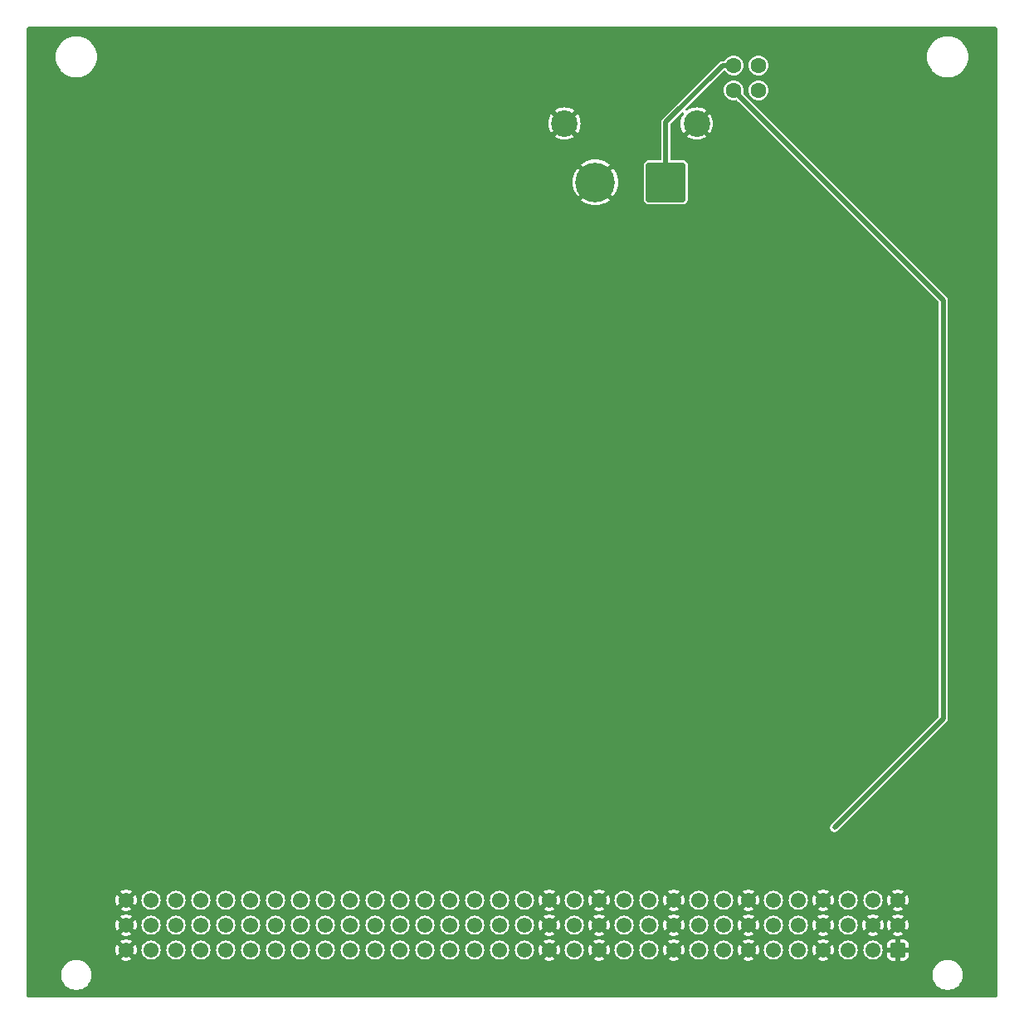
<source format=gbr>
%TF.GenerationSoftware,KiCad,Pcbnew,8.0.7*%
%TF.CreationDate,2025-02-21T01:46:00+01:00*%
%TF.ProjectId,TPB,5450422e-6b69-4636-9164-5f7063625858,1.0.0*%
%TF.SameCoordinates,Original*%
%TF.FileFunction,Copper,L2,Bot*%
%TF.FilePolarity,Positive*%
%FSLAX46Y46*%
G04 Gerber Fmt 4.6, Leading zero omitted, Abs format (unit mm)*
G04 Created by KiCad (PCBNEW 8.0.7) date 2025-02-21 01:46:00*
%MOMM*%
%LPD*%
G01*
G04 APERTURE LIST*
G04 Aperture macros list*
%AMRoundRect*
0 Rectangle with rounded corners*
0 $1 Rounding radius*
0 $2 $3 $4 $5 $6 $7 $8 $9 X,Y pos of 4 corners*
0 Add a 4 corners polygon primitive as box body*
4,1,4,$2,$3,$4,$5,$6,$7,$8,$9,$2,$3,0*
0 Add four circle primitives for the rounded corners*
1,1,$1+$1,$2,$3*
1,1,$1+$1,$4,$5*
1,1,$1+$1,$6,$7*
1,1,$1+$1,$8,$9*
0 Add four rect primitives between the rounded corners*
20,1,$1+$1,$2,$3,$4,$5,0*
20,1,$1+$1,$4,$5,$6,$7,0*
20,1,$1+$1,$6,$7,$8,$9,0*
20,1,$1+$1,$8,$9,$2,$3,0*%
G04 Aperture macros list end*
%TA.AperFunction,ComponentPad*%
%ADD10RoundRect,0.249999X0.525001X0.525001X-0.525001X0.525001X-0.525001X-0.525001X0.525001X-0.525001X0*%
%TD*%
%TA.AperFunction,ComponentPad*%
%ADD11C,1.550000*%
%TD*%
%TA.AperFunction,ComponentPad*%
%ADD12C,2.700000*%
%TD*%
%TA.AperFunction,ComponentPad*%
%ADD13RoundRect,0.250000X-1.775000X-1.775000X1.775000X-1.775000X1.775000X1.775000X-1.775000X1.775000X0*%
%TD*%
%TA.AperFunction,ComponentPad*%
%ADD14C,4.050000*%
%TD*%
%TA.AperFunction,ComponentPad*%
%ADD15C,1.600000*%
%TD*%
%TA.AperFunction,ViaPad*%
%ADD16C,0.600000*%
%TD*%
%TA.AperFunction,ViaPad*%
%ADD17C,0.500000*%
%TD*%
%TA.AperFunction,Conductor*%
%ADD18C,0.500000*%
%TD*%
G04 APERTURE END LIST*
D10*
%TO.P,J200,a1,a1*%
%TO.N,GND*%
X89370000Y5310001D03*
D11*
%TO.P,J200,a2,a2*%
%TO.N,/Backplane/BACKPLANE.D+*%
X86830000Y5310001D03*
%TO.P,J200,a3,a3*%
%TO.N,+5V_STDBY*%
X84290000Y5310001D03*
%TO.P,J200,a4,a4*%
%TO.N,GND*%
X81750000Y5310001D03*
%TO.P,J200,a5,a5*%
%TO.N,/Backplane/CAN1.+*%
X79210000Y5310001D03*
%TO.P,J200,a6,a6*%
%TO.N,/Backplane/CAN1.-*%
X76670000Y5310001D03*
%TO.P,J200,a7,a7*%
%TO.N,GND*%
X74130000Y5310001D03*
%TO.P,J200,a8,a8*%
%TO.N,/Backplane/CAN2.+*%
X71590000Y5310001D03*
%TO.P,J200,a9,a9*%
%TO.N,/Backplane/CAN2.-*%
X69050000Y5310001D03*
%TO.P,J200,a10,a10*%
%TO.N,GND*%
X66510000Y5310001D03*
%TO.P,J200,a11,a11*%
%TO.N,+12V*%
X63970000Y5310001D03*
%TO.P,J200,a12,a12*%
X61430000Y5310001D03*
%TO.P,J200,a13,a13*%
%TO.N,GND*%
X58890000Y5310001D03*
%TO.P,J200,a14,a14*%
%TO.N,+24V*%
X56350000Y5310001D03*
%TO.P,J200,a15,a15*%
%TO.N,GND*%
X53810000Y5310001D03*
%TO.P,J200,a16,a16*%
%TO.N,/Backplane/GPIOL0*%
X51270000Y5310001D03*
%TO.P,J200,a17,a17*%
%TO.N,/Backplane/GPIOL1*%
X48730000Y5310001D03*
%TO.P,J200,a18,a18*%
%TO.N,/Backplane/GPIOL2*%
X46190000Y5310001D03*
%TO.P,J200,a19,a19*%
%TO.N,/Backplane/GPIOL3*%
X43650000Y5310001D03*
%TO.P,J200,a20,a20*%
%TO.N,/Backplane/GPIOL4*%
X41110000Y5310001D03*
%TO.P,J200,a21,a21*%
%TO.N,/Backplane/GPIOL5*%
X38570000Y5310001D03*
%TO.P,J200,a22,a22*%
%TO.N,/Backplane/GPIOL6*%
X36030000Y5310001D03*
%TO.P,J200,a23,a23*%
%TO.N,/Backplane/GPIOL7*%
X33490000Y5310001D03*
%TO.P,J200,a24,a24*%
%TO.N,/Backplane/GPIOL8*%
X30950000Y5310001D03*
%TO.P,J200,a25,a25*%
%TO.N,/Backplane/GPIOL9*%
X28410000Y5310001D03*
%TO.P,J200,a26,a26*%
%TO.N,/Backplane/GPIOL10*%
X25870000Y5310001D03*
%TO.P,J200,a27,a27*%
%TO.N,/Backplane/GPIOL11*%
X23330000Y5310001D03*
%TO.P,J200,a28,a28*%
%TO.N,/Backplane/GPIOL12*%
X20790000Y5310001D03*
%TO.P,J200,a29,a29*%
%TO.N,/Backplane/GPIOL13*%
X18250000Y5310001D03*
%TO.P,J200,a30,a30*%
%TO.N,/Backplane/GPIOL14*%
X15710000Y5310001D03*
%TO.P,J200,a31,a31*%
%TO.N,/Backplane/GPIOL15*%
X13170000Y5310001D03*
%TO.P,J200,a32,a32*%
%TO.N,GND*%
X10630000Y5310001D03*
%TO.P,J200,b1,b1*%
X89370000Y7850001D03*
%TO.P,J200,b2,b2*%
X86830000Y7850001D03*
%TO.P,J200,b3,b3*%
%TO.N,+5V_STDBY*%
X84290000Y7850001D03*
%TO.P,J200,b4,b4*%
%TO.N,GND*%
X81750000Y7850001D03*
%TO.P,J200,b5,b5*%
%TO.N,/Backplane/CAN1.+*%
X79210000Y7850001D03*
%TO.P,J200,b6,b6*%
%TO.N,/Backplane/CAN1.-*%
X76670000Y7850001D03*
%TO.P,J200,b7,b7*%
%TO.N,GND*%
X74130000Y7850001D03*
%TO.P,J200,b8,b8*%
%TO.N,/Backplane/CAN2.+*%
X71590000Y7850001D03*
%TO.P,J200,b9,b9*%
%TO.N,/Backplane/CAN2.-*%
X69050000Y7850001D03*
%TO.P,J200,b10,b10*%
%TO.N,GND*%
X66510000Y7850001D03*
%TO.P,J200,b11,b11*%
%TO.N,+12V*%
X63970000Y7850001D03*
%TO.P,J200,b12,b12*%
X61430000Y7850001D03*
%TO.P,J200,b13,b13*%
%TO.N,GND*%
X58890000Y7850001D03*
%TO.P,J200,b14,b14*%
%TO.N,+24V*%
X56350000Y7850001D03*
%TO.P,J200,b15,b15*%
%TO.N,GND*%
X53810000Y7850001D03*
%TO.P,J200,b16,b16*%
%TO.N,/Backplane/GPIOC0*%
X51270000Y7850001D03*
%TO.P,J200,b17,b17*%
%TO.N,/Backplane/GPIOC1*%
X48730000Y7850001D03*
%TO.P,J200,b18,b18*%
%TO.N,/Backplane/GPIOC2*%
X46190000Y7850001D03*
%TO.P,J200,b19,b19*%
%TO.N,/Backplane/GPIOC3*%
X43650000Y7850001D03*
%TO.P,J200,b20,b20*%
%TO.N,/Backplane/GPIOC4*%
X41110000Y7850001D03*
%TO.P,J200,b21,b21*%
%TO.N,/Backplane/GPIOC5*%
X38570000Y7850001D03*
%TO.P,J200,b22,b22*%
%TO.N,/Backplane/GPIOC6*%
X36030000Y7850001D03*
%TO.P,J200,b23,b23*%
%TO.N,/Backplane/GPIOC7*%
X33490000Y7850001D03*
%TO.P,J200,b24,b24*%
%TO.N,/Backplane/GPIOC8*%
X30950000Y7850001D03*
%TO.P,J200,b25,b25*%
%TO.N,/Backplane/GPIOC9*%
X28410000Y7850001D03*
%TO.P,J200,b26,b26*%
%TO.N,/Backplane/GPIOC10*%
X25870000Y7850001D03*
%TO.P,J200,b27,b27*%
%TO.N,/Backplane/GPIOC11*%
X23330000Y7850001D03*
%TO.P,J200,b28,b28*%
%TO.N,/Backplane/GPIOC12*%
X20790000Y7850001D03*
%TO.P,J200,b29,b29*%
%TO.N,/Backplane/GPIOC13*%
X18250000Y7850001D03*
%TO.P,J200,b30,b30*%
%TO.N,/Backplane/GPIOC14*%
X15710000Y7850001D03*
%TO.P,J200,b31,b31*%
%TO.N,/Backplane/GPIOC15*%
X13170000Y7850001D03*
%TO.P,J200,b32,b32*%
%TO.N,GND*%
X10630000Y7850001D03*
%TO.P,J200,c1,c1*%
X89370000Y10390001D03*
%TO.P,J200,c2,c2*%
%TO.N,/Backplane/BACKPLANE.D-*%
X86830000Y10390001D03*
%TO.P,J200,c3,c3*%
%TO.N,+5V_STDBY*%
X84290000Y10390001D03*
%TO.P,J200,c4,c4*%
%TO.N,GND*%
X81750000Y10390001D03*
%TO.P,J200,c5,c5*%
%TO.N,/Backplane/CAN1.+*%
X79210000Y10390001D03*
%TO.P,J200,c6,c6*%
%TO.N,/Backplane/CAN1.-*%
X76670000Y10390001D03*
%TO.P,J200,c7,c7*%
%TO.N,GND*%
X74130000Y10390001D03*
%TO.P,J200,c8,c8*%
%TO.N,/Backplane/CAN2.+*%
X71590000Y10390001D03*
%TO.P,J200,c9,c9*%
%TO.N,/Backplane/CAN2.-*%
X69050000Y10390001D03*
%TO.P,J200,c10,c10*%
%TO.N,GND*%
X66510000Y10390001D03*
%TO.P,J200,c11,c11*%
%TO.N,+12V*%
X63970000Y10390001D03*
%TO.P,J200,c12,c12*%
X61430000Y10390001D03*
%TO.P,J200,c13,c13*%
%TO.N,GND*%
X58890000Y10390001D03*
%TO.P,J200,c14,c14*%
%TO.N,+24V*%
X56350000Y10390001D03*
%TO.P,J200,c15,c15*%
%TO.N,GND*%
X53810000Y10390001D03*
%TO.P,J200,c16,c16*%
%TO.N,/Backplane/GPIOR0*%
X51270000Y10390001D03*
%TO.P,J200,c17,c17*%
%TO.N,/Backplane/GPIOR1*%
X48730000Y10390001D03*
%TO.P,J200,c18,c18*%
%TO.N,/Backplane/GPIOR2*%
X46190000Y10390001D03*
%TO.P,J200,c19,c19*%
%TO.N,/Backplane/GPIOR3*%
X43650000Y10390001D03*
%TO.P,J200,c20,c20*%
%TO.N,/Backplane/GPIOR4*%
X41110000Y10390001D03*
%TO.P,J200,c21,c21*%
%TO.N,/Backplane/GPIOR5*%
X38570000Y10390001D03*
%TO.P,J200,c22,c22*%
%TO.N,/Backplane/GPIOR6*%
X36030000Y10390001D03*
%TO.P,J200,c23,c23*%
%TO.N,/Backplane/GPIOR7*%
X33490000Y10390001D03*
%TO.P,J200,c24,c24*%
%TO.N,/Backplane/GPIOR8*%
X30950000Y10390001D03*
%TO.P,J200,c25,c25*%
%TO.N,/Backplane/GPIOR9*%
X28410000Y10390001D03*
%TO.P,J200,c26,c26*%
%TO.N,/Backplane/GPIOR10*%
X25870000Y10390001D03*
%TO.P,J200,c27,c27*%
%TO.N,/Backplane/GPIOR11*%
X23330000Y10390001D03*
%TO.P,J200,c28,c28*%
%TO.N,/Backplane/GPIOR12*%
X20790000Y10390001D03*
%TO.P,J200,c29,c29*%
%TO.N,/Backplane/GPIOR13*%
X18250000Y10390001D03*
%TO.P,J200,c30,c30*%
%TO.N,/Backplane/GPIOR14*%
X15710000Y10390001D03*
%TO.P,J200,c31,c31*%
%TO.N,/Backplane/GPIOR15*%
X13170000Y10390001D03*
%TO.P,J200,c32,c32*%
%TO.N,GND*%
X10630000Y10390001D03*
%TD*%
D12*
%TO.P,J400,0*%
%TO.N,GND*%
X55350000Y89637500D03*
X68850000Y89637500D03*
D13*
%TO.P,J400,1,PWR*%
%TO.N,+12V*%
X65700000Y83637500D03*
D14*
%TO.P,J400,2,GND*%
%TO.N,GND*%
X58500000Y83637500D03*
%TD*%
D15*
%TO.P,LED400,1*%
%TO.N,+12V*%
X72613600Y95559157D03*
%TO.P,LED400,2*%
%TO.N,Net-(LED400-Pad2)*%
X75153600Y95559157D03*
%TO.P,LED400,3*%
%TO.N,+5V_STDBY*%
X72613600Y93019157D03*
%TO.P,LED400,4*%
%TO.N,Net-(LED400-Pad4)*%
X75153600Y93019157D03*
%TD*%
D16*
%TO.N,GND*%
X86630000Y33285001D03*
X30630000Y29285001D03*
X86630000Y53285001D03*
X6630000Y17285001D03*
X10630000Y25285001D03*
X14630000Y77285001D03*
X18630000Y97285001D03*
X98630000Y93285001D03*
X6630000Y77285001D03*
X2630000Y89285001D03*
X10630000Y57285001D03*
X10630000Y33285001D03*
X22630000Y37285001D03*
X6630000Y53285001D03*
X78630000Y97285001D03*
X34630000Y53285001D03*
X18630000Y33285001D03*
X26630000Y61285001D03*
X42630000Y81285001D03*
X2630000Y29285001D03*
X18630000Y65285001D03*
X10630000Y93285001D03*
X66630000Y1285001D03*
X86630000Y45285001D03*
X6630000Y81285001D03*
X90630000Y17285001D03*
X22630000Y77285001D03*
X10630000Y73285001D03*
X46630000Y41285001D03*
X2630000Y13285001D03*
X54630000Y1285001D03*
X50630000Y81285001D03*
X62630000Y93285001D03*
X42630000Y41285001D03*
X2630000Y81285001D03*
X98630000Y57285001D03*
X66630000Y33285001D03*
X46630000Y25285001D03*
X42630000Y1285001D03*
X42630000Y89285001D03*
X38630000Y13285001D03*
X54630000Y57285001D03*
X94630000Y77285001D03*
X18630000Y73285001D03*
X94630000Y85285001D03*
X22630000Y1285001D03*
X18630000Y17285001D03*
X38630000Y61285001D03*
X50630000Y33285001D03*
X22630000Y53285001D03*
X22630000Y93285001D03*
X38630000Y37285001D03*
X14630000Y69285001D03*
X46630000Y13285001D03*
X18630000Y53285001D03*
X30630000Y77285001D03*
X34630000Y57285001D03*
X38630000Y93285001D03*
X54630000Y61285001D03*
X30630000Y89285001D03*
X10630000Y85285001D03*
X50630000Y85285001D03*
X70630000Y13285001D03*
X58630000Y73285001D03*
X34630000Y29285001D03*
X94630000Y93285001D03*
X18630000Y77285001D03*
X38630000Y33285001D03*
X90630000Y41285001D03*
X2630000Y37285001D03*
X98630000Y33285001D03*
X46630000Y77285001D03*
X22630000Y25285001D03*
X26630000Y81285001D03*
X34630000Y89285001D03*
X42630000Y73285001D03*
X18630000Y85285001D03*
X10630000Y45285001D03*
X54630000Y53285001D03*
X26630000Y13285001D03*
X58630000Y65285001D03*
X90630000Y77285001D03*
X54630000Y17285001D03*
X10630000Y77285001D03*
X98630000Y5285001D03*
X30630000Y65285001D03*
X26630000Y53285001D03*
X98630000Y97285001D03*
X90630000Y57285001D03*
X98630000Y29285001D03*
X38630000Y57285001D03*
X94630000Y13285001D03*
X90630000Y97285001D03*
X30630000Y97285001D03*
X82630000Y89285001D03*
X26630000Y17285001D03*
X30630000Y21285001D03*
X14630000Y65285001D03*
X50630000Y53285001D03*
X54630000Y93285001D03*
X22630000Y45285001D03*
X22630000Y29285001D03*
X10630000Y17285001D03*
X6630000Y21285001D03*
X98630000Y53285001D03*
X98630000Y9285001D03*
X54630000Y49285001D03*
X86630000Y89285001D03*
X54630000Y33285001D03*
X90630000Y61285001D03*
X78630000Y77285001D03*
X30630000Y81285001D03*
X18630000Y81285001D03*
X98630000Y65285001D03*
X22630000Y65285001D03*
X26630000Y33285001D03*
X98630000Y61285001D03*
X22630000Y21285001D03*
X50630000Y77285001D03*
X18630000Y37285001D03*
X86630000Y85285001D03*
X10630000Y89285001D03*
X18630000Y45285001D03*
X98630000Y49285001D03*
X34630000Y97285001D03*
X10630000Y13285001D03*
X46630000Y65285001D03*
X2630000Y97285001D03*
X86630000Y13285001D03*
X2630000Y53285001D03*
X66630000Y13285001D03*
X86630000Y65285001D03*
X26630000Y73285001D03*
X18630000Y13285001D03*
X22630000Y85285001D03*
X46630000Y37285001D03*
X30630000Y73285001D03*
X42630000Y33285001D03*
X38630000Y85285001D03*
X30630000Y41285001D03*
X26630000Y45285001D03*
X86630000Y69285001D03*
X50630000Y93285001D03*
X22630000Y33285001D03*
X90630000Y49285001D03*
X70630000Y17285001D03*
X14630000Y13285001D03*
X30630000Y53285001D03*
X58630000Y97285001D03*
X18630000Y1285001D03*
X90630000Y33285001D03*
X22630000Y13285001D03*
X14630000Y25285001D03*
X90630000Y45285001D03*
X58630000Y89285001D03*
X66630000Y93285001D03*
X22630000Y89285001D03*
X86630000Y73285001D03*
X2630000Y17285001D03*
X34630000Y85285001D03*
X94630000Y89285001D03*
X26630000Y69285001D03*
X70630000Y1285001D03*
X2630000Y49285001D03*
X54630000Y41285001D03*
X42630000Y21285001D03*
X90630000Y1285001D03*
X10630000Y97285001D03*
X46630000Y45285001D03*
X38630000Y41285001D03*
X54630000Y81285001D03*
X2630000Y5285001D03*
X6630000Y89285001D03*
X2630000Y93285001D03*
X46630000Y57285001D03*
X6630000Y93285001D03*
X22630000Y57285001D03*
X74630000Y37285001D03*
X10630000Y49285001D03*
X82630000Y69285001D03*
X74630000Y13285001D03*
X78630000Y85285001D03*
X30630000Y25285001D03*
X26630000Y49285001D03*
X14630000Y85285001D03*
X54630000Y97285001D03*
X98630000Y21285001D03*
X34630000Y69285001D03*
X82630000Y65285001D03*
X30630000Y37285001D03*
X2630000Y57285001D03*
X78630000Y13285001D03*
X26630000Y37285001D03*
X6630000Y5285001D03*
X90630000Y53285001D03*
X50630000Y89285001D03*
X22630000Y97285001D03*
X54630000Y29285001D03*
X38630000Y81285001D03*
X38630000Y53285001D03*
X18630000Y29285001D03*
X86630000Y1285001D03*
X86630000Y17285001D03*
X90630000Y69285001D03*
X6630000Y57285001D03*
X26630000Y89285001D03*
X30630000Y61285001D03*
X2630000Y25285001D03*
X82630000Y29285001D03*
X82630000Y1285001D03*
X34630000Y25285001D03*
X66630000Y97285001D03*
X50630000Y45285001D03*
X58630000Y1285001D03*
X14630000Y41285001D03*
X74630000Y85285001D03*
X50630000Y21285001D03*
X82630000Y93285001D03*
X82630000Y61285001D03*
X14630000Y57285001D03*
X38630000Y17285001D03*
X14630000Y89285001D03*
X90630000Y21285001D03*
X38630000Y49285001D03*
X78630000Y69285001D03*
X66630000Y17285001D03*
X50630000Y73285001D03*
X42630000Y69285001D03*
X30630000Y57285001D03*
X46630000Y17285001D03*
X6630000Y37285001D03*
X42630000Y49285001D03*
X10630000Y53285001D03*
X2630000Y73285001D03*
X14630000Y45285001D03*
X2630000Y41285001D03*
X74630000Y97285001D03*
X62630000Y89285001D03*
X90630000Y9285001D03*
X82630000Y81285001D03*
X14630000Y21285001D03*
X62630000Y97285001D03*
X86630000Y37285001D03*
X10630000Y29285001D03*
X2630000Y65285001D03*
X30630000Y93285001D03*
X46630000Y53285001D03*
X94630000Y25285001D03*
X86630000Y41285001D03*
X38630000Y65285001D03*
X82630000Y37285001D03*
X42630000Y65285001D03*
X78630000Y1285001D03*
X98630000Y25285001D03*
X34630000Y13285001D03*
X38630000Y77285001D03*
X66630000Y25285001D03*
X26630000Y65285001D03*
X42630000Y61285001D03*
X98630000Y1285001D03*
X58630000Y93285001D03*
X90630000Y29285001D03*
X14630000Y53285001D03*
X42630000Y37285001D03*
X94630000Y9285001D03*
X46630000Y1285001D03*
X98630000Y13285001D03*
X46630000Y73285001D03*
X34630000Y65285001D03*
X50630000Y57285001D03*
X34630000Y93285001D03*
X54630000Y37285001D03*
X30630000Y13285001D03*
X82630000Y85285001D03*
X18630000Y89285001D03*
X54630000Y21285001D03*
X78630000Y89285001D03*
X26630000Y77285001D03*
X66630000Y37285001D03*
X42630000Y77285001D03*
X14630000Y9285001D03*
X86630000Y81285001D03*
X34630000Y61285001D03*
X86630000Y49285001D03*
X62630000Y1285001D03*
X50630000Y61285001D03*
X58630000Y77285001D03*
X86630000Y61285001D03*
X14630000Y33285001D03*
X74630000Y1285001D03*
X14630000Y97285001D03*
X82630000Y73285001D03*
X90630000Y37285001D03*
X42630000Y45285001D03*
X90630000Y13285001D03*
X6630000Y45285001D03*
X22630000Y73285001D03*
X2630000Y85285001D03*
X22630000Y41285001D03*
X2630000Y1285001D03*
X94630000Y5285001D03*
X6630000Y61285001D03*
X82630000Y77285001D03*
X2630000Y61285001D03*
X54630000Y45285001D03*
X6630000Y13285001D03*
X18630000Y25285001D03*
X46630000Y85285001D03*
X90630000Y93285001D03*
X98630000Y37285001D03*
X34630000Y17285001D03*
X58630000Y61285001D03*
X94630000Y21285001D03*
X50630000Y69285001D03*
X78630000Y81285001D03*
X50630000Y13285001D03*
X82630000Y41285001D03*
X98630000Y45285001D03*
X98630000Y17285001D03*
X86630000Y93285001D03*
X6630000Y69285001D03*
X22630000Y81285001D03*
X98630000Y81285001D03*
X78630000Y25285001D03*
X22630000Y69285001D03*
X26630000Y57285001D03*
X10630000Y65285001D03*
X6630000Y9285001D03*
X10630000Y21285001D03*
X90630000Y65285001D03*
X74630000Y73285001D03*
X38630000Y1285001D03*
X46630000Y49285001D03*
X6630000Y41285001D03*
X86630000Y77285001D03*
X10630000Y61285001D03*
X6630000Y29285001D03*
X74630000Y33285001D03*
X86630000Y57285001D03*
X6630000Y25285001D03*
X14630000Y29285001D03*
X50630000Y17285001D03*
X54630000Y13285001D03*
X30630000Y1285001D03*
X14630000Y61285001D03*
X10630000Y41285001D03*
X26630000Y97285001D03*
X46630000Y97285001D03*
X94630000Y81285001D03*
X42630000Y57285001D03*
X46630000Y33285001D03*
X90630000Y73285001D03*
X46630000Y29285001D03*
X98630000Y41285001D03*
X46630000Y69285001D03*
X30630000Y33285001D03*
X34630000Y21285001D03*
X22630000Y17285001D03*
X18630000Y41285001D03*
X90630000Y89285001D03*
X50630000Y65285001D03*
X26630000Y93285001D03*
X54630000Y69285001D03*
X42630000Y25285001D03*
X10630000Y69285001D03*
X38630000Y69285001D03*
X50630000Y41285001D03*
X14630000Y81285001D03*
X50630000Y25285001D03*
X34630000Y33285001D03*
X78630000Y65285001D03*
X10630000Y81285001D03*
X26630000Y85285001D03*
X26630000Y1285001D03*
X34630000Y41285001D03*
X66630000Y29285001D03*
X94630000Y73285001D03*
X18630000Y57285001D03*
X98630000Y89285001D03*
X74630000Y77285001D03*
X42630000Y9285001D03*
X14630000Y37285001D03*
X6630000Y49285001D03*
X34630000Y49285001D03*
X2630000Y69285001D03*
X38630000Y25285001D03*
X42630000Y93285001D03*
X50630000Y37285001D03*
X42630000Y13285001D03*
X86630000Y25285001D03*
X26630000Y25285001D03*
X14630000Y93285001D03*
X14630000Y49285001D03*
X2630000Y9285001D03*
X18630000Y21285001D03*
X6630000Y33285001D03*
X94630000Y17285001D03*
X46630000Y89285001D03*
X38630000Y89285001D03*
X34630000Y1285001D03*
X30630000Y85285001D03*
X34630000Y37285001D03*
X82630000Y97285001D03*
X2630000Y45285001D03*
X34630000Y81285001D03*
X46630000Y93285001D03*
X86630000Y97285001D03*
X54630000Y77285001D03*
X42630000Y17285001D03*
X50630000Y97285001D03*
X74630000Y89285001D03*
X42630000Y53285001D03*
X86630000Y29285001D03*
X54630000Y25285001D03*
X26630000Y41285001D03*
X6630000Y65285001D03*
X90630000Y85285001D03*
X30630000Y69285001D03*
X74630000Y29285001D03*
X6630000Y85285001D03*
X98630000Y77285001D03*
X50630000Y1285001D03*
X38630000Y73285001D03*
X18630000Y49285001D03*
X54630000Y73285001D03*
X54630000Y65285001D03*
X18630000Y93285001D03*
X38630000Y45285001D03*
X30630000Y17285001D03*
X30630000Y45285001D03*
X70630000Y29285001D03*
X38630000Y29285001D03*
X38630000Y97285001D03*
X14630000Y17285001D03*
X34630000Y45285001D03*
X30630000Y49285001D03*
X66630000Y21285001D03*
X14630000Y1285001D03*
X34630000Y9285001D03*
X10630000Y1285001D03*
X18630000Y61285001D03*
X54630000Y85285001D03*
X46630000Y21285001D03*
X58630000Y69285001D03*
X6630000Y73285001D03*
X42630000Y85285001D03*
X46630000Y81285001D03*
X18630000Y69285001D03*
X38630000Y21285001D03*
X98630000Y85285001D03*
X2630000Y77285001D03*
X26630000Y21285001D03*
X10630000Y37285001D03*
X22630000Y49285001D03*
X2630000Y21285001D03*
X34630000Y77285001D03*
X26630000Y29285001D03*
X98630000Y73285001D03*
X90630000Y81285001D03*
X42630000Y29285001D03*
X70630000Y97285001D03*
X98630000Y69285001D03*
X78630000Y73285001D03*
X74630000Y81285001D03*
X2630000Y33285001D03*
X42630000Y97285001D03*
X14630000Y73285001D03*
X50630000Y29285001D03*
X46630000Y61285001D03*
X50630000Y49285001D03*
X22630000Y61285001D03*
X34630000Y73285001D03*
D17*
%TO.N,+5V_STDBY*%
X82900000Y17800000D03*
%TD*%
D18*
%TO.N,+12V*%
X71482230Y95559157D02*
X65700000Y89776927D01*
X65700000Y89776927D02*
X65700000Y83637500D01*
X72613600Y95559157D02*
X71482230Y95559157D01*
%TO.N,+5V_STDBY*%
X94000000Y71632757D02*
X72613600Y93019157D01*
X94000000Y28900000D02*
X94000000Y71632757D01*
X82900000Y17800000D02*
X94000000Y28900000D01*
%TD*%
%TA.AperFunction,Conductor*%
%TO.N,GND*%
G36*
X99442539Y99479815D02*
G01*
X99488294Y99427011D01*
X99499500Y99375500D01*
X99499500Y624500D01*
X99479815Y557461D01*
X99427011Y511706D01*
X99375500Y500500D01*
X624500Y500500D01*
X557461Y520185D01*
X511706Y572989D01*
X500500Y624500D01*
X500500Y2890060D01*
X4024500Y2890060D01*
X4024500Y2649943D01*
X4062063Y2412779D01*
X4136265Y2184408D01*
X4245276Y1970465D01*
X4386414Y1776205D01*
X4556204Y1606415D01*
X4750464Y1465277D01*
X4851543Y1413775D01*
X4964406Y1356267D01*
X4964408Y1356267D01*
X4964411Y1356265D01*
X5192778Y1282064D01*
X5429941Y1244501D01*
X5429942Y1244501D01*
X5670058Y1244501D01*
X5670059Y1244501D01*
X5907222Y1282064D01*
X6135589Y1356265D01*
X6349536Y1465277D01*
X6543796Y1606415D01*
X6713586Y1776205D01*
X6854724Y1970465D01*
X6963736Y2184412D01*
X7037937Y2412779D01*
X7075500Y2649942D01*
X7075500Y2890060D01*
X92924500Y2890060D01*
X92924500Y2649943D01*
X92962063Y2412779D01*
X93036265Y2184408D01*
X93145276Y1970465D01*
X93286414Y1776205D01*
X93456204Y1606415D01*
X93650464Y1465277D01*
X93751543Y1413775D01*
X93864406Y1356267D01*
X93864408Y1356267D01*
X93864411Y1356265D01*
X94092778Y1282064D01*
X94329941Y1244501D01*
X94329942Y1244501D01*
X94570058Y1244501D01*
X94570059Y1244501D01*
X94807222Y1282064D01*
X95035589Y1356265D01*
X95249536Y1465277D01*
X95443796Y1606415D01*
X95613586Y1776205D01*
X95754724Y1970465D01*
X95863736Y2184412D01*
X95937937Y2412779D01*
X95975500Y2649942D01*
X95975500Y2890060D01*
X95937937Y3127223D01*
X95863736Y3355590D01*
X95863734Y3355593D01*
X95863734Y3355595D01*
X95754723Y3569538D01*
X95613586Y3763797D01*
X95443796Y3933587D01*
X95249536Y4074725D01*
X95035593Y4183736D01*
X94807222Y4257938D01*
X94570059Y4295501D01*
X94329941Y4295501D01*
X94211359Y4276720D01*
X94092777Y4257938D01*
X93864406Y4183736D01*
X93650463Y4074725D01*
X93456201Y3933585D01*
X93286416Y3763800D01*
X93145276Y3569538D01*
X93036265Y3355595D01*
X92962063Y3127224D01*
X92924500Y2890060D01*
X7075500Y2890060D01*
X7037937Y3127223D01*
X6963736Y3355590D01*
X6963734Y3355593D01*
X6963734Y3355595D01*
X6854723Y3569538D01*
X6713586Y3763797D01*
X6543796Y3933587D01*
X6349536Y4074725D01*
X6135593Y4183736D01*
X5907222Y4257938D01*
X5670059Y4295501D01*
X5429941Y4295501D01*
X5311359Y4276720D01*
X5192777Y4257938D01*
X4964406Y4183736D01*
X4750463Y4074725D01*
X4556201Y3933585D01*
X4386416Y3763800D01*
X4245276Y3569538D01*
X4136265Y3355595D01*
X4062063Y3127224D01*
X4024500Y2890060D01*
X500500Y2890060D01*
X500500Y5310002D01*
X9550395Y5310002D01*
X9550395Y5310001D01*
X9568776Y5111625D01*
X9568777Y5111622D01*
X9623293Y4920015D01*
X9623301Y4919995D01*
X9710773Y4744328D01*
X10147037Y5180592D01*
X10164075Y5117008D01*
X10229901Y5002994D01*
X10322993Y4909902D01*
X10437007Y4844076D01*
X10500589Y4827039D01*
X10067471Y4393922D01*
X10067472Y4393921D01*
X10148775Y4343580D01*
X10148784Y4343576D01*
X10334549Y4271611D01*
X10334554Y4271610D01*
X10530389Y4235001D01*
X10729611Y4235001D01*
X10925445Y4271610D01*
X10925450Y4271611D01*
X11111217Y4343577D01*
X11111221Y4343579D01*
X11192527Y4393922D01*
X10759410Y4827039D01*
X10822993Y4844076D01*
X10937007Y4909902D01*
X11030099Y5002994D01*
X11095925Y5117008D01*
X11112962Y5180592D01*
X11549226Y4744328D01*
X11636697Y4919993D01*
X11636703Y4920008D01*
X11691222Y5111623D01*
X11691223Y5111625D01*
X11709605Y5310001D01*
X12189780Y5310001D01*
X12208614Y5118772D01*
X12264396Y4934883D01*
X12354973Y4765426D01*
X12354977Y4765419D01*
X12476879Y4616881D01*
X12625417Y4494979D01*
X12625424Y4494975D01*
X12794881Y4404398D01*
X12794883Y4404398D01*
X12794886Y4404396D01*
X12978769Y4348616D01*
X12978768Y4348616D01*
X12995914Y4346928D01*
X13170000Y4329781D01*
X13361231Y4348616D01*
X13545114Y4404396D01*
X13714581Y4494978D01*
X13863120Y4616881D01*
X13985023Y4765420D01*
X14075605Y4934887D01*
X14131385Y5118770D01*
X14150220Y5310001D01*
X14729780Y5310001D01*
X14748614Y5118772D01*
X14804396Y4934883D01*
X14894973Y4765426D01*
X14894977Y4765419D01*
X15016879Y4616881D01*
X15165417Y4494979D01*
X15165424Y4494975D01*
X15334881Y4404398D01*
X15334883Y4404398D01*
X15334886Y4404396D01*
X15518769Y4348616D01*
X15518768Y4348616D01*
X15535914Y4346928D01*
X15710000Y4329781D01*
X15901231Y4348616D01*
X16085114Y4404396D01*
X16254581Y4494978D01*
X16403120Y4616881D01*
X16525023Y4765420D01*
X16615605Y4934887D01*
X16671385Y5118770D01*
X16690220Y5310001D01*
X17269780Y5310001D01*
X17288614Y5118772D01*
X17344396Y4934883D01*
X17434973Y4765426D01*
X17434977Y4765419D01*
X17556879Y4616881D01*
X17705417Y4494979D01*
X17705424Y4494975D01*
X17874881Y4404398D01*
X17874883Y4404398D01*
X17874886Y4404396D01*
X18058769Y4348616D01*
X18058768Y4348616D01*
X18075914Y4346928D01*
X18250000Y4329781D01*
X18441231Y4348616D01*
X18625114Y4404396D01*
X18794581Y4494978D01*
X18943120Y4616881D01*
X19065023Y4765420D01*
X19155605Y4934887D01*
X19211385Y5118770D01*
X19230220Y5310001D01*
X19809780Y5310001D01*
X19828614Y5118772D01*
X19884396Y4934883D01*
X19974973Y4765426D01*
X19974977Y4765419D01*
X20096879Y4616881D01*
X20245417Y4494979D01*
X20245424Y4494975D01*
X20414881Y4404398D01*
X20414883Y4404398D01*
X20414886Y4404396D01*
X20598769Y4348616D01*
X20598768Y4348616D01*
X20615914Y4346928D01*
X20790000Y4329781D01*
X20981231Y4348616D01*
X21165114Y4404396D01*
X21334581Y4494978D01*
X21483120Y4616881D01*
X21605023Y4765420D01*
X21695605Y4934887D01*
X21751385Y5118770D01*
X21770220Y5310001D01*
X22349780Y5310001D01*
X22368614Y5118772D01*
X22424396Y4934883D01*
X22514973Y4765426D01*
X22514977Y4765419D01*
X22636879Y4616881D01*
X22785417Y4494979D01*
X22785424Y4494975D01*
X22954881Y4404398D01*
X22954883Y4404398D01*
X22954886Y4404396D01*
X23138769Y4348616D01*
X23138768Y4348616D01*
X23155914Y4346928D01*
X23330000Y4329781D01*
X23521231Y4348616D01*
X23705114Y4404396D01*
X23874581Y4494978D01*
X24023120Y4616881D01*
X24145023Y4765420D01*
X24235605Y4934887D01*
X24291385Y5118770D01*
X24310220Y5310001D01*
X24889780Y5310001D01*
X24908614Y5118772D01*
X24964396Y4934883D01*
X25054973Y4765426D01*
X25054977Y4765419D01*
X25176879Y4616881D01*
X25325417Y4494979D01*
X25325424Y4494975D01*
X25494881Y4404398D01*
X25494883Y4404398D01*
X25494886Y4404396D01*
X25678769Y4348616D01*
X25678768Y4348616D01*
X25695914Y4346928D01*
X25870000Y4329781D01*
X26061231Y4348616D01*
X26245114Y4404396D01*
X26414581Y4494978D01*
X26563120Y4616881D01*
X26685023Y4765420D01*
X26775605Y4934887D01*
X26831385Y5118770D01*
X26850220Y5310001D01*
X27429780Y5310001D01*
X27448614Y5118772D01*
X27504396Y4934883D01*
X27594973Y4765426D01*
X27594977Y4765419D01*
X27716879Y4616881D01*
X27865417Y4494979D01*
X27865424Y4494975D01*
X28034881Y4404398D01*
X28034883Y4404398D01*
X28034886Y4404396D01*
X28218769Y4348616D01*
X28218768Y4348616D01*
X28235914Y4346928D01*
X28410000Y4329781D01*
X28601231Y4348616D01*
X28785114Y4404396D01*
X28954581Y4494978D01*
X29103120Y4616881D01*
X29225023Y4765420D01*
X29315605Y4934887D01*
X29371385Y5118770D01*
X29390220Y5310001D01*
X29969780Y5310001D01*
X29988614Y5118772D01*
X30044396Y4934883D01*
X30134973Y4765426D01*
X30134977Y4765419D01*
X30256879Y4616881D01*
X30405417Y4494979D01*
X30405424Y4494975D01*
X30574881Y4404398D01*
X30574883Y4404398D01*
X30574886Y4404396D01*
X30758769Y4348616D01*
X30758768Y4348616D01*
X30775914Y4346928D01*
X30950000Y4329781D01*
X31141231Y4348616D01*
X31325114Y4404396D01*
X31494581Y4494978D01*
X31643120Y4616881D01*
X31765023Y4765420D01*
X31855605Y4934887D01*
X31911385Y5118770D01*
X31930220Y5310001D01*
X32509780Y5310001D01*
X32528614Y5118772D01*
X32584396Y4934883D01*
X32674973Y4765426D01*
X32674977Y4765419D01*
X32796879Y4616881D01*
X32945417Y4494979D01*
X32945424Y4494975D01*
X33114881Y4404398D01*
X33114883Y4404398D01*
X33114886Y4404396D01*
X33298769Y4348616D01*
X33298768Y4348616D01*
X33315914Y4346928D01*
X33490000Y4329781D01*
X33681231Y4348616D01*
X33865114Y4404396D01*
X34034581Y4494978D01*
X34183120Y4616881D01*
X34305023Y4765420D01*
X34395605Y4934887D01*
X34451385Y5118770D01*
X34470220Y5310001D01*
X35049780Y5310001D01*
X35068614Y5118772D01*
X35124396Y4934883D01*
X35214973Y4765426D01*
X35214977Y4765419D01*
X35336879Y4616881D01*
X35485417Y4494979D01*
X35485424Y4494975D01*
X35654881Y4404398D01*
X35654883Y4404398D01*
X35654886Y4404396D01*
X35838769Y4348616D01*
X35838768Y4348616D01*
X35855914Y4346928D01*
X36030000Y4329781D01*
X36221231Y4348616D01*
X36405114Y4404396D01*
X36574581Y4494978D01*
X36723120Y4616881D01*
X36845023Y4765420D01*
X36935605Y4934887D01*
X36991385Y5118770D01*
X37010220Y5310001D01*
X37589780Y5310001D01*
X37608614Y5118772D01*
X37664396Y4934883D01*
X37754973Y4765426D01*
X37754977Y4765419D01*
X37876879Y4616881D01*
X38025417Y4494979D01*
X38025424Y4494975D01*
X38194881Y4404398D01*
X38194883Y4404398D01*
X38194886Y4404396D01*
X38378769Y4348616D01*
X38378768Y4348616D01*
X38395914Y4346928D01*
X38570000Y4329781D01*
X38761231Y4348616D01*
X38945114Y4404396D01*
X39114581Y4494978D01*
X39263120Y4616881D01*
X39385023Y4765420D01*
X39475605Y4934887D01*
X39531385Y5118770D01*
X39550220Y5310001D01*
X40129780Y5310001D01*
X40148614Y5118772D01*
X40204396Y4934883D01*
X40294973Y4765426D01*
X40294977Y4765419D01*
X40416879Y4616881D01*
X40565417Y4494979D01*
X40565424Y4494975D01*
X40734881Y4404398D01*
X40734883Y4404398D01*
X40734886Y4404396D01*
X40918769Y4348616D01*
X40918768Y4348616D01*
X40935914Y4346928D01*
X41110000Y4329781D01*
X41301231Y4348616D01*
X41485114Y4404396D01*
X41654581Y4494978D01*
X41803120Y4616881D01*
X41925023Y4765420D01*
X42015605Y4934887D01*
X42071385Y5118770D01*
X42090220Y5310001D01*
X42669780Y5310001D01*
X42688614Y5118772D01*
X42744396Y4934883D01*
X42834973Y4765426D01*
X42834977Y4765419D01*
X42956879Y4616881D01*
X43105417Y4494979D01*
X43105424Y4494975D01*
X43274881Y4404398D01*
X43274883Y4404398D01*
X43274886Y4404396D01*
X43458769Y4348616D01*
X43458768Y4348616D01*
X43475914Y4346928D01*
X43650000Y4329781D01*
X43841231Y4348616D01*
X44025114Y4404396D01*
X44194581Y4494978D01*
X44343120Y4616881D01*
X44465023Y4765420D01*
X44555605Y4934887D01*
X44611385Y5118770D01*
X44630220Y5310001D01*
X45209780Y5310001D01*
X45228614Y5118772D01*
X45284396Y4934883D01*
X45374973Y4765426D01*
X45374977Y4765419D01*
X45496879Y4616881D01*
X45645417Y4494979D01*
X45645424Y4494975D01*
X45814881Y4404398D01*
X45814883Y4404398D01*
X45814886Y4404396D01*
X45998769Y4348616D01*
X45998768Y4348616D01*
X46015914Y4346928D01*
X46190000Y4329781D01*
X46381231Y4348616D01*
X46565114Y4404396D01*
X46734581Y4494978D01*
X46883120Y4616881D01*
X47005023Y4765420D01*
X47095605Y4934887D01*
X47151385Y5118770D01*
X47170220Y5310001D01*
X47749780Y5310001D01*
X47768614Y5118772D01*
X47824396Y4934883D01*
X47914973Y4765426D01*
X47914977Y4765419D01*
X48036879Y4616881D01*
X48185417Y4494979D01*
X48185424Y4494975D01*
X48354881Y4404398D01*
X48354883Y4404398D01*
X48354886Y4404396D01*
X48538769Y4348616D01*
X48538768Y4348616D01*
X48555914Y4346928D01*
X48730000Y4329781D01*
X48921231Y4348616D01*
X49105114Y4404396D01*
X49274581Y4494978D01*
X49423120Y4616881D01*
X49545023Y4765420D01*
X49635605Y4934887D01*
X49691385Y5118770D01*
X49710220Y5310001D01*
X50289780Y5310001D01*
X50308614Y5118772D01*
X50364396Y4934883D01*
X50454973Y4765426D01*
X50454977Y4765419D01*
X50576879Y4616881D01*
X50725417Y4494979D01*
X50725424Y4494975D01*
X50894881Y4404398D01*
X50894883Y4404398D01*
X50894886Y4404396D01*
X51078769Y4348616D01*
X51078768Y4348616D01*
X51095914Y4346928D01*
X51270000Y4329781D01*
X51461231Y4348616D01*
X51645114Y4404396D01*
X51814581Y4494978D01*
X51963120Y4616881D01*
X52085023Y4765420D01*
X52175605Y4934887D01*
X52231385Y5118770D01*
X52250220Y5310001D01*
X52250220Y5310002D01*
X52730395Y5310002D01*
X52730395Y5310001D01*
X52748776Y5111625D01*
X52748777Y5111622D01*
X52803293Y4920015D01*
X52803301Y4919995D01*
X52890773Y4744328D01*
X53327037Y5180592D01*
X53344075Y5117008D01*
X53409901Y5002994D01*
X53502993Y4909902D01*
X53617007Y4844076D01*
X53680589Y4827039D01*
X53247471Y4393922D01*
X53247472Y4393921D01*
X53328775Y4343580D01*
X53328784Y4343576D01*
X53514549Y4271611D01*
X53514554Y4271610D01*
X53710389Y4235001D01*
X53909611Y4235001D01*
X54105445Y4271610D01*
X54105450Y4271611D01*
X54291217Y4343577D01*
X54291221Y4343579D01*
X54372527Y4393922D01*
X53939410Y4827039D01*
X54002993Y4844076D01*
X54117007Y4909902D01*
X54210099Y5002994D01*
X54275925Y5117008D01*
X54292962Y5180592D01*
X54729226Y4744328D01*
X54816697Y4919993D01*
X54816703Y4920008D01*
X54871222Y5111623D01*
X54871223Y5111625D01*
X54889605Y5310001D01*
X55369780Y5310001D01*
X55388614Y5118772D01*
X55444396Y4934883D01*
X55534973Y4765426D01*
X55534977Y4765419D01*
X55656879Y4616881D01*
X55805417Y4494979D01*
X55805424Y4494975D01*
X55974881Y4404398D01*
X55974883Y4404398D01*
X55974886Y4404396D01*
X56158769Y4348616D01*
X56158768Y4348616D01*
X56175914Y4346928D01*
X56350000Y4329781D01*
X56541231Y4348616D01*
X56725114Y4404396D01*
X56894581Y4494978D01*
X57043120Y4616881D01*
X57165023Y4765420D01*
X57255605Y4934887D01*
X57311385Y5118770D01*
X57330220Y5310001D01*
X57330220Y5310002D01*
X57810395Y5310002D01*
X57810395Y5310001D01*
X57828776Y5111625D01*
X57828777Y5111622D01*
X57883293Y4920015D01*
X57883301Y4919995D01*
X57970773Y4744328D01*
X58407037Y5180593D01*
X58424075Y5117008D01*
X58489901Y5002994D01*
X58582993Y4909902D01*
X58697007Y4844076D01*
X58760589Y4827039D01*
X58327471Y4393922D01*
X58327472Y4393921D01*
X58408775Y4343580D01*
X58408784Y4343576D01*
X58594549Y4271611D01*
X58594554Y4271610D01*
X58790389Y4235001D01*
X58989611Y4235001D01*
X59185445Y4271610D01*
X59185450Y4271611D01*
X59371217Y4343577D01*
X59371221Y4343579D01*
X59452527Y4393922D01*
X59019410Y4827039D01*
X59082993Y4844076D01*
X59197007Y4909902D01*
X59290099Y5002994D01*
X59355925Y5117008D01*
X59372962Y5180592D01*
X59809226Y4744328D01*
X59896697Y4919993D01*
X59896703Y4920008D01*
X59951222Y5111623D01*
X59951223Y5111625D01*
X59969605Y5310001D01*
X60449780Y5310001D01*
X60468614Y5118772D01*
X60524396Y4934883D01*
X60614973Y4765426D01*
X60614977Y4765419D01*
X60736879Y4616881D01*
X60885417Y4494979D01*
X60885424Y4494975D01*
X61054881Y4404398D01*
X61054883Y4404398D01*
X61054886Y4404396D01*
X61238769Y4348616D01*
X61238768Y4348616D01*
X61255914Y4346928D01*
X61430000Y4329781D01*
X61621231Y4348616D01*
X61805114Y4404396D01*
X61974581Y4494978D01*
X62123120Y4616881D01*
X62245023Y4765420D01*
X62335605Y4934887D01*
X62391385Y5118770D01*
X62410220Y5310001D01*
X62989780Y5310001D01*
X63008614Y5118772D01*
X63064396Y4934883D01*
X63154973Y4765426D01*
X63154977Y4765419D01*
X63276879Y4616881D01*
X63425417Y4494979D01*
X63425424Y4494975D01*
X63594881Y4404398D01*
X63594883Y4404398D01*
X63594886Y4404396D01*
X63778769Y4348616D01*
X63778768Y4348616D01*
X63795914Y4346928D01*
X63970000Y4329781D01*
X64161231Y4348616D01*
X64345114Y4404396D01*
X64514581Y4494978D01*
X64663120Y4616881D01*
X64785023Y4765420D01*
X64875605Y4934887D01*
X64931385Y5118770D01*
X64950220Y5310001D01*
X64950220Y5310002D01*
X65430395Y5310002D01*
X65430395Y5310001D01*
X65448776Y5111625D01*
X65448777Y5111622D01*
X65503293Y4920015D01*
X65503301Y4919995D01*
X65590773Y4744328D01*
X66027037Y5180592D01*
X66044075Y5117008D01*
X66109901Y5002994D01*
X66202993Y4909902D01*
X66317007Y4844076D01*
X66380589Y4827039D01*
X65947471Y4393922D01*
X65947472Y4393921D01*
X66028775Y4343580D01*
X66028784Y4343576D01*
X66214549Y4271611D01*
X66214554Y4271610D01*
X66410389Y4235001D01*
X66609611Y4235001D01*
X66805445Y4271610D01*
X66805450Y4271611D01*
X66991217Y4343577D01*
X66991221Y4343579D01*
X67072527Y4393922D01*
X66639410Y4827039D01*
X66702993Y4844076D01*
X66817007Y4909902D01*
X66910099Y5002994D01*
X66975925Y5117008D01*
X66992962Y5180592D01*
X67429226Y4744328D01*
X67516697Y4919993D01*
X67516703Y4920008D01*
X67571222Y5111623D01*
X67571223Y5111625D01*
X67589605Y5310001D01*
X68069780Y5310001D01*
X68088614Y5118772D01*
X68144396Y4934883D01*
X68234973Y4765426D01*
X68234977Y4765419D01*
X68356879Y4616881D01*
X68505417Y4494979D01*
X68505424Y4494975D01*
X68674881Y4404398D01*
X68674883Y4404398D01*
X68674886Y4404396D01*
X68858769Y4348616D01*
X68858768Y4348616D01*
X68875914Y4346928D01*
X69050000Y4329781D01*
X69241231Y4348616D01*
X69425114Y4404396D01*
X69594581Y4494978D01*
X69743120Y4616881D01*
X69865023Y4765420D01*
X69955605Y4934887D01*
X70011385Y5118770D01*
X70030220Y5310001D01*
X70609780Y5310001D01*
X70628614Y5118772D01*
X70684396Y4934883D01*
X70774973Y4765426D01*
X70774977Y4765419D01*
X70896879Y4616881D01*
X71045417Y4494979D01*
X71045424Y4494975D01*
X71214881Y4404398D01*
X71214883Y4404398D01*
X71214886Y4404396D01*
X71398769Y4348616D01*
X71398768Y4348616D01*
X71415914Y4346928D01*
X71590000Y4329781D01*
X71781231Y4348616D01*
X71965114Y4404396D01*
X72134581Y4494978D01*
X72283120Y4616881D01*
X72405023Y4765420D01*
X72495605Y4934887D01*
X72551385Y5118770D01*
X72570220Y5310001D01*
X72570220Y5310002D01*
X73050395Y5310002D01*
X73050395Y5310001D01*
X73068776Y5111625D01*
X73068777Y5111622D01*
X73123293Y4920015D01*
X73123301Y4919995D01*
X73210773Y4744328D01*
X73647037Y5180592D01*
X73664075Y5117008D01*
X73729901Y5002994D01*
X73822993Y4909902D01*
X73937007Y4844076D01*
X74000589Y4827039D01*
X73567471Y4393922D01*
X73567472Y4393921D01*
X73648775Y4343580D01*
X73648784Y4343576D01*
X73834549Y4271611D01*
X73834554Y4271610D01*
X74030389Y4235001D01*
X74229611Y4235001D01*
X74425445Y4271610D01*
X74425450Y4271611D01*
X74611217Y4343577D01*
X74611221Y4343579D01*
X74692527Y4393922D01*
X74259410Y4827039D01*
X74322993Y4844076D01*
X74437007Y4909902D01*
X74530099Y5002994D01*
X74595925Y5117008D01*
X74612962Y5180592D01*
X75049226Y4744328D01*
X75136697Y4919993D01*
X75136703Y4920008D01*
X75191222Y5111623D01*
X75191223Y5111625D01*
X75209605Y5310001D01*
X75689780Y5310001D01*
X75708614Y5118772D01*
X75764396Y4934883D01*
X75854973Y4765426D01*
X75854977Y4765419D01*
X75976879Y4616881D01*
X76125417Y4494979D01*
X76125424Y4494975D01*
X76294881Y4404398D01*
X76294883Y4404398D01*
X76294886Y4404396D01*
X76478769Y4348616D01*
X76478768Y4348616D01*
X76495914Y4346928D01*
X76670000Y4329781D01*
X76861231Y4348616D01*
X77045114Y4404396D01*
X77214581Y4494978D01*
X77363120Y4616881D01*
X77485023Y4765420D01*
X77575605Y4934887D01*
X77631385Y5118770D01*
X77650220Y5310001D01*
X78229780Y5310001D01*
X78248614Y5118772D01*
X78304396Y4934883D01*
X78394973Y4765426D01*
X78394977Y4765419D01*
X78516879Y4616881D01*
X78665417Y4494979D01*
X78665424Y4494975D01*
X78834881Y4404398D01*
X78834883Y4404398D01*
X78834886Y4404396D01*
X79018769Y4348616D01*
X79018768Y4348616D01*
X79035914Y4346928D01*
X79210000Y4329781D01*
X79401231Y4348616D01*
X79585114Y4404396D01*
X79754581Y4494978D01*
X79903120Y4616881D01*
X80025023Y4765420D01*
X80115605Y4934887D01*
X80171385Y5118770D01*
X80190220Y5310001D01*
X80190220Y5310002D01*
X80670395Y5310002D01*
X80670395Y5310001D01*
X80688776Y5111625D01*
X80688777Y5111622D01*
X80743293Y4920015D01*
X80743301Y4919995D01*
X80830773Y4744328D01*
X81267037Y5180593D01*
X81284075Y5117008D01*
X81349901Y5002994D01*
X81442993Y4909902D01*
X81557007Y4844076D01*
X81620589Y4827039D01*
X81187471Y4393922D01*
X81187472Y4393921D01*
X81268775Y4343580D01*
X81268784Y4343576D01*
X81454549Y4271611D01*
X81454554Y4271610D01*
X81650389Y4235001D01*
X81849611Y4235001D01*
X82045445Y4271610D01*
X82045450Y4271611D01*
X82231217Y4343577D01*
X82231221Y4343579D01*
X82312527Y4393922D01*
X81879410Y4827039D01*
X81942993Y4844076D01*
X82057007Y4909902D01*
X82150099Y5002994D01*
X82215925Y5117008D01*
X82232962Y5180592D01*
X82669226Y4744328D01*
X82756697Y4919993D01*
X82756703Y4920008D01*
X82811222Y5111623D01*
X82811223Y5111625D01*
X82829605Y5310001D01*
X83309780Y5310001D01*
X83328614Y5118772D01*
X83384396Y4934883D01*
X83474973Y4765426D01*
X83474977Y4765419D01*
X83596879Y4616881D01*
X83745417Y4494979D01*
X83745424Y4494975D01*
X83914881Y4404398D01*
X83914883Y4404398D01*
X83914886Y4404396D01*
X84098769Y4348616D01*
X84098768Y4348616D01*
X84115914Y4346928D01*
X84290000Y4329781D01*
X84481231Y4348616D01*
X84665114Y4404396D01*
X84834581Y4494978D01*
X84983120Y4616881D01*
X85105023Y4765420D01*
X85195605Y4934887D01*
X85251385Y5118770D01*
X85270220Y5310001D01*
X85849780Y5310001D01*
X85868614Y5118772D01*
X85924396Y4934883D01*
X86014973Y4765426D01*
X86014977Y4765419D01*
X86136879Y4616881D01*
X86285417Y4494979D01*
X86285424Y4494975D01*
X86454881Y4404398D01*
X86454883Y4404398D01*
X86454886Y4404396D01*
X86638769Y4348616D01*
X86638768Y4348616D01*
X86655914Y4346928D01*
X86830000Y4329781D01*
X87021231Y4348616D01*
X87205114Y4404396D01*
X87374581Y4494978D01*
X87523120Y4616881D01*
X87645023Y4765420D01*
X87735605Y4934887D01*
X87791385Y5118770D01*
X87810220Y5310001D01*
X87791385Y5501232D01*
X87735605Y5685115D01*
X87735603Y5685118D01*
X87735603Y5685120D01*
X87645026Y5854577D01*
X87645022Y5854584D01*
X87625759Y5878056D01*
X88295000Y5878056D01*
X88295000Y5560001D01*
X88936988Y5560001D01*
X88904075Y5502994D01*
X88870000Y5375827D01*
X88870000Y5244175D01*
X88904075Y5117008D01*
X88936988Y5060001D01*
X88295001Y5060001D01*
X88295001Y4741947D01*
X88305613Y4653557D01*
X88361078Y4512907D01*
X88452435Y4392437D01*
X88572905Y4301080D01*
X88713555Y4245615D01*
X88801945Y4235002D01*
X89119999Y4235002D01*
X89120000Y4235003D01*
X89120000Y4876989D01*
X89177007Y4844076D01*
X89304174Y4810001D01*
X89435826Y4810001D01*
X89562993Y4844076D01*
X89620000Y4876989D01*
X89620000Y4235002D01*
X89938055Y4235002D01*
X90026444Y4245615D01*
X90167094Y4301080D01*
X90287564Y4392437D01*
X90378921Y4512907D01*
X90434386Y4653557D01*
X90445000Y4741947D01*
X90445000Y5060001D01*
X89803012Y5060001D01*
X89835925Y5117008D01*
X89870000Y5244175D01*
X89870000Y5375827D01*
X89835925Y5502994D01*
X89803012Y5560001D01*
X90444999Y5560001D01*
X90444999Y5878056D01*
X90434386Y5966446D01*
X90378921Y6107096D01*
X90287564Y6227566D01*
X90167094Y6318923D01*
X90026444Y6374388D01*
X89938055Y6385001D01*
X89620000Y6385001D01*
X89620000Y5743013D01*
X89562993Y5775926D01*
X89435826Y5810001D01*
X89304174Y5810001D01*
X89177007Y5775926D01*
X89120000Y5743013D01*
X89120000Y6385001D01*
X88801945Y6385001D01*
X88713555Y6374388D01*
X88572905Y6318923D01*
X88452435Y6227566D01*
X88361078Y6107096D01*
X88305613Y5966446D01*
X88295000Y5878056D01*
X87625759Y5878056D01*
X87523120Y6003122D01*
X87374582Y6125024D01*
X87374575Y6125028D01*
X87205118Y6215605D01*
X87113172Y6243496D01*
X87021231Y6271386D01*
X87021229Y6271387D01*
X87021231Y6271387D01*
X86830000Y6290221D01*
X86638770Y6271387D01*
X86454881Y6215605D01*
X86285424Y6125028D01*
X86285417Y6125024D01*
X86136879Y6003122D01*
X86014977Y5854584D01*
X86014973Y5854577D01*
X85924396Y5685120D01*
X85868614Y5501231D01*
X85849780Y5310001D01*
X85270220Y5310001D01*
X85251385Y5501232D01*
X85195605Y5685115D01*
X85195603Y5685118D01*
X85195603Y5685120D01*
X85105026Y5854577D01*
X85105022Y5854584D01*
X84983120Y6003122D01*
X84834582Y6125024D01*
X84834575Y6125028D01*
X84665118Y6215605D01*
X84573172Y6243496D01*
X84481231Y6271386D01*
X84481229Y6271387D01*
X84481231Y6271387D01*
X84290000Y6290221D01*
X84098770Y6271387D01*
X83914881Y6215605D01*
X83745424Y6125028D01*
X83745417Y6125024D01*
X83596879Y6003122D01*
X83474977Y5854584D01*
X83474973Y5854577D01*
X83384396Y5685120D01*
X83328614Y5501231D01*
X83309780Y5310001D01*
X82829605Y5310001D01*
X82829605Y5310002D01*
X82811223Y5508378D01*
X82811222Y5508380D01*
X82756703Y5699995D01*
X82756697Y5700010D01*
X82669225Y5875676D01*
X82232962Y5439412D01*
X82215925Y5502994D01*
X82150099Y5617008D01*
X82057007Y5710100D01*
X81942993Y5775926D01*
X81879409Y5792964D01*
X82312527Y6226082D01*
X82312526Y6226083D01*
X82231224Y6276422D01*
X82231215Y6276427D01*
X82045450Y6348392D01*
X82045445Y6348393D01*
X81849611Y6385001D01*
X81650389Y6385001D01*
X81454554Y6348393D01*
X81454553Y6348393D01*
X81268780Y6276425D01*
X81268776Y6276423D01*
X81187471Y6226082D01*
X81620590Y5792964D01*
X81557007Y5775926D01*
X81442993Y5710100D01*
X81349901Y5617008D01*
X81284075Y5502994D01*
X81267037Y5439411D01*
X80830773Y5875676D01*
X80743301Y5700008D01*
X80743293Y5699988D01*
X80688777Y5508381D01*
X80688776Y5508378D01*
X80670395Y5310002D01*
X80190220Y5310002D01*
X80171385Y5501232D01*
X80115605Y5685115D01*
X80115603Y5685118D01*
X80115603Y5685120D01*
X80025026Y5854577D01*
X80025022Y5854584D01*
X79903120Y6003122D01*
X79754582Y6125024D01*
X79754575Y6125028D01*
X79585118Y6215605D01*
X79493172Y6243496D01*
X79401231Y6271386D01*
X79401229Y6271387D01*
X79401231Y6271387D01*
X79210000Y6290221D01*
X79018770Y6271387D01*
X78834881Y6215605D01*
X78665424Y6125028D01*
X78665417Y6125024D01*
X78516879Y6003122D01*
X78394977Y5854584D01*
X78394973Y5854577D01*
X78304396Y5685120D01*
X78248614Y5501231D01*
X78229780Y5310001D01*
X77650220Y5310001D01*
X77631385Y5501232D01*
X77575605Y5685115D01*
X77575603Y5685118D01*
X77575603Y5685120D01*
X77485026Y5854577D01*
X77485022Y5854584D01*
X77363120Y6003122D01*
X77214582Y6125024D01*
X77214575Y6125028D01*
X77045118Y6215605D01*
X76953172Y6243496D01*
X76861231Y6271386D01*
X76861229Y6271387D01*
X76861231Y6271387D01*
X76670000Y6290221D01*
X76478770Y6271387D01*
X76294881Y6215605D01*
X76125424Y6125028D01*
X76125417Y6125024D01*
X75976879Y6003122D01*
X75854977Y5854584D01*
X75854973Y5854577D01*
X75764396Y5685120D01*
X75708614Y5501231D01*
X75689780Y5310001D01*
X75209605Y5310001D01*
X75209605Y5310002D01*
X75191223Y5508378D01*
X75191222Y5508380D01*
X75136703Y5699995D01*
X75136697Y5700010D01*
X75049225Y5875676D01*
X74612962Y5439412D01*
X74595925Y5502994D01*
X74530099Y5617008D01*
X74437007Y5710100D01*
X74322993Y5775926D01*
X74259409Y5792964D01*
X74692527Y6226082D01*
X74692526Y6226083D01*
X74611224Y6276422D01*
X74611215Y6276427D01*
X74425450Y6348392D01*
X74425445Y6348393D01*
X74229611Y6385001D01*
X74030389Y6385001D01*
X73834554Y6348393D01*
X73834553Y6348393D01*
X73648780Y6276425D01*
X73648776Y6276423D01*
X73567471Y6226082D01*
X74000590Y5792964D01*
X73937007Y5775926D01*
X73822993Y5710100D01*
X73729901Y5617008D01*
X73664075Y5502994D01*
X73647037Y5439411D01*
X73210773Y5875676D01*
X73123301Y5700008D01*
X73123293Y5699988D01*
X73068777Y5508381D01*
X73068776Y5508378D01*
X73050395Y5310002D01*
X72570220Y5310002D01*
X72551385Y5501232D01*
X72495605Y5685115D01*
X72495603Y5685118D01*
X72495603Y5685120D01*
X72405026Y5854577D01*
X72405022Y5854584D01*
X72283120Y6003122D01*
X72134582Y6125024D01*
X72134575Y6125028D01*
X71965118Y6215605D01*
X71873172Y6243496D01*
X71781231Y6271386D01*
X71781229Y6271387D01*
X71781231Y6271387D01*
X71590000Y6290221D01*
X71398770Y6271387D01*
X71214881Y6215605D01*
X71045424Y6125028D01*
X71045417Y6125024D01*
X70896879Y6003122D01*
X70774977Y5854584D01*
X70774973Y5854577D01*
X70684396Y5685120D01*
X70628614Y5501231D01*
X70609780Y5310001D01*
X70030220Y5310001D01*
X70011385Y5501232D01*
X69955605Y5685115D01*
X69955603Y5685118D01*
X69955603Y5685120D01*
X69865026Y5854577D01*
X69865022Y5854584D01*
X69743120Y6003122D01*
X69594582Y6125024D01*
X69594575Y6125028D01*
X69425118Y6215605D01*
X69333172Y6243496D01*
X69241231Y6271386D01*
X69241229Y6271387D01*
X69241231Y6271387D01*
X69050000Y6290221D01*
X68858770Y6271387D01*
X68674881Y6215605D01*
X68505424Y6125028D01*
X68505417Y6125024D01*
X68356879Y6003122D01*
X68234977Y5854584D01*
X68234973Y5854577D01*
X68144396Y5685120D01*
X68088614Y5501231D01*
X68069780Y5310001D01*
X67589605Y5310001D01*
X67589605Y5310002D01*
X67571223Y5508378D01*
X67571222Y5508380D01*
X67516703Y5699995D01*
X67516697Y5700010D01*
X67429225Y5875676D01*
X66992962Y5439412D01*
X66975925Y5502994D01*
X66910099Y5617008D01*
X66817007Y5710100D01*
X66702993Y5775926D01*
X66639409Y5792964D01*
X67072527Y6226082D01*
X67072526Y6226083D01*
X66991224Y6276422D01*
X66991215Y6276427D01*
X66805450Y6348392D01*
X66805445Y6348393D01*
X66609611Y6385001D01*
X66410389Y6385001D01*
X66214554Y6348393D01*
X66214553Y6348393D01*
X66028780Y6276425D01*
X66028776Y6276423D01*
X65947471Y6226082D01*
X66380590Y5792964D01*
X66317007Y5775926D01*
X66202993Y5710100D01*
X66109901Y5617008D01*
X66044075Y5502994D01*
X66027037Y5439411D01*
X65590773Y5875676D01*
X65503301Y5700008D01*
X65503293Y5699988D01*
X65448777Y5508381D01*
X65448776Y5508378D01*
X65430395Y5310002D01*
X64950220Y5310002D01*
X64931385Y5501232D01*
X64875605Y5685115D01*
X64875603Y5685118D01*
X64875603Y5685120D01*
X64785026Y5854577D01*
X64785022Y5854584D01*
X64663120Y6003122D01*
X64514582Y6125024D01*
X64514575Y6125028D01*
X64345118Y6215605D01*
X64253172Y6243496D01*
X64161231Y6271386D01*
X64161229Y6271387D01*
X64161231Y6271387D01*
X63970000Y6290221D01*
X63778770Y6271387D01*
X63594881Y6215605D01*
X63425424Y6125028D01*
X63425417Y6125024D01*
X63276879Y6003122D01*
X63154977Y5854584D01*
X63154973Y5854577D01*
X63064396Y5685120D01*
X63008614Y5501231D01*
X62989780Y5310001D01*
X62410220Y5310001D01*
X62391385Y5501232D01*
X62335605Y5685115D01*
X62335603Y5685118D01*
X62335603Y5685120D01*
X62245026Y5854577D01*
X62245022Y5854584D01*
X62123120Y6003122D01*
X61974582Y6125024D01*
X61974575Y6125028D01*
X61805118Y6215605D01*
X61713172Y6243496D01*
X61621231Y6271386D01*
X61621229Y6271387D01*
X61621231Y6271387D01*
X61430000Y6290221D01*
X61238770Y6271387D01*
X61054881Y6215605D01*
X60885424Y6125028D01*
X60885417Y6125024D01*
X60736879Y6003122D01*
X60614977Y5854584D01*
X60614973Y5854577D01*
X60524396Y5685120D01*
X60468614Y5501231D01*
X60449780Y5310001D01*
X59969605Y5310001D01*
X59969605Y5310002D01*
X59951223Y5508378D01*
X59951222Y5508380D01*
X59896703Y5699995D01*
X59896697Y5700010D01*
X59809225Y5875676D01*
X59372962Y5439412D01*
X59355925Y5502994D01*
X59290099Y5617008D01*
X59197007Y5710100D01*
X59082993Y5775926D01*
X59019409Y5792964D01*
X59452527Y6226082D01*
X59452526Y6226083D01*
X59371224Y6276422D01*
X59371215Y6276427D01*
X59185450Y6348392D01*
X59185445Y6348393D01*
X58989611Y6385001D01*
X58790389Y6385001D01*
X58594554Y6348393D01*
X58594553Y6348393D01*
X58408780Y6276425D01*
X58408776Y6276423D01*
X58327471Y6226082D01*
X58760590Y5792964D01*
X58697007Y5775926D01*
X58582993Y5710100D01*
X58489901Y5617008D01*
X58424075Y5502994D01*
X58407037Y5439411D01*
X57970773Y5875676D01*
X57883301Y5700008D01*
X57883293Y5699988D01*
X57828777Y5508381D01*
X57828776Y5508378D01*
X57810395Y5310002D01*
X57330220Y5310002D01*
X57311385Y5501232D01*
X57255605Y5685115D01*
X57255603Y5685118D01*
X57255603Y5685120D01*
X57165026Y5854577D01*
X57165022Y5854584D01*
X57043120Y6003122D01*
X56894582Y6125024D01*
X56894575Y6125028D01*
X56725118Y6215605D01*
X56633172Y6243496D01*
X56541231Y6271386D01*
X56541229Y6271387D01*
X56541231Y6271387D01*
X56350000Y6290221D01*
X56158770Y6271387D01*
X55974881Y6215605D01*
X55805424Y6125028D01*
X55805417Y6125024D01*
X55656879Y6003122D01*
X55534977Y5854584D01*
X55534973Y5854577D01*
X55444396Y5685120D01*
X55388614Y5501231D01*
X55369780Y5310001D01*
X54889605Y5310001D01*
X54889605Y5310002D01*
X54871223Y5508378D01*
X54871222Y5508380D01*
X54816703Y5699995D01*
X54816697Y5700010D01*
X54729225Y5875676D01*
X54292962Y5439412D01*
X54275925Y5502994D01*
X54210099Y5617008D01*
X54117007Y5710100D01*
X54002993Y5775926D01*
X53939409Y5792964D01*
X54372527Y6226082D01*
X54372526Y6226083D01*
X54291224Y6276422D01*
X54291215Y6276427D01*
X54105450Y6348392D01*
X54105445Y6348393D01*
X53909611Y6385001D01*
X53710389Y6385001D01*
X53514554Y6348393D01*
X53514553Y6348393D01*
X53328780Y6276425D01*
X53328776Y6276423D01*
X53247471Y6226082D01*
X53680590Y5792964D01*
X53617007Y5775926D01*
X53502993Y5710100D01*
X53409901Y5617008D01*
X53344075Y5502994D01*
X53327037Y5439411D01*
X52890773Y5875676D01*
X52803301Y5700008D01*
X52803293Y5699988D01*
X52748777Y5508381D01*
X52748776Y5508378D01*
X52730395Y5310002D01*
X52250220Y5310002D01*
X52231385Y5501232D01*
X52175605Y5685115D01*
X52175603Y5685118D01*
X52175603Y5685120D01*
X52085026Y5854577D01*
X52085022Y5854584D01*
X51963120Y6003122D01*
X51814582Y6125024D01*
X51814575Y6125028D01*
X51645118Y6215605D01*
X51553172Y6243496D01*
X51461231Y6271386D01*
X51461229Y6271387D01*
X51461231Y6271387D01*
X51270000Y6290221D01*
X51078770Y6271387D01*
X50894881Y6215605D01*
X50725424Y6125028D01*
X50725417Y6125024D01*
X50576879Y6003122D01*
X50454977Y5854584D01*
X50454973Y5854577D01*
X50364396Y5685120D01*
X50308614Y5501231D01*
X50289780Y5310001D01*
X49710220Y5310001D01*
X49691385Y5501232D01*
X49635605Y5685115D01*
X49635603Y5685118D01*
X49635603Y5685120D01*
X49545026Y5854577D01*
X49545022Y5854584D01*
X49423120Y6003122D01*
X49274582Y6125024D01*
X49274575Y6125028D01*
X49105118Y6215605D01*
X49013172Y6243496D01*
X48921231Y6271386D01*
X48921229Y6271387D01*
X48921231Y6271387D01*
X48730000Y6290221D01*
X48538770Y6271387D01*
X48354881Y6215605D01*
X48185424Y6125028D01*
X48185417Y6125024D01*
X48036879Y6003122D01*
X47914977Y5854584D01*
X47914973Y5854577D01*
X47824396Y5685120D01*
X47768614Y5501231D01*
X47749780Y5310001D01*
X47170220Y5310001D01*
X47151385Y5501232D01*
X47095605Y5685115D01*
X47095603Y5685118D01*
X47095603Y5685120D01*
X47005026Y5854577D01*
X47005022Y5854584D01*
X46883120Y6003122D01*
X46734582Y6125024D01*
X46734575Y6125028D01*
X46565118Y6215605D01*
X46473172Y6243496D01*
X46381231Y6271386D01*
X46381229Y6271387D01*
X46381231Y6271387D01*
X46190000Y6290221D01*
X45998770Y6271387D01*
X45814881Y6215605D01*
X45645424Y6125028D01*
X45645417Y6125024D01*
X45496879Y6003122D01*
X45374977Y5854584D01*
X45374973Y5854577D01*
X45284396Y5685120D01*
X45228614Y5501231D01*
X45209780Y5310001D01*
X44630220Y5310001D01*
X44611385Y5501232D01*
X44555605Y5685115D01*
X44555603Y5685118D01*
X44555603Y5685120D01*
X44465026Y5854577D01*
X44465022Y5854584D01*
X44343120Y6003122D01*
X44194582Y6125024D01*
X44194575Y6125028D01*
X44025118Y6215605D01*
X43933172Y6243496D01*
X43841231Y6271386D01*
X43841229Y6271387D01*
X43841231Y6271387D01*
X43650000Y6290221D01*
X43458770Y6271387D01*
X43274881Y6215605D01*
X43105424Y6125028D01*
X43105417Y6125024D01*
X42956879Y6003122D01*
X42834977Y5854584D01*
X42834973Y5854577D01*
X42744396Y5685120D01*
X42688614Y5501231D01*
X42669780Y5310001D01*
X42090220Y5310001D01*
X42071385Y5501232D01*
X42015605Y5685115D01*
X42015603Y5685118D01*
X42015603Y5685120D01*
X41925026Y5854577D01*
X41925022Y5854584D01*
X41803120Y6003122D01*
X41654582Y6125024D01*
X41654575Y6125028D01*
X41485118Y6215605D01*
X41393172Y6243496D01*
X41301231Y6271386D01*
X41301229Y6271387D01*
X41301231Y6271387D01*
X41110000Y6290221D01*
X40918770Y6271387D01*
X40734881Y6215605D01*
X40565424Y6125028D01*
X40565417Y6125024D01*
X40416879Y6003122D01*
X40294977Y5854584D01*
X40294973Y5854577D01*
X40204396Y5685120D01*
X40148614Y5501231D01*
X40129780Y5310001D01*
X39550220Y5310001D01*
X39531385Y5501232D01*
X39475605Y5685115D01*
X39475603Y5685118D01*
X39475603Y5685120D01*
X39385026Y5854577D01*
X39385022Y5854584D01*
X39263120Y6003122D01*
X39114582Y6125024D01*
X39114575Y6125028D01*
X38945118Y6215605D01*
X38853172Y6243496D01*
X38761231Y6271386D01*
X38761229Y6271387D01*
X38761231Y6271387D01*
X38570000Y6290221D01*
X38378770Y6271387D01*
X38194881Y6215605D01*
X38025424Y6125028D01*
X38025417Y6125024D01*
X37876879Y6003122D01*
X37754977Y5854584D01*
X37754973Y5854577D01*
X37664396Y5685120D01*
X37608614Y5501231D01*
X37589780Y5310001D01*
X37010220Y5310001D01*
X36991385Y5501232D01*
X36935605Y5685115D01*
X36935603Y5685118D01*
X36935603Y5685120D01*
X36845026Y5854577D01*
X36845022Y5854584D01*
X36723120Y6003122D01*
X36574582Y6125024D01*
X36574575Y6125028D01*
X36405118Y6215605D01*
X36313172Y6243496D01*
X36221231Y6271386D01*
X36221229Y6271387D01*
X36221231Y6271387D01*
X36030000Y6290221D01*
X35838770Y6271387D01*
X35654881Y6215605D01*
X35485424Y6125028D01*
X35485417Y6125024D01*
X35336879Y6003122D01*
X35214977Y5854584D01*
X35214973Y5854577D01*
X35124396Y5685120D01*
X35068614Y5501231D01*
X35049780Y5310001D01*
X34470220Y5310001D01*
X34451385Y5501232D01*
X34395605Y5685115D01*
X34395603Y5685118D01*
X34395603Y5685120D01*
X34305026Y5854577D01*
X34305022Y5854584D01*
X34183120Y6003122D01*
X34034582Y6125024D01*
X34034575Y6125028D01*
X33865118Y6215605D01*
X33773172Y6243496D01*
X33681231Y6271386D01*
X33681229Y6271387D01*
X33681231Y6271387D01*
X33490000Y6290221D01*
X33298770Y6271387D01*
X33114881Y6215605D01*
X32945424Y6125028D01*
X32945417Y6125024D01*
X32796879Y6003122D01*
X32674977Y5854584D01*
X32674973Y5854577D01*
X32584396Y5685120D01*
X32528614Y5501231D01*
X32509780Y5310001D01*
X31930220Y5310001D01*
X31911385Y5501232D01*
X31855605Y5685115D01*
X31855603Y5685118D01*
X31855603Y5685120D01*
X31765026Y5854577D01*
X31765022Y5854584D01*
X31643120Y6003122D01*
X31494582Y6125024D01*
X31494575Y6125028D01*
X31325118Y6215605D01*
X31233172Y6243496D01*
X31141231Y6271386D01*
X31141229Y6271387D01*
X31141231Y6271387D01*
X30950000Y6290221D01*
X30758770Y6271387D01*
X30574881Y6215605D01*
X30405424Y6125028D01*
X30405417Y6125024D01*
X30256879Y6003122D01*
X30134977Y5854584D01*
X30134973Y5854577D01*
X30044396Y5685120D01*
X29988614Y5501231D01*
X29969780Y5310001D01*
X29390220Y5310001D01*
X29371385Y5501232D01*
X29315605Y5685115D01*
X29315603Y5685118D01*
X29315603Y5685120D01*
X29225026Y5854577D01*
X29225022Y5854584D01*
X29103120Y6003122D01*
X28954582Y6125024D01*
X28954575Y6125028D01*
X28785118Y6215605D01*
X28693172Y6243496D01*
X28601231Y6271386D01*
X28601229Y6271387D01*
X28601231Y6271387D01*
X28410000Y6290221D01*
X28218770Y6271387D01*
X28034881Y6215605D01*
X27865424Y6125028D01*
X27865417Y6125024D01*
X27716879Y6003122D01*
X27594977Y5854584D01*
X27594973Y5854577D01*
X27504396Y5685120D01*
X27448614Y5501231D01*
X27429780Y5310001D01*
X26850220Y5310001D01*
X26831385Y5501232D01*
X26775605Y5685115D01*
X26775603Y5685118D01*
X26775603Y5685120D01*
X26685026Y5854577D01*
X26685022Y5854584D01*
X26563120Y6003122D01*
X26414582Y6125024D01*
X26414575Y6125028D01*
X26245118Y6215605D01*
X26153172Y6243496D01*
X26061231Y6271386D01*
X26061229Y6271387D01*
X26061231Y6271387D01*
X25870000Y6290221D01*
X25678770Y6271387D01*
X25494881Y6215605D01*
X25325424Y6125028D01*
X25325417Y6125024D01*
X25176879Y6003122D01*
X25054977Y5854584D01*
X25054973Y5854577D01*
X24964396Y5685120D01*
X24908614Y5501231D01*
X24889780Y5310001D01*
X24310220Y5310001D01*
X24291385Y5501232D01*
X24235605Y5685115D01*
X24235603Y5685118D01*
X24235603Y5685120D01*
X24145026Y5854577D01*
X24145022Y5854584D01*
X24023120Y6003122D01*
X23874582Y6125024D01*
X23874575Y6125028D01*
X23705118Y6215605D01*
X23613172Y6243496D01*
X23521231Y6271386D01*
X23521229Y6271387D01*
X23521231Y6271387D01*
X23330000Y6290221D01*
X23138770Y6271387D01*
X22954881Y6215605D01*
X22785424Y6125028D01*
X22785417Y6125024D01*
X22636879Y6003122D01*
X22514977Y5854584D01*
X22514973Y5854577D01*
X22424396Y5685120D01*
X22368614Y5501231D01*
X22349780Y5310001D01*
X21770220Y5310001D01*
X21751385Y5501232D01*
X21695605Y5685115D01*
X21695603Y5685118D01*
X21695603Y5685120D01*
X21605026Y5854577D01*
X21605022Y5854584D01*
X21483120Y6003122D01*
X21334582Y6125024D01*
X21334575Y6125028D01*
X21165118Y6215605D01*
X21073172Y6243496D01*
X20981231Y6271386D01*
X20981229Y6271387D01*
X20981231Y6271387D01*
X20790000Y6290221D01*
X20598770Y6271387D01*
X20414881Y6215605D01*
X20245424Y6125028D01*
X20245417Y6125024D01*
X20096879Y6003122D01*
X19974977Y5854584D01*
X19974973Y5854577D01*
X19884396Y5685120D01*
X19828614Y5501231D01*
X19809780Y5310001D01*
X19230220Y5310001D01*
X19211385Y5501232D01*
X19155605Y5685115D01*
X19155603Y5685118D01*
X19155603Y5685120D01*
X19065026Y5854577D01*
X19065022Y5854584D01*
X18943120Y6003122D01*
X18794582Y6125024D01*
X18794575Y6125028D01*
X18625118Y6215605D01*
X18533172Y6243496D01*
X18441231Y6271386D01*
X18441229Y6271387D01*
X18441231Y6271387D01*
X18250000Y6290221D01*
X18058770Y6271387D01*
X17874881Y6215605D01*
X17705424Y6125028D01*
X17705417Y6125024D01*
X17556879Y6003122D01*
X17434977Y5854584D01*
X17434973Y5854577D01*
X17344396Y5685120D01*
X17288614Y5501231D01*
X17269780Y5310001D01*
X16690220Y5310001D01*
X16671385Y5501232D01*
X16615605Y5685115D01*
X16615603Y5685118D01*
X16615603Y5685120D01*
X16525026Y5854577D01*
X16525022Y5854584D01*
X16403120Y6003122D01*
X16254582Y6125024D01*
X16254575Y6125028D01*
X16085118Y6215605D01*
X15993172Y6243496D01*
X15901231Y6271386D01*
X15901229Y6271387D01*
X15901231Y6271387D01*
X15710000Y6290221D01*
X15518770Y6271387D01*
X15334881Y6215605D01*
X15165424Y6125028D01*
X15165417Y6125024D01*
X15016879Y6003122D01*
X14894977Y5854584D01*
X14894973Y5854577D01*
X14804396Y5685120D01*
X14748614Y5501231D01*
X14729780Y5310001D01*
X14150220Y5310001D01*
X14131385Y5501232D01*
X14075605Y5685115D01*
X14075603Y5685118D01*
X14075603Y5685120D01*
X13985026Y5854577D01*
X13985022Y5854584D01*
X13863120Y6003122D01*
X13714582Y6125024D01*
X13714575Y6125028D01*
X13545118Y6215605D01*
X13453172Y6243496D01*
X13361231Y6271386D01*
X13361229Y6271387D01*
X13361231Y6271387D01*
X13170000Y6290221D01*
X12978770Y6271387D01*
X12794881Y6215605D01*
X12625424Y6125028D01*
X12625417Y6125024D01*
X12476879Y6003122D01*
X12354977Y5854584D01*
X12354973Y5854577D01*
X12264396Y5685120D01*
X12208614Y5501231D01*
X12189780Y5310001D01*
X11709605Y5310001D01*
X11709605Y5310002D01*
X11691223Y5508378D01*
X11691222Y5508380D01*
X11636703Y5699995D01*
X11636697Y5700010D01*
X11549225Y5875676D01*
X11112962Y5439412D01*
X11095925Y5502994D01*
X11030099Y5617008D01*
X10937007Y5710100D01*
X10822993Y5775926D01*
X10759409Y5792964D01*
X11192527Y6226082D01*
X11192526Y6226083D01*
X11111224Y6276422D01*
X11111215Y6276427D01*
X10925450Y6348392D01*
X10925445Y6348393D01*
X10729611Y6385001D01*
X10530389Y6385001D01*
X10334554Y6348393D01*
X10334553Y6348393D01*
X10148780Y6276425D01*
X10148776Y6276423D01*
X10067471Y6226082D01*
X10500590Y5792964D01*
X10437007Y5775926D01*
X10322993Y5710100D01*
X10229901Y5617008D01*
X10164075Y5502994D01*
X10147037Y5439411D01*
X9710773Y5875676D01*
X9623301Y5700008D01*
X9623293Y5699988D01*
X9568777Y5508381D01*
X9568776Y5508378D01*
X9550395Y5310002D01*
X500500Y5310002D01*
X500500Y7850002D01*
X9550395Y7850002D01*
X9550395Y7850001D01*
X9568776Y7651625D01*
X9568777Y7651622D01*
X9623293Y7460015D01*
X9623301Y7459995D01*
X9710773Y7284328D01*
X10147037Y7720592D01*
X10164075Y7657008D01*
X10229901Y7542994D01*
X10322993Y7449902D01*
X10437007Y7384076D01*
X10500589Y7367039D01*
X10067471Y6933922D01*
X10067472Y6933921D01*
X10148775Y6883580D01*
X10148784Y6883576D01*
X10334549Y6811611D01*
X10334554Y6811610D01*
X10530389Y6775001D01*
X10729611Y6775001D01*
X10925445Y6811610D01*
X10925450Y6811611D01*
X11111217Y6883577D01*
X11111221Y6883579D01*
X11192527Y6933922D01*
X10759410Y7367039D01*
X10822993Y7384076D01*
X10937007Y7449902D01*
X11030099Y7542994D01*
X11095925Y7657008D01*
X11112962Y7720592D01*
X11549226Y7284328D01*
X11636697Y7459993D01*
X11636703Y7460008D01*
X11691222Y7651623D01*
X11691223Y7651625D01*
X11709605Y7850001D01*
X12189780Y7850001D01*
X12208614Y7658772D01*
X12264396Y7474883D01*
X12354973Y7305426D01*
X12354977Y7305419D01*
X12476879Y7156881D01*
X12625417Y7034979D01*
X12625424Y7034975D01*
X12794881Y6944398D01*
X12794883Y6944398D01*
X12794886Y6944396D01*
X12978769Y6888616D01*
X12978768Y6888616D01*
X12995914Y6886928D01*
X13170000Y6869781D01*
X13361231Y6888616D01*
X13545114Y6944396D01*
X13714581Y7034978D01*
X13863120Y7156881D01*
X13985023Y7305420D01*
X14075605Y7474887D01*
X14131385Y7658770D01*
X14150220Y7850001D01*
X14729780Y7850001D01*
X14748614Y7658772D01*
X14804396Y7474883D01*
X14894973Y7305426D01*
X14894977Y7305419D01*
X15016879Y7156881D01*
X15165417Y7034979D01*
X15165424Y7034975D01*
X15334881Y6944398D01*
X15334883Y6944398D01*
X15334886Y6944396D01*
X15518769Y6888616D01*
X15518768Y6888616D01*
X15535914Y6886928D01*
X15710000Y6869781D01*
X15901231Y6888616D01*
X16085114Y6944396D01*
X16254581Y7034978D01*
X16403120Y7156881D01*
X16525023Y7305420D01*
X16615605Y7474887D01*
X16671385Y7658770D01*
X16690220Y7850001D01*
X17269780Y7850001D01*
X17288614Y7658772D01*
X17344396Y7474883D01*
X17434973Y7305426D01*
X17434977Y7305419D01*
X17556879Y7156881D01*
X17705417Y7034979D01*
X17705424Y7034975D01*
X17874881Y6944398D01*
X17874883Y6944398D01*
X17874886Y6944396D01*
X18058769Y6888616D01*
X18058768Y6888616D01*
X18075914Y6886928D01*
X18250000Y6869781D01*
X18441231Y6888616D01*
X18625114Y6944396D01*
X18794581Y7034978D01*
X18943120Y7156881D01*
X19065023Y7305420D01*
X19155605Y7474887D01*
X19211385Y7658770D01*
X19230220Y7850001D01*
X19809780Y7850001D01*
X19828614Y7658772D01*
X19884396Y7474883D01*
X19974973Y7305426D01*
X19974977Y7305419D01*
X20096879Y7156881D01*
X20245417Y7034979D01*
X20245424Y7034975D01*
X20414881Y6944398D01*
X20414883Y6944398D01*
X20414886Y6944396D01*
X20598769Y6888616D01*
X20598768Y6888616D01*
X20615914Y6886928D01*
X20790000Y6869781D01*
X20981231Y6888616D01*
X21165114Y6944396D01*
X21334581Y7034978D01*
X21483120Y7156881D01*
X21605023Y7305420D01*
X21695605Y7474887D01*
X21751385Y7658770D01*
X21770220Y7850001D01*
X22349780Y7850001D01*
X22368614Y7658772D01*
X22424396Y7474883D01*
X22514973Y7305426D01*
X22514977Y7305419D01*
X22636879Y7156881D01*
X22785417Y7034979D01*
X22785424Y7034975D01*
X22954881Y6944398D01*
X22954883Y6944398D01*
X22954886Y6944396D01*
X23138769Y6888616D01*
X23138768Y6888616D01*
X23155914Y6886928D01*
X23330000Y6869781D01*
X23521231Y6888616D01*
X23705114Y6944396D01*
X23874581Y7034978D01*
X24023120Y7156881D01*
X24145023Y7305420D01*
X24235605Y7474887D01*
X24291385Y7658770D01*
X24310220Y7850001D01*
X24889780Y7850001D01*
X24908614Y7658772D01*
X24964396Y7474883D01*
X25054973Y7305426D01*
X25054977Y7305419D01*
X25176879Y7156881D01*
X25325417Y7034979D01*
X25325424Y7034975D01*
X25494881Y6944398D01*
X25494883Y6944398D01*
X25494886Y6944396D01*
X25678769Y6888616D01*
X25678768Y6888616D01*
X25695914Y6886928D01*
X25870000Y6869781D01*
X26061231Y6888616D01*
X26245114Y6944396D01*
X26414581Y7034978D01*
X26563120Y7156881D01*
X26685023Y7305420D01*
X26775605Y7474887D01*
X26831385Y7658770D01*
X26850220Y7850001D01*
X27429780Y7850001D01*
X27448614Y7658772D01*
X27504396Y7474883D01*
X27594973Y7305426D01*
X27594977Y7305419D01*
X27716879Y7156881D01*
X27865417Y7034979D01*
X27865424Y7034975D01*
X28034881Y6944398D01*
X28034883Y6944398D01*
X28034886Y6944396D01*
X28218769Y6888616D01*
X28218768Y6888616D01*
X28235914Y6886928D01*
X28410000Y6869781D01*
X28601231Y6888616D01*
X28785114Y6944396D01*
X28954581Y7034978D01*
X29103120Y7156881D01*
X29225023Y7305420D01*
X29315605Y7474887D01*
X29371385Y7658770D01*
X29390220Y7850001D01*
X29969780Y7850001D01*
X29988614Y7658772D01*
X30044396Y7474883D01*
X30134973Y7305426D01*
X30134977Y7305419D01*
X30256879Y7156881D01*
X30405417Y7034979D01*
X30405424Y7034975D01*
X30574881Y6944398D01*
X30574883Y6944398D01*
X30574886Y6944396D01*
X30758769Y6888616D01*
X30758768Y6888616D01*
X30775914Y6886928D01*
X30950000Y6869781D01*
X31141231Y6888616D01*
X31325114Y6944396D01*
X31494581Y7034978D01*
X31643120Y7156881D01*
X31765023Y7305420D01*
X31855605Y7474887D01*
X31911385Y7658770D01*
X31930220Y7850001D01*
X32509780Y7850001D01*
X32528614Y7658772D01*
X32584396Y7474883D01*
X32674973Y7305426D01*
X32674977Y7305419D01*
X32796879Y7156881D01*
X32945417Y7034979D01*
X32945424Y7034975D01*
X33114881Y6944398D01*
X33114883Y6944398D01*
X33114886Y6944396D01*
X33298769Y6888616D01*
X33298768Y6888616D01*
X33315914Y6886928D01*
X33490000Y6869781D01*
X33681231Y6888616D01*
X33865114Y6944396D01*
X34034581Y7034978D01*
X34183120Y7156881D01*
X34305023Y7305420D01*
X34395605Y7474887D01*
X34451385Y7658770D01*
X34470220Y7850001D01*
X35049780Y7850001D01*
X35068614Y7658772D01*
X35124396Y7474883D01*
X35214973Y7305426D01*
X35214977Y7305419D01*
X35336879Y7156881D01*
X35485417Y7034979D01*
X35485424Y7034975D01*
X35654881Y6944398D01*
X35654883Y6944398D01*
X35654886Y6944396D01*
X35838769Y6888616D01*
X35838768Y6888616D01*
X35855914Y6886928D01*
X36030000Y6869781D01*
X36221231Y6888616D01*
X36405114Y6944396D01*
X36574581Y7034978D01*
X36723120Y7156881D01*
X36845023Y7305420D01*
X36935605Y7474887D01*
X36991385Y7658770D01*
X37010220Y7850001D01*
X37589780Y7850001D01*
X37608614Y7658772D01*
X37664396Y7474883D01*
X37754973Y7305426D01*
X37754977Y7305419D01*
X37876879Y7156881D01*
X38025417Y7034979D01*
X38025424Y7034975D01*
X38194881Y6944398D01*
X38194883Y6944398D01*
X38194886Y6944396D01*
X38378769Y6888616D01*
X38378768Y6888616D01*
X38395914Y6886928D01*
X38570000Y6869781D01*
X38761231Y6888616D01*
X38945114Y6944396D01*
X39114581Y7034978D01*
X39263120Y7156881D01*
X39385023Y7305420D01*
X39475605Y7474887D01*
X39531385Y7658770D01*
X39550220Y7850001D01*
X40129780Y7850001D01*
X40148614Y7658772D01*
X40204396Y7474883D01*
X40294973Y7305426D01*
X40294977Y7305419D01*
X40416879Y7156881D01*
X40565417Y7034979D01*
X40565424Y7034975D01*
X40734881Y6944398D01*
X40734883Y6944398D01*
X40734886Y6944396D01*
X40918769Y6888616D01*
X40918768Y6888616D01*
X40935914Y6886928D01*
X41110000Y6869781D01*
X41301231Y6888616D01*
X41485114Y6944396D01*
X41654581Y7034978D01*
X41803120Y7156881D01*
X41925023Y7305420D01*
X42015605Y7474887D01*
X42071385Y7658770D01*
X42090220Y7850001D01*
X42669780Y7850001D01*
X42688614Y7658772D01*
X42744396Y7474883D01*
X42834973Y7305426D01*
X42834977Y7305419D01*
X42956879Y7156881D01*
X43105417Y7034979D01*
X43105424Y7034975D01*
X43274881Y6944398D01*
X43274883Y6944398D01*
X43274886Y6944396D01*
X43458769Y6888616D01*
X43458768Y6888616D01*
X43475914Y6886928D01*
X43650000Y6869781D01*
X43841231Y6888616D01*
X44025114Y6944396D01*
X44194581Y7034978D01*
X44343120Y7156881D01*
X44465023Y7305420D01*
X44555605Y7474887D01*
X44611385Y7658770D01*
X44630220Y7850001D01*
X45209780Y7850001D01*
X45228614Y7658772D01*
X45284396Y7474883D01*
X45374973Y7305426D01*
X45374977Y7305419D01*
X45496879Y7156881D01*
X45645417Y7034979D01*
X45645424Y7034975D01*
X45814881Y6944398D01*
X45814883Y6944398D01*
X45814886Y6944396D01*
X45998769Y6888616D01*
X45998768Y6888616D01*
X46015914Y6886928D01*
X46190000Y6869781D01*
X46381231Y6888616D01*
X46565114Y6944396D01*
X46734581Y7034978D01*
X46883120Y7156881D01*
X47005023Y7305420D01*
X47095605Y7474887D01*
X47151385Y7658770D01*
X47170220Y7850001D01*
X47749780Y7850001D01*
X47768614Y7658772D01*
X47824396Y7474883D01*
X47914973Y7305426D01*
X47914977Y7305419D01*
X48036879Y7156881D01*
X48185417Y7034979D01*
X48185424Y7034975D01*
X48354881Y6944398D01*
X48354883Y6944398D01*
X48354886Y6944396D01*
X48538769Y6888616D01*
X48538768Y6888616D01*
X48555914Y6886928D01*
X48730000Y6869781D01*
X48921231Y6888616D01*
X49105114Y6944396D01*
X49274581Y7034978D01*
X49423120Y7156881D01*
X49545023Y7305420D01*
X49635605Y7474887D01*
X49691385Y7658770D01*
X49710220Y7850001D01*
X50289780Y7850001D01*
X50308614Y7658772D01*
X50364396Y7474883D01*
X50454973Y7305426D01*
X50454977Y7305419D01*
X50576879Y7156881D01*
X50725417Y7034979D01*
X50725424Y7034975D01*
X50894881Y6944398D01*
X50894883Y6944398D01*
X50894886Y6944396D01*
X51078769Y6888616D01*
X51078768Y6888616D01*
X51095914Y6886928D01*
X51270000Y6869781D01*
X51461231Y6888616D01*
X51645114Y6944396D01*
X51814581Y7034978D01*
X51963120Y7156881D01*
X52085023Y7305420D01*
X52175605Y7474887D01*
X52231385Y7658770D01*
X52250220Y7850001D01*
X52250220Y7850002D01*
X52730395Y7850002D01*
X52730395Y7850001D01*
X52748776Y7651625D01*
X52748777Y7651622D01*
X52803293Y7460015D01*
X52803301Y7459995D01*
X52890773Y7284328D01*
X53327037Y7720592D01*
X53344075Y7657008D01*
X53409901Y7542994D01*
X53502993Y7449902D01*
X53617007Y7384076D01*
X53680589Y7367039D01*
X53247471Y6933922D01*
X53247472Y6933921D01*
X53328775Y6883580D01*
X53328784Y6883576D01*
X53514549Y6811611D01*
X53514554Y6811610D01*
X53710389Y6775001D01*
X53909611Y6775001D01*
X54105445Y6811610D01*
X54105450Y6811611D01*
X54291217Y6883577D01*
X54291221Y6883579D01*
X54372527Y6933922D01*
X53939410Y7367039D01*
X54002993Y7384076D01*
X54117007Y7449902D01*
X54210099Y7542994D01*
X54275925Y7657008D01*
X54292962Y7720592D01*
X54729226Y7284328D01*
X54816697Y7459993D01*
X54816703Y7460008D01*
X54871222Y7651623D01*
X54871223Y7651625D01*
X54889605Y7850001D01*
X55369780Y7850001D01*
X55388614Y7658772D01*
X55444396Y7474883D01*
X55534973Y7305426D01*
X55534977Y7305419D01*
X55656879Y7156881D01*
X55805417Y7034979D01*
X55805424Y7034975D01*
X55974881Y6944398D01*
X55974883Y6944398D01*
X55974886Y6944396D01*
X56158769Y6888616D01*
X56158768Y6888616D01*
X56175914Y6886928D01*
X56350000Y6869781D01*
X56541231Y6888616D01*
X56725114Y6944396D01*
X56894581Y7034978D01*
X57043120Y7156881D01*
X57165023Y7305420D01*
X57255605Y7474887D01*
X57311385Y7658770D01*
X57330220Y7850001D01*
X57330220Y7850002D01*
X57810395Y7850002D01*
X57810395Y7850001D01*
X57828776Y7651625D01*
X57828777Y7651622D01*
X57883293Y7460015D01*
X57883301Y7459995D01*
X57970773Y7284328D01*
X58407037Y7720593D01*
X58424075Y7657008D01*
X58489901Y7542994D01*
X58582993Y7449902D01*
X58697007Y7384076D01*
X58760589Y7367039D01*
X58327471Y6933922D01*
X58327472Y6933921D01*
X58408775Y6883580D01*
X58408784Y6883576D01*
X58594549Y6811611D01*
X58594554Y6811610D01*
X58790389Y6775001D01*
X58989611Y6775001D01*
X59185445Y6811610D01*
X59185450Y6811611D01*
X59371217Y6883577D01*
X59371221Y6883579D01*
X59452527Y6933922D01*
X59019410Y7367039D01*
X59082993Y7384076D01*
X59197007Y7449902D01*
X59290099Y7542994D01*
X59355925Y7657008D01*
X59372962Y7720592D01*
X59809226Y7284328D01*
X59896697Y7459993D01*
X59896703Y7460008D01*
X59951222Y7651623D01*
X59951223Y7651625D01*
X59969605Y7850001D01*
X60449780Y7850001D01*
X60468614Y7658772D01*
X60524396Y7474883D01*
X60614973Y7305426D01*
X60614977Y7305419D01*
X60736879Y7156881D01*
X60885417Y7034979D01*
X60885424Y7034975D01*
X61054881Y6944398D01*
X61054883Y6944398D01*
X61054886Y6944396D01*
X61238769Y6888616D01*
X61238768Y6888616D01*
X61255914Y6886928D01*
X61430000Y6869781D01*
X61621231Y6888616D01*
X61805114Y6944396D01*
X61974581Y7034978D01*
X62123120Y7156881D01*
X62245023Y7305420D01*
X62335605Y7474887D01*
X62391385Y7658770D01*
X62410220Y7850001D01*
X62989780Y7850001D01*
X63008614Y7658772D01*
X63064396Y7474883D01*
X63154973Y7305426D01*
X63154977Y7305419D01*
X63276879Y7156881D01*
X63425417Y7034979D01*
X63425424Y7034975D01*
X63594881Y6944398D01*
X63594883Y6944398D01*
X63594886Y6944396D01*
X63778769Y6888616D01*
X63778768Y6888616D01*
X63795914Y6886928D01*
X63970000Y6869781D01*
X64161231Y6888616D01*
X64345114Y6944396D01*
X64514581Y7034978D01*
X64663120Y7156881D01*
X64785023Y7305420D01*
X64875605Y7474887D01*
X64931385Y7658770D01*
X64950220Y7850001D01*
X64950220Y7850002D01*
X65430395Y7850002D01*
X65430395Y7850001D01*
X65448776Y7651625D01*
X65448777Y7651622D01*
X65503293Y7460015D01*
X65503301Y7459995D01*
X65590773Y7284328D01*
X66027037Y7720592D01*
X66044075Y7657008D01*
X66109901Y7542994D01*
X66202993Y7449902D01*
X66317007Y7384076D01*
X66380589Y7367039D01*
X65947471Y6933922D01*
X65947472Y6933921D01*
X66028775Y6883580D01*
X66028784Y6883576D01*
X66214549Y6811611D01*
X66214554Y6811610D01*
X66410389Y6775001D01*
X66609611Y6775001D01*
X66805445Y6811610D01*
X66805450Y6811611D01*
X66991217Y6883577D01*
X66991221Y6883579D01*
X67072527Y6933922D01*
X66639410Y7367039D01*
X66702993Y7384076D01*
X66817007Y7449902D01*
X66910099Y7542994D01*
X66975925Y7657008D01*
X66992962Y7720592D01*
X67429226Y7284328D01*
X67516697Y7459993D01*
X67516703Y7460008D01*
X67571222Y7651623D01*
X67571223Y7651625D01*
X67589605Y7850001D01*
X68069780Y7850001D01*
X68088614Y7658772D01*
X68144396Y7474883D01*
X68234973Y7305426D01*
X68234977Y7305419D01*
X68356879Y7156881D01*
X68505417Y7034979D01*
X68505424Y7034975D01*
X68674881Y6944398D01*
X68674883Y6944398D01*
X68674886Y6944396D01*
X68858769Y6888616D01*
X68858768Y6888616D01*
X68875914Y6886928D01*
X69050000Y6869781D01*
X69241231Y6888616D01*
X69425114Y6944396D01*
X69594581Y7034978D01*
X69743120Y7156881D01*
X69865023Y7305420D01*
X69955605Y7474887D01*
X70011385Y7658770D01*
X70030220Y7850001D01*
X70609780Y7850001D01*
X70628614Y7658772D01*
X70684396Y7474883D01*
X70774973Y7305426D01*
X70774977Y7305419D01*
X70896879Y7156881D01*
X71045417Y7034979D01*
X71045424Y7034975D01*
X71214881Y6944398D01*
X71214883Y6944398D01*
X71214886Y6944396D01*
X71398769Y6888616D01*
X71398768Y6888616D01*
X71415914Y6886928D01*
X71590000Y6869781D01*
X71781231Y6888616D01*
X71965114Y6944396D01*
X72134581Y7034978D01*
X72283120Y7156881D01*
X72405023Y7305420D01*
X72495605Y7474887D01*
X72551385Y7658770D01*
X72570220Y7850001D01*
X72570220Y7850002D01*
X73050395Y7850002D01*
X73050395Y7850001D01*
X73068776Y7651625D01*
X73068777Y7651622D01*
X73123293Y7460015D01*
X73123301Y7459995D01*
X73210773Y7284328D01*
X73647037Y7720592D01*
X73664075Y7657008D01*
X73729901Y7542994D01*
X73822993Y7449902D01*
X73937007Y7384076D01*
X74000589Y7367039D01*
X73567471Y6933922D01*
X73567472Y6933921D01*
X73648775Y6883580D01*
X73648784Y6883576D01*
X73834549Y6811611D01*
X73834554Y6811610D01*
X74030389Y6775001D01*
X74229611Y6775001D01*
X74425445Y6811610D01*
X74425450Y6811611D01*
X74611217Y6883577D01*
X74611221Y6883579D01*
X74692527Y6933922D01*
X74259410Y7367039D01*
X74322993Y7384076D01*
X74437007Y7449902D01*
X74530099Y7542994D01*
X74595925Y7657008D01*
X74612962Y7720592D01*
X75049226Y7284328D01*
X75136697Y7459993D01*
X75136703Y7460008D01*
X75191222Y7651623D01*
X75191223Y7651625D01*
X75209605Y7850001D01*
X75689780Y7850001D01*
X75708614Y7658772D01*
X75764396Y7474883D01*
X75854973Y7305426D01*
X75854977Y7305419D01*
X75976879Y7156881D01*
X76125417Y7034979D01*
X76125424Y7034975D01*
X76294881Y6944398D01*
X76294883Y6944398D01*
X76294886Y6944396D01*
X76478769Y6888616D01*
X76478768Y6888616D01*
X76495914Y6886928D01*
X76670000Y6869781D01*
X76861231Y6888616D01*
X77045114Y6944396D01*
X77214581Y7034978D01*
X77363120Y7156881D01*
X77485023Y7305420D01*
X77575605Y7474887D01*
X77631385Y7658770D01*
X77650220Y7850001D01*
X78229780Y7850001D01*
X78248614Y7658772D01*
X78304396Y7474883D01*
X78394973Y7305426D01*
X78394977Y7305419D01*
X78516879Y7156881D01*
X78665417Y7034979D01*
X78665424Y7034975D01*
X78834881Y6944398D01*
X78834883Y6944398D01*
X78834886Y6944396D01*
X79018769Y6888616D01*
X79018768Y6888616D01*
X79035914Y6886928D01*
X79210000Y6869781D01*
X79401231Y6888616D01*
X79585114Y6944396D01*
X79754581Y7034978D01*
X79903120Y7156881D01*
X80025023Y7305420D01*
X80115605Y7474887D01*
X80171385Y7658770D01*
X80190220Y7850001D01*
X80190220Y7850002D01*
X80670395Y7850002D01*
X80670395Y7850001D01*
X80688776Y7651625D01*
X80688777Y7651622D01*
X80743293Y7460015D01*
X80743301Y7459995D01*
X80830773Y7284328D01*
X81267037Y7720593D01*
X81284075Y7657008D01*
X81349901Y7542994D01*
X81442993Y7449902D01*
X81557007Y7384076D01*
X81620589Y7367039D01*
X81187471Y6933922D01*
X81187472Y6933921D01*
X81268775Y6883580D01*
X81268784Y6883576D01*
X81454549Y6811611D01*
X81454554Y6811610D01*
X81650389Y6775001D01*
X81849611Y6775001D01*
X82045445Y6811610D01*
X82045450Y6811611D01*
X82231217Y6883577D01*
X82231221Y6883579D01*
X82312527Y6933922D01*
X81879410Y7367039D01*
X81942993Y7384076D01*
X82057007Y7449902D01*
X82150099Y7542994D01*
X82215925Y7657008D01*
X82232962Y7720592D01*
X82669226Y7284328D01*
X82756697Y7459993D01*
X82756703Y7460008D01*
X82811222Y7651623D01*
X82811223Y7651625D01*
X82829605Y7850001D01*
X83309780Y7850001D01*
X83328614Y7658772D01*
X83384396Y7474883D01*
X83474973Y7305426D01*
X83474977Y7305419D01*
X83596879Y7156881D01*
X83745417Y7034979D01*
X83745424Y7034975D01*
X83914881Y6944398D01*
X83914883Y6944398D01*
X83914886Y6944396D01*
X84098769Y6888616D01*
X84098768Y6888616D01*
X84115914Y6886928D01*
X84290000Y6869781D01*
X84481231Y6888616D01*
X84665114Y6944396D01*
X84834581Y7034978D01*
X84983120Y7156881D01*
X85105023Y7305420D01*
X85195605Y7474887D01*
X85251385Y7658770D01*
X85270220Y7850001D01*
X85270220Y7850002D01*
X85750395Y7850002D01*
X85750395Y7850001D01*
X85768776Y7651625D01*
X85768777Y7651622D01*
X85823293Y7460015D01*
X85823301Y7459995D01*
X85910773Y7284328D01*
X86347037Y7720592D01*
X86364075Y7657008D01*
X86429901Y7542994D01*
X86522993Y7449902D01*
X86637007Y7384076D01*
X86700589Y7367039D01*
X86267471Y6933922D01*
X86267472Y6933921D01*
X86348775Y6883580D01*
X86348784Y6883576D01*
X86534549Y6811611D01*
X86534554Y6811610D01*
X86730389Y6775001D01*
X86929611Y6775001D01*
X87125445Y6811610D01*
X87125450Y6811611D01*
X87311217Y6883577D01*
X87311221Y6883579D01*
X87392527Y6933922D01*
X86959410Y7367039D01*
X87022993Y7384076D01*
X87137007Y7449902D01*
X87230099Y7542994D01*
X87295925Y7657008D01*
X87312962Y7720592D01*
X87749226Y7284328D01*
X87836697Y7459993D01*
X87836703Y7460008D01*
X87891222Y7651623D01*
X87891223Y7651625D01*
X87909605Y7850001D01*
X87909605Y7850002D01*
X88290395Y7850002D01*
X88290395Y7850001D01*
X88308776Y7651625D01*
X88308777Y7651622D01*
X88363293Y7460015D01*
X88363301Y7459995D01*
X88450773Y7284328D01*
X88887037Y7720592D01*
X88904075Y7657008D01*
X88969901Y7542994D01*
X89062993Y7449902D01*
X89177007Y7384076D01*
X89240589Y7367039D01*
X88807471Y6933922D01*
X88807472Y6933921D01*
X88888775Y6883580D01*
X88888784Y6883576D01*
X89074549Y6811611D01*
X89074554Y6811610D01*
X89270389Y6775001D01*
X89469611Y6775001D01*
X89665445Y6811610D01*
X89665450Y6811611D01*
X89851217Y6883577D01*
X89851221Y6883579D01*
X89932527Y6933922D01*
X89499410Y7367039D01*
X89562993Y7384076D01*
X89677007Y7449902D01*
X89770099Y7542994D01*
X89835925Y7657008D01*
X89852962Y7720592D01*
X90289226Y7284328D01*
X90376697Y7459993D01*
X90376703Y7460008D01*
X90431222Y7651623D01*
X90431223Y7651625D01*
X90449605Y7850001D01*
X90449605Y7850002D01*
X90431223Y8048378D01*
X90431222Y8048380D01*
X90376703Y8239995D01*
X90376697Y8240010D01*
X90289225Y8415676D01*
X89852962Y7979412D01*
X89835925Y8042994D01*
X89770099Y8157008D01*
X89677007Y8250100D01*
X89562993Y8315926D01*
X89499409Y8332964D01*
X89932527Y8766082D01*
X89932526Y8766083D01*
X89851224Y8816422D01*
X89851215Y8816427D01*
X89665450Y8888392D01*
X89665445Y8888393D01*
X89469611Y8925001D01*
X89270389Y8925001D01*
X89074554Y8888393D01*
X89074553Y8888393D01*
X88888780Y8816425D01*
X88888776Y8816423D01*
X88807471Y8766082D01*
X89240590Y8332964D01*
X89177007Y8315926D01*
X89062993Y8250100D01*
X88969901Y8157008D01*
X88904075Y8042994D01*
X88887037Y7979411D01*
X88450773Y8415676D01*
X88363301Y8240008D01*
X88363293Y8239988D01*
X88308777Y8048381D01*
X88308776Y8048378D01*
X88290395Y7850002D01*
X87909605Y7850002D01*
X87891223Y8048378D01*
X87891222Y8048380D01*
X87836703Y8239995D01*
X87836697Y8240010D01*
X87749225Y8415676D01*
X87312962Y7979412D01*
X87295925Y8042994D01*
X87230099Y8157008D01*
X87137007Y8250100D01*
X87022993Y8315926D01*
X86959409Y8332964D01*
X87392527Y8766082D01*
X87392526Y8766083D01*
X87311224Y8816422D01*
X87311215Y8816427D01*
X87125450Y8888392D01*
X87125445Y8888393D01*
X86929611Y8925001D01*
X86730389Y8925001D01*
X86534554Y8888393D01*
X86534553Y8888393D01*
X86348780Y8816425D01*
X86348776Y8816423D01*
X86267471Y8766082D01*
X86700590Y8332964D01*
X86637007Y8315926D01*
X86522993Y8250100D01*
X86429901Y8157008D01*
X86364075Y8042994D01*
X86347037Y7979411D01*
X85910773Y8415676D01*
X85823301Y8240008D01*
X85823293Y8239988D01*
X85768777Y8048381D01*
X85768776Y8048378D01*
X85750395Y7850002D01*
X85270220Y7850002D01*
X85251385Y8041232D01*
X85195605Y8225115D01*
X85195603Y8225118D01*
X85195603Y8225120D01*
X85105026Y8394577D01*
X85105022Y8394584D01*
X84983120Y8543122D01*
X84834582Y8665024D01*
X84834575Y8665028D01*
X84665118Y8755605D01*
X84573172Y8783496D01*
X84481231Y8811386D01*
X84481229Y8811387D01*
X84481231Y8811387D01*
X84290000Y8830221D01*
X84098770Y8811387D01*
X83914881Y8755605D01*
X83745424Y8665028D01*
X83745417Y8665024D01*
X83596879Y8543122D01*
X83474977Y8394584D01*
X83474973Y8394577D01*
X83384396Y8225120D01*
X83328614Y8041231D01*
X83309780Y7850001D01*
X82829605Y7850001D01*
X82829605Y7850002D01*
X82811223Y8048378D01*
X82811222Y8048380D01*
X82756703Y8239995D01*
X82756697Y8240010D01*
X82669225Y8415676D01*
X82232962Y7979412D01*
X82215925Y8042994D01*
X82150099Y8157008D01*
X82057007Y8250100D01*
X81942993Y8315926D01*
X81879409Y8332964D01*
X82312527Y8766082D01*
X82312526Y8766083D01*
X82231224Y8816422D01*
X82231215Y8816427D01*
X82045450Y8888392D01*
X82045445Y8888393D01*
X81849611Y8925001D01*
X81650389Y8925001D01*
X81454554Y8888393D01*
X81454553Y8888393D01*
X81268780Y8816425D01*
X81268776Y8816423D01*
X81187471Y8766082D01*
X81620590Y8332964D01*
X81557007Y8315926D01*
X81442993Y8250100D01*
X81349901Y8157008D01*
X81284075Y8042994D01*
X81267037Y7979411D01*
X80830773Y8415676D01*
X80743301Y8240008D01*
X80743293Y8239988D01*
X80688777Y8048381D01*
X80688776Y8048378D01*
X80670395Y7850002D01*
X80190220Y7850002D01*
X80171385Y8041232D01*
X80115605Y8225115D01*
X80115603Y8225118D01*
X80115603Y8225120D01*
X80025026Y8394577D01*
X80025022Y8394584D01*
X79903120Y8543122D01*
X79754582Y8665024D01*
X79754575Y8665028D01*
X79585118Y8755605D01*
X79493172Y8783496D01*
X79401231Y8811386D01*
X79401229Y8811387D01*
X79401231Y8811387D01*
X79210000Y8830221D01*
X79018770Y8811387D01*
X78834881Y8755605D01*
X78665424Y8665028D01*
X78665417Y8665024D01*
X78516879Y8543122D01*
X78394977Y8394584D01*
X78394973Y8394577D01*
X78304396Y8225120D01*
X78248614Y8041231D01*
X78229780Y7850001D01*
X77650220Y7850001D01*
X77631385Y8041232D01*
X77575605Y8225115D01*
X77575603Y8225118D01*
X77575603Y8225120D01*
X77485026Y8394577D01*
X77485022Y8394584D01*
X77363120Y8543122D01*
X77214582Y8665024D01*
X77214575Y8665028D01*
X77045118Y8755605D01*
X76953172Y8783496D01*
X76861231Y8811386D01*
X76861229Y8811387D01*
X76861231Y8811387D01*
X76670000Y8830221D01*
X76478770Y8811387D01*
X76294881Y8755605D01*
X76125424Y8665028D01*
X76125417Y8665024D01*
X75976879Y8543122D01*
X75854977Y8394584D01*
X75854973Y8394577D01*
X75764396Y8225120D01*
X75708614Y8041231D01*
X75689780Y7850001D01*
X75209605Y7850001D01*
X75209605Y7850002D01*
X75191223Y8048378D01*
X75191222Y8048380D01*
X75136703Y8239995D01*
X75136697Y8240010D01*
X75049225Y8415676D01*
X74612962Y7979412D01*
X74595925Y8042994D01*
X74530099Y8157008D01*
X74437007Y8250100D01*
X74322993Y8315926D01*
X74259409Y8332964D01*
X74692527Y8766082D01*
X74692526Y8766083D01*
X74611224Y8816422D01*
X74611215Y8816427D01*
X74425450Y8888392D01*
X74425445Y8888393D01*
X74229611Y8925001D01*
X74030389Y8925001D01*
X73834554Y8888393D01*
X73834553Y8888393D01*
X73648780Y8816425D01*
X73648776Y8816423D01*
X73567471Y8766082D01*
X74000590Y8332964D01*
X73937007Y8315926D01*
X73822993Y8250100D01*
X73729901Y8157008D01*
X73664075Y8042994D01*
X73647037Y7979411D01*
X73210773Y8415676D01*
X73123301Y8240008D01*
X73123293Y8239988D01*
X73068777Y8048381D01*
X73068776Y8048378D01*
X73050395Y7850002D01*
X72570220Y7850002D01*
X72551385Y8041232D01*
X72495605Y8225115D01*
X72495603Y8225118D01*
X72495603Y8225120D01*
X72405026Y8394577D01*
X72405022Y8394584D01*
X72283120Y8543122D01*
X72134582Y8665024D01*
X72134575Y8665028D01*
X71965118Y8755605D01*
X71873172Y8783496D01*
X71781231Y8811386D01*
X71781229Y8811387D01*
X71781231Y8811387D01*
X71590000Y8830221D01*
X71398770Y8811387D01*
X71214881Y8755605D01*
X71045424Y8665028D01*
X71045417Y8665024D01*
X70896879Y8543122D01*
X70774977Y8394584D01*
X70774973Y8394577D01*
X70684396Y8225120D01*
X70628614Y8041231D01*
X70609780Y7850001D01*
X70030220Y7850001D01*
X70011385Y8041232D01*
X69955605Y8225115D01*
X69955603Y8225118D01*
X69955603Y8225120D01*
X69865026Y8394577D01*
X69865022Y8394584D01*
X69743120Y8543122D01*
X69594582Y8665024D01*
X69594575Y8665028D01*
X69425118Y8755605D01*
X69333172Y8783496D01*
X69241231Y8811386D01*
X69241229Y8811387D01*
X69241231Y8811387D01*
X69050000Y8830221D01*
X68858770Y8811387D01*
X68674881Y8755605D01*
X68505424Y8665028D01*
X68505417Y8665024D01*
X68356879Y8543122D01*
X68234977Y8394584D01*
X68234973Y8394577D01*
X68144396Y8225120D01*
X68088614Y8041231D01*
X68069780Y7850001D01*
X67589605Y7850001D01*
X67589605Y7850002D01*
X67571223Y8048378D01*
X67571222Y8048380D01*
X67516703Y8239995D01*
X67516697Y8240010D01*
X67429225Y8415676D01*
X66992962Y7979412D01*
X66975925Y8042994D01*
X66910099Y8157008D01*
X66817007Y8250100D01*
X66702993Y8315926D01*
X66639409Y8332964D01*
X67072527Y8766082D01*
X67072526Y8766083D01*
X66991224Y8816422D01*
X66991215Y8816427D01*
X66805450Y8888392D01*
X66805445Y8888393D01*
X66609611Y8925001D01*
X66410389Y8925001D01*
X66214554Y8888393D01*
X66214553Y8888393D01*
X66028780Y8816425D01*
X66028776Y8816423D01*
X65947471Y8766082D01*
X66380590Y8332964D01*
X66317007Y8315926D01*
X66202993Y8250100D01*
X66109901Y8157008D01*
X66044075Y8042994D01*
X66027037Y7979411D01*
X65590773Y8415676D01*
X65503301Y8240008D01*
X65503293Y8239988D01*
X65448777Y8048381D01*
X65448776Y8048378D01*
X65430395Y7850002D01*
X64950220Y7850002D01*
X64931385Y8041232D01*
X64875605Y8225115D01*
X64875603Y8225118D01*
X64875603Y8225120D01*
X64785026Y8394577D01*
X64785022Y8394584D01*
X64663120Y8543122D01*
X64514582Y8665024D01*
X64514575Y8665028D01*
X64345118Y8755605D01*
X64253172Y8783496D01*
X64161231Y8811386D01*
X64161229Y8811387D01*
X64161231Y8811387D01*
X63970000Y8830221D01*
X63778770Y8811387D01*
X63594881Y8755605D01*
X63425424Y8665028D01*
X63425417Y8665024D01*
X63276879Y8543122D01*
X63154977Y8394584D01*
X63154973Y8394577D01*
X63064396Y8225120D01*
X63008614Y8041231D01*
X62989780Y7850001D01*
X62410220Y7850001D01*
X62391385Y8041232D01*
X62335605Y8225115D01*
X62335603Y8225118D01*
X62335603Y8225120D01*
X62245026Y8394577D01*
X62245022Y8394584D01*
X62123120Y8543122D01*
X61974582Y8665024D01*
X61974575Y8665028D01*
X61805118Y8755605D01*
X61713172Y8783496D01*
X61621231Y8811386D01*
X61621229Y8811387D01*
X61621231Y8811387D01*
X61430000Y8830221D01*
X61238770Y8811387D01*
X61054881Y8755605D01*
X60885424Y8665028D01*
X60885417Y8665024D01*
X60736879Y8543122D01*
X60614977Y8394584D01*
X60614973Y8394577D01*
X60524396Y8225120D01*
X60468614Y8041231D01*
X60449780Y7850001D01*
X59969605Y7850001D01*
X59969605Y7850002D01*
X59951223Y8048378D01*
X59951222Y8048380D01*
X59896703Y8239995D01*
X59896697Y8240010D01*
X59809225Y8415676D01*
X59372962Y7979412D01*
X59355925Y8042994D01*
X59290099Y8157008D01*
X59197007Y8250100D01*
X59082993Y8315926D01*
X59019409Y8332964D01*
X59452527Y8766082D01*
X59452526Y8766083D01*
X59371224Y8816422D01*
X59371215Y8816427D01*
X59185450Y8888392D01*
X59185445Y8888393D01*
X58989611Y8925001D01*
X58790389Y8925001D01*
X58594554Y8888393D01*
X58594553Y8888393D01*
X58408780Y8816425D01*
X58408776Y8816423D01*
X58327471Y8766082D01*
X58760590Y8332964D01*
X58697007Y8315926D01*
X58582993Y8250100D01*
X58489901Y8157008D01*
X58424075Y8042994D01*
X58407037Y7979411D01*
X57970773Y8415676D01*
X57883301Y8240008D01*
X57883293Y8239988D01*
X57828777Y8048381D01*
X57828776Y8048378D01*
X57810395Y7850002D01*
X57330220Y7850002D01*
X57311385Y8041232D01*
X57255605Y8225115D01*
X57255603Y8225118D01*
X57255603Y8225120D01*
X57165026Y8394577D01*
X57165022Y8394584D01*
X57043120Y8543122D01*
X56894582Y8665024D01*
X56894575Y8665028D01*
X56725118Y8755605D01*
X56633172Y8783496D01*
X56541231Y8811386D01*
X56541229Y8811387D01*
X56541231Y8811387D01*
X56350000Y8830221D01*
X56158770Y8811387D01*
X55974881Y8755605D01*
X55805424Y8665028D01*
X55805417Y8665024D01*
X55656879Y8543122D01*
X55534977Y8394584D01*
X55534973Y8394577D01*
X55444396Y8225120D01*
X55388614Y8041231D01*
X55369780Y7850001D01*
X54889605Y7850001D01*
X54889605Y7850002D01*
X54871223Y8048378D01*
X54871222Y8048380D01*
X54816703Y8239995D01*
X54816697Y8240010D01*
X54729225Y8415676D01*
X54292962Y7979412D01*
X54275925Y8042994D01*
X54210099Y8157008D01*
X54117007Y8250100D01*
X54002993Y8315926D01*
X53939409Y8332964D01*
X54372527Y8766082D01*
X54372526Y8766083D01*
X54291224Y8816422D01*
X54291215Y8816427D01*
X54105450Y8888392D01*
X54105445Y8888393D01*
X53909611Y8925001D01*
X53710389Y8925001D01*
X53514554Y8888393D01*
X53514553Y8888393D01*
X53328780Y8816425D01*
X53328776Y8816423D01*
X53247471Y8766082D01*
X53680590Y8332964D01*
X53617007Y8315926D01*
X53502993Y8250100D01*
X53409901Y8157008D01*
X53344075Y8042994D01*
X53327037Y7979411D01*
X52890773Y8415676D01*
X52803301Y8240008D01*
X52803293Y8239988D01*
X52748777Y8048381D01*
X52748776Y8048378D01*
X52730395Y7850002D01*
X52250220Y7850002D01*
X52231385Y8041232D01*
X52175605Y8225115D01*
X52175603Y8225118D01*
X52175603Y8225120D01*
X52085026Y8394577D01*
X52085022Y8394584D01*
X51963120Y8543122D01*
X51814582Y8665024D01*
X51814575Y8665028D01*
X51645118Y8755605D01*
X51553172Y8783496D01*
X51461231Y8811386D01*
X51461229Y8811387D01*
X51461231Y8811387D01*
X51270000Y8830221D01*
X51078770Y8811387D01*
X50894881Y8755605D01*
X50725424Y8665028D01*
X50725417Y8665024D01*
X50576879Y8543122D01*
X50454977Y8394584D01*
X50454973Y8394577D01*
X50364396Y8225120D01*
X50308614Y8041231D01*
X50289780Y7850001D01*
X49710220Y7850001D01*
X49691385Y8041232D01*
X49635605Y8225115D01*
X49635603Y8225118D01*
X49635603Y8225120D01*
X49545026Y8394577D01*
X49545022Y8394584D01*
X49423120Y8543122D01*
X49274582Y8665024D01*
X49274575Y8665028D01*
X49105118Y8755605D01*
X49013172Y8783496D01*
X48921231Y8811386D01*
X48921229Y8811387D01*
X48921231Y8811387D01*
X48730000Y8830221D01*
X48538770Y8811387D01*
X48354881Y8755605D01*
X48185424Y8665028D01*
X48185417Y8665024D01*
X48036879Y8543122D01*
X47914977Y8394584D01*
X47914973Y8394577D01*
X47824396Y8225120D01*
X47768614Y8041231D01*
X47749780Y7850001D01*
X47170220Y7850001D01*
X47151385Y8041232D01*
X47095605Y8225115D01*
X47095603Y8225118D01*
X47095603Y8225120D01*
X47005026Y8394577D01*
X47005022Y8394584D01*
X46883120Y8543122D01*
X46734582Y8665024D01*
X46734575Y8665028D01*
X46565118Y8755605D01*
X46473172Y8783496D01*
X46381231Y8811386D01*
X46381229Y8811387D01*
X46381231Y8811387D01*
X46190000Y8830221D01*
X45998770Y8811387D01*
X45814881Y8755605D01*
X45645424Y8665028D01*
X45645417Y8665024D01*
X45496879Y8543122D01*
X45374977Y8394584D01*
X45374973Y8394577D01*
X45284396Y8225120D01*
X45228614Y8041231D01*
X45209780Y7850001D01*
X44630220Y7850001D01*
X44611385Y8041232D01*
X44555605Y8225115D01*
X44555603Y8225118D01*
X44555603Y8225120D01*
X44465026Y8394577D01*
X44465022Y8394584D01*
X44343120Y8543122D01*
X44194582Y8665024D01*
X44194575Y8665028D01*
X44025118Y8755605D01*
X43933172Y8783496D01*
X43841231Y8811386D01*
X43841229Y8811387D01*
X43841231Y8811387D01*
X43650000Y8830221D01*
X43458770Y8811387D01*
X43274881Y8755605D01*
X43105424Y8665028D01*
X43105417Y8665024D01*
X42956879Y8543122D01*
X42834977Y8394584D01*
X42834973Y8394577D01*
X42744396Y8225120D01*
X42688614Y8041231D01*
X42669780Y7850001D01*
X42090220Y7850001D01*
X42071385Y8041232D01*
X42015605Y8225115D01*
X42015603Y8225118D01*
X42015603Y8225120D01*
X41925026Y8394577D01*
X41925022Y8394584D01*
X41803120Y8543122D01*
X41654582Y8665024D01*
X41654575Y8665028D01*
X41485118Y8755605D01*
X41393172Y8783496D01*
X41301231Y8811386D01*
X41301229Y8811387D01*
X41301231Y8811387D01*
X41110000Y8830221D01*
X40918770Y8811387D01*
X40734881Y8755605D01*
X40565424Y8665028D01*
X40565417Y8665024D01*
X40416879Y8543122D01*
X40294977Y8394584D01*
X40294973Y8394577D01*
X40204396Y8225120D01*
X40148614Y8041231D01*
X40129780Y7850001D01*
X39550220Y7850001D01*
X39531385Y8041232D01*
X39475605Y8225115D01*
X39475603Y8225118D01*
X39475603Y8225120D01*
X39385026Y8394577D01*
X39385022Y8394584D01*
X39263120Y8543122D01*
X39114582Y8665024D01*
X39114575Y8665028D01*
X38945118Y8755605D01*
X38853172Y8783496D01*
X38761231Y8811386D01*
X38761229Y8811387D01*
X38761231Y8811387D01*
X38570000Y8830221D01*
X38378770Y8811387D01*
X38194881Y8755605D01*
X38025424Y8665028D01*
X38025417Y8665024D01*
X37876879Y8543122D01*
X37754977Y8394584D01*
X37754973Y8394577D01*
X37664396Y8225120D01*
X37608614Y8041231D01*
X37589780Y7850001D01*
X37010220Y7850001D01*
X36991385Y8041232D01*
X36935605Y8225115D01*
X36935603Y8225118D01*
X36935603Y8225120D01*
X36845026Y8394577D01*
X36845022Y8394584D01*
X36723120Y8543122D01*
X36574582Y8665024D01*
X36574575Y8665028D01*
X36405118Y8755605D01*
X36313172Y8783496D01*
X36221231Y8811386D01*
X36221229Y8811387D01*
X36221231Y8811387D01*
X36030000Y8830221D01*
X35838770Y8811387D01*
X35654881Y8755605D01*
X35485424Y8665028D01*
X35485417Y8665024D01*
X35336879Y8543122D01*
X35214977Y8394584D01*
X35214973Y8394577D01*
X35124396Y8225120D01*
X35068614Y8041231D01*
X35049780Y7850001D01*
X34470220Y7850001D01*
X34451385Y8041232D01*
X34395605Y8225115D01*
X34395603Y8225118D01*
X34395603Y8225120D01*
X34305026Y8394577D01*
X34305022Y8394584D01*
X34183120Y8543122D01*
X34034582Y8665024D01*
X34034575Y8665028D01*
X33865118Y8755605D01*
X33773172Y8783496D01*
X33681231Y8811386D01*
X33681229Y8811387D01*
X33681231Y8811387D01*
X33490000Y8830221D01*
X33298770Y8811387D01*
X33114881Y8755605D01*
X32945424Y8665028D01*
X32945417Y8665024D01*
X32796879Y8543122D01*
X32674977Y8394584D01*
X32674973Y8394577D01*
X32584396Y8225120D01*
X32528614Y8041231D01*
X32509780Y7850001D01*
X31930220Y7850001D01*
X31911385Y8041232D01*
X31855605Y8225115D01*
X31855603Y8225118D01*
X31855603Y8225120D01*
X31765026Y8394577D01*
X31765022Y8394584D01*
X31643120Y8543122D01*
X31494582Y8665024D01*
X31494575Y8665028D01*
X31325118Y8755605D01*
X31233172Y8783496D01*
X31141231Y8811386D01*
X31141229Y8811387D01*
X31141231Y8811387D01*
X30950000Y8830221D01*
X30758770Y8811387D01*
X30574881Y8755605D01*
X30405424Y8665028D01*
X30405417Y8665024D01*
X30256879Y8543122D01*
X30134977Y8394584D01*
X30134973Y8394577D01*
X30044396Y8225120D01*
X29988614Y8041231D01*
X29969780Y7850001D01*
X29390220Y7850001D01*
X29371385Y8041232D01*
X29315605Y8225115D01*
X29315603Y8225118D01*
X29315603Y8225120D01*
X29225026Y8394577D01*
X29225022Y8394584D01*
X29103120Y8543122D01*
X28954582Y8665024D01*
X28954575Y8665028D01*
X28785118Y8755605D01*
X28693172Y8783496D01*
X28601231Y8811386D01*
X28601229Y8811387D01*
X28601231Y8811387D01*
X28410000Y8830221D01*
X28218770Y8811387D01*
X28034881Y8755605D01*
X27865424Y8665028D01*
X27865417Y8665024D01*
X27716879Y8543122D01*
X27594977Y8394584D01*
X27594973Y8394577D01*
X27504396Y8225120D01*
X27448614Y8041231D01*
X27429780Y7850001D01*
X26850220Y7850001D01*
X26831385Y8041232D01*
X26775605Y8225115D01*
X26775603Y8225118D01*
X26775603Y8225120D01*
X26685026Y8394577D01*
X26685022Y8394584D01*
X26563120Y8543122D01*
X26414582Y8665024D01*
X26414575Y8665028D01*
X26245118Y8755605D01*
X26153172Y8783496D01*
X26061231Y8811386D01*
X26061229Y8811387D01*
X26061231Y8811387D01*
X25870000Y8830221D01*
X25678770Y8811387D01*
X25494881Y8755605D01*
X25325424Y8665028D01*
X25325417Y8665024D01*
X25176879Y8543122D01*
X25054977Y8394584D01*
X25054973Y8394577D01*
X24964396Y8225120D01*
X24908614Y8041231D01*
X24889780Y7850001D01*
X24310220Y7850001D01*
X24291385Y8041232D01*
X24235605Y8225115D01*
X24235603Y8225118D01*
X24235603Y8225120D01*
X24145026Y8394577D01*
X24145022Y8394584D01*
X24023120Y8543122D01*
X23874582Y8665024D01*
X23874575Y8665028D01*
X23705118Y8755605D01*
X23613172Y8783496D01*
X23521231Y8811386D01*
X23521229Y8811387D01*
X23521231Y8811387D01*
X23330000Y8830221D01*
X23138770Y8811387D01*
X22954881Y8755605D01*
X22785424Y8665028D01*
X22785417Y8665024D01*
X22636879Y8543122D01*
X22514977Y8394584D01*
X22514973Y8394577D01*
X22424396Y8225120D01*
X22368614Y8041231D01*
X22349780Y7850001D01*
X21770220Y7850001D01*
X21751385Y8041232D01*
X21695605Y8225115D01*
X21695603Y8225118D01*
X21695603Y8225120D01*
X21605026Y8394577D01*
X21605022Y8394584D01*
X21483120Y8543122D01*
X21334582Y8665024D01*
X21334575Y8665028D01*
X21165118Y8755605D01*
X21073172Y8783496D01*
X20981231Y8811386D01*
X20981229Y8811387D01*
X20981231Y8811387D01*
X20790000Y8830221D01*
X20598770Y8811387D01*
X20414881Y8755605D01*
X20245424Y8665028D01*
X20245417Y8665024D01*
X20096879Y8543122D01*
X19974977Y8394584D01*
X19974973Y8394577D01*
X19884396Y8225120D01*
X19828614Y8041231D01*
X19809780Y7850001D01*
X19230220Y7850001D01*
X19211385Y8041232D01*
X19155605Y8225115D01*
X19155603Y8225118D01*
X19155603Y8225120D01*
X19065026Y8394577D01*
X19065022Y8394584D01*
X18943120Y8543122D01*
X18794582Y8665024D01*
X18794575Y8665028D01*
X18625118Y8755605D01*
X18533172Y8783496D01*
X18441231Y8811386D01*
X18441229Y8811387D01*
X18441231Y8811387D01*
X18250000Y8830221D01*
X18058770Y8811387D01*
X17874881Y8755605D01*
X17705424Y8665028D01*
X17705417Y8665024D01*
X17556879Y8543122D01*
X17434977Y8394584D01*
X17434973Y8394577D01*
X17344396Y8225120D01*
X17288614Y8041231D01*
X17269780Y7850001D01*
X16690220Y7850001D01*
X16671385Y8041232D01*
X16615605Y8225115D01*
X16615603Y8225118D01*
X16615603Y8225120D01*
X16525026Y8394577D01*
X16525022Y8394584D01*
X16403120Y8543122D01*
X16254582Y8665024D01*
X16254575Y8665028D01*
X16085118Y8755605D01*
X15993172Y8783496D01*
X15901231Y8811386D01*
X15901229Y8811387D01*
X15901231Y8811387D01*
X15710000Y8830221D01*
X15518770Y8811387D01*
X15334881Y8755605D01*
X15165424Y8665028D01*
X15165417Y8665024D01*
X15016879Y8543122D01*
X14894977Y8394584D01*
X14894973Y8394577D01*
X14804396Y8225120D01*
X14748614Y8041231D01*
X14729780Y7850001D01*
X14150220Y7850001D01*
X14131385Y8041232D01*
X14075605Y8225115D01*
X14075603Y8225118D01*
X14075603Y8225120D01*
X13985026Y8394577D01*
X13985022Y8394584D01*
X13863120Y8543122D01*
X13714582Y8665024D01*
X13714575Y8665028D01*
X13545118Y8755605D01*
X13453172Y8783496D01*
X13361231Y8811386D01*
X13361229Y8811387D01*
X13361231Y8811387D01*
X13170000Y8830221D01*
X12978770Y8811387D01*
X12794881Y8755605D01*
X12625424Y8665028D01*
X12625417Y8665024D01*
X12476879Y8543122D01*
X12354977Y8394584D01*
X12354973Y8394577D01*
X12264396Y8225120D01*
X12208614Y8041231D01*
X12189780Y7850001D01*
X11709605Y7850001D01*
X11709605Y7850002D01*
X11691223Y8048378D01*
X11691222Y8048380D01*
X11636703Y8239995D01*
X11636697Y8240010D01*
X11549225Y8415676D01*
X11112962Y7979412D01*
X11095925Y8042994D01*
X11030099Y8157008D01*
X10937007Y8250100D01*
X10822993Y8315926D01*
X10759409Y8332964D01*
X11192527Y8766082D01*
X11192526Y8766083D01*
X11111224Y8816422D01*
X11111215Y8816427D01*
X10925450Y8888392D01*
X10925445Y8888393D01*
X10729611Y8925001D01*
X10530389Y8925001D01*
X10334554Y8888393D01*
X10334553Y8888393D01*
X10148780Y8816425D01*
X10148776Y8816423D01*
X10067471Y8766082D01*
X10500590Y8332964D01*
X10437007Y8315926D01*
X10322993Y8250100D01*
X10229901Y8157008D01*
X10164075Y8042994D01*
X10147037Y7979411D01*
X9710773Y8415676D01*
X9623301Y8240008D01*
X9623293Y8239988D01*
X9568777Y8048381D01*
X9568776Y8048378D01*
X9550395Y7850002D01*
X500500Y7850002D01*
X500500Y10390002D01*
X9550395Y10390002D01*
X9550395Y10390001D01*
X9568776Y10191625D01*
X9568777Y10191622D01*
X9623293Y10000015D01*
X9623301Y9999995D01*
X9710773Y9824328D01*
X10147037Y10260592D01*
X10164075Y10197008D01*
X10229901Y10082994D01*
X10322993Y9989902D01*
X10437007Y9924076D01*
X10500589Y9907039D01*
X10067471Y9473922D01*
X10067472Y9473921D01*
X10148775Y9423580D01*
X10148784Y9423576D01*
X10334549Y9351611D01*
X10334554Y9351610D01*
X10530389Y9315001D01*
X10729611Y9315001D01*
X10925445Y9351610D01*
X10925450Y9351611D01*
X11111217Y9423577D01*
X11111221Y9423579D01*
X11192527Y9473922D01*
X10759410Y9907039D01*
X10822993Y9924076D01*
X10937007Y9989902D01*
X11030099Y10082994D01*
X11095925Y10197008D01*
X11112962Y10260592D01*
X11549226Y9824328D01*
X11636697Y9999993D01*
X11636703Y10000008D01*
X11691222Y10191623D01*
X11691223Y10191625D01*
X11709605Y10390001D01*
X12189780Y10390001D01*
X12208614Y10198772D01*
X12264396Y10014883D01*
X12354973Y9845426D01*
X12354977Y9845419D01*
X12476879Y9696881D01*
X12625417Y9574979D01*
X12625424Y9574975D01*
X12794881Y9484398D01*
X12794883Y9484398D01*
X12794886Y9484396D01*
X12978769Y9428616D01*
X12978768Y9428616D01*
X12995914Y9426928D01*
X13170000Y9409781D01*
X13361231Y9428616D01*
X13545114Y9484396D01*
X13714581Y9574978D01*
X13863120Y9696881D01*
X13985023Y9845420D01*
X14075605Y10014887D01*
X14131385Y10198770D01*
X14150220Y10390001D01*
X14729780Y10390001D01*
X14748614Y10198772D01*
X14804396Y10014883D01*
X14894973Y9845426D01*
X14894977Y9845419D01*
X15016879Y9696881D01*
X15165417Y9574979D01*
X15165424Y9574975D01*
X15334881Y9484398D01*
X15334883Y9484398D01*
X15334886Y9484396D01*
X15518769Y9428616D01*
X15518768Y9428616D01*
X15535914Y9426928D01*
X15710000Y9409781D01*
X15901231Y9428616D01*
X16085114Y9484396D01*
X16254581Y9574978D01*
X16403120Y9696881D01*
X16525023Y9845420D01*
X16615605Y10014887D01*
X16671385Y10198770D01*
X16690220Y10390001D01*
X17269780Y10390001D01*
X17288614Y10198772D01*
X17344396Y10014883D01*
X17434973Y9845426D01*
X17434977Y9845419D01*
X17556879Y9696881D01*
X17705417Y9574979D01*
X17705424Y9574975D01*
X17874881Y9484398D01*
X17874883Y9484398D01*
X17874886Y9484396D01*
X18058769Y9428616D01*
X18058768Y9428616D01*
X18075914Y9426928D01*
X18250000Y9409781D01*
X18441231Y9428616D01*
X18625114Y9484396D01*
X18794581Y9574978D01*
X18943120Y9696881D01*
X19065023Y9845420D01*
X19155605Y10014887D01*
X19211385Y10198770D01*
X19230220Y10390001D01*
X19809780Y10390001D01*
X19828614Y10198772D01*
X19884396Y10014883D01*
X19974973Y9845426D01*
X19974977Y9845419D01*
X20096879Y9696881D01*
X20245417Y9574979D01*
X20245424Y9574975D01*
X20414881Y9484398D01*
X20414883Y9484398D01*
X20414886Y9484396D01*
X20598769Y9428616D01*
X20598768Y9428616D01*
X20615914Y9426928D01*
X20790000Y9409781D01*
X20981231Y9428616D01*
X21165114Y9484396D01*
X21334581Y9574978D01*
X21483120Y9696881D01*
X21605023Y9845420D01*
X21695605Y10014887D01*
X21751385Y10198770D01*
X21770220Y10390001D01*
X22349780Y10390001D01*
X22368614Y10198772D01*
X22424396Y10014883D01*
X22514973Y9845426D01*
X22514977Y9845419D01*
X22636879Y9696881D01*
X22785417Y9574979D01*
X22785424Y9574975D01*
X22954881Y9484398D01*
X22954883Y9484398D01*
X22954886Y9484396D01*
X23138769Y9428616D01*
X23138768Y9428616D01*
X23155914Y9426928D01*
X23330000Y9409781D01*
X23521231Y9428616D01*
X23705114Y9484396D01*
X23874581Y9574978D01*
X24023120Y9696881D01*
X24145023Y9845420D01*
X24235605Y10014887D01*
X24291385Y10198770D01*
X24310220Y10390001D01*
X24889780Y10390001D01*
X24908614Y10198772D01*
X24964396Y10014883D01*
X25054973Y9845426D01*
X25054977Y9845419D01*
X25176879Y9696881D01*
X25325417Y9574979D01*
X25325424Y9574975D01*
X25494881Y9484398D01*
X25494883Y9484398D01*
X25494886Y9484396D01*
X25678769Y9428616D01*
X25678768Y9428616D01*
X25695914Y9426928D01*
X25870000Y9409781D01*
X26061231Y9428616D01*
X26245114Y9484396D01*
X26414581Y9574978D01*
X26563120Y9696881D01*
X26685023Y9845420D01*
X26775605Y10014887D01*
X26831385Y10198770D01*
X26850220Y10390001D01*
X27429780Y10390001D01*
X27448614Y10198772D01*
X27504396Y10014883D01*
X27594973Y9845426D01*
X27594977Y9845419D01*
X27716879Y9696881D01*
X27865417Y9574979D01*
X27865424Y9574975D01*
X28034881Y9484398D01*
X28034883Y9484398D01*
X28034886Y9484396D01*
X28218769Y9428616D01*
X28218768Y9428616D01*
X28235914Y9426928D01*
X28410000Y9409781D01*
X28601231Y9428616D01*
X28785114Y9484396D01*
X28954581Y9574978D01*
X29103120Y9696881D01*
X29225023Y9845420D01*
X29315605Y10014887D01*
X29371385Y10198770D01*
X29390220Y10390001D01*
X29969780Y10390001D01*
X29988614Y10198772D01*
X30044396Y10014883D01*
X30134973Y9845426D01*
X30134977Y9845419D01*
X30256879Y9696881D01*
X30405417Y9574979D01*
X30405424Y9574975D01*
X30574881Y9484398D01*
X30574883Y9484398D01*
X30574886Y9484396D01*
X30758769Y9428616D01*
X30758768Y9428616D01*
X30775914Y9426928D01*
X30950000Y9409781D01*
X31141231Y9428616D01*
X31325114Y9484396D01*
X31494581Y9574978D01*
X31643120Y9696881D01*
X31765023Y9845420D01*
X31855605Y10014887D01*
X31911385Y10198770D01*
X31930220Y10390001D01*
X32509780Y10390001D01*
X32528614Y10198772D01*
X32584396Y10014883D01*
X32674973Y9845426D01*
X32674977Y9845419D01*
X32796879Y9696881D01*
X32945417Y9574979D01*
X32945424Y9574975D01*
X33114881Y9484398D01*
X33114883Y9484398D01*
X33114886Y9484396D01*
X33298769Y9428616D01*
X33298768Y9428616D01*
X33315914Y9426928D01*
X33490000Y9409781D01*
X33681231Y9428616D01*
X33865114Y9484396D01*
X34034581Y9574978D01*
X34183120Y9696881D01*
X34305023Y9845420D01*
X34395605Y10014887D01*
X34451385Y10198770D01*
X34470220Y10390001D01*
X35049780Y10390001D01*
X35068614Y10198772D01*
X35124396Y10014883D01*
X35214973Y9845426D01*
X35214977Y9845419D01*
X35336879Y9696881D01*
X35485417Y9574979D01*
X35485424Y9574975D01*
X35654881Y9484398D01*
X35654883Y9484398D01*
X35654886Y9484396D01*
X35838769Y9428616D01*
X35838768Y9428616D01*
X35855914Y9426928D01*
X36030000Y9409781D01*
X36221231Y9428616D01*
X36405114Y9484396D01*
X36574581Y9574978D01*
X36723120Y9696881D01*
X36845023Y9845420D01*
X36935605Y10014887D01*
X36991385Y10198770D01*
X37010220Y10390001D01*
X37589780Y10390001D01*
X37608614Y10198772D01*
X37664396Y10014883D01*
X37754973Y9845426D01*
X37754977Y9845419D01*
X37876879Y9696881D01*
X38025417Y9574979D01*
X38025424Y9574975D01*
X38194881Y9484398D01*
X38194883Y9484398D01*
X38194886Y9484396D01*
X38378769Y9428616D01*
X38378768Y9428616D01*
X38395914Y9426928D01*
X38570000Y9409781D01*
X38761231Y9428616D01*
X38945114Y9484396D01*
X39114581Y9574978D01*
X39263120Y9696881D01*
X39385023Y9845420D01*
X39475605Y10014887D01*
X39531385Y10198770D01*
X39550220Y10390001D01*
X40129780Y10390001D01*
X40148614Y10198772D01*
X40204396Y10014883D01*
X40294973Y9845426D01*
X40294977Y9845419D01*
X40416879Y9696881D01*
X40565417Y9574979D01*
X40565424Y9574975D01*
X40734881Y9484398D01*
X40734883Y9484398D01*
X40734886Y9484396D01*
X40918769Y9428616D01*
X40918768Y9428616D01*
X40935914Y9426928D01*
X41110000Y9409781D01*
X41301231Y9428616D01*
X41485114Y9484396D01*
X41654581Y9574978D01*
X41803120Y9696881D01*
X41925023Y9845420D01*
X42015605Y10014887D01*
X42071385Y10198770D01*
X42090220Y10390001D01*
X42669780Y10390001D01*
X42688614Y10198772D01*
X42744396Y10014883D01*
X42834973Y9845426D01*
X42834977Y9845419D01*
X42956879Y9696881D01*
X43105417Y9574979D01*
X43105424Y9574975D01*
X43274881Y9484398D01*
X43274883Y9484398D01*
X43274886Y9484396D01*
X43458769Y9428616D01*
X43458768Y9428616D01*
X43475914Y9426928D01*
X43650000Y9409781D01*
X43841231Y9428616D01*
X44025114Y9484396D01*
X44194581Y9574978D01*
X44343120Y9696881D01*
X44465023Y9845420D01*
X44555605Y10014887D01*
X44611385Y10198770D01*
X44630220Y10390001D01*
X45209780Y10390001D01*
X45228614Y10198772D01*
X45284396Y10014883D01*
X45374973Y9845426D01*
X45374977Y9845419D01*
X45496879Y9696881D01*
X45645417Y9574979D01*
X45645424Y9574975D01*
X45814881Y9484398D01*
X45814883Y9484398D01*
X45814886Y9484396D01*
X45998769Y9428616D01*
X45998768Y9428616D01*
X46015914Y9426928D01*
X46190000Y9409781D01*
X46381231Y9428616D01*
X46565114Y9484396D01*
X46734581Y9574978D01*
X46883120Y9696881D01*
X47005023Y9845420D01*
X47095605Y10014887D01*
X47151385Y10198770D01*
X47170220Y10390001D01*
X47749780Y10390001D01*
X47768614Y10198772D01*
X47824396Y10014883D01*
X47914973Y9845426D01*
X47914977Y9845419D01*
X48036879Y9696881D01*
X48185417Y9574979D01*
X48185424Y9574975D01*
X48354881Y9484398D01*
X48354883Y9484398D01*
X48354886Y9484396D01*
X48538769Y9428616D01*
X48538768Y9428616D01*
X48555914Y9426928D01*
X48730000Y9409781D01*
X48921231Y9428616D01*
X49105114Y9484396D01*
X49274581Y9574978D01*
X49423120Y9696881D01*
X49545023Y9845420D01*
X49635605Y10014887D01*
X49691385Y10198770D01*
X49710220Y10390001D01*
X50289780Y10390001D01*
X50308614Y10198772D01*
X50364396Y10014883D01*
X50454973Y9845426D01*
X50454977Y9845419D01*
X50576879Y9696881D01*
X50725417Y9574979D01*
X50725424Y9574975D01*
X50894881Y9484398D01*
X50894883Y9484398D01*
X50894886Y9484396D01*
X51078769Y9428616D01*
X51078768Y9428616D01*
X51095914Y9426928D01*
X51270000Y9409781D01*
X51461231Y9428616D01*
X51645114Y9484396D01*
X51814581Y9574978D01*
X51963120Y9696881D01*
X52085023Y9845420D01*
X52175605Y10014887D01*
X52231385Y10198770D01*
X52250220Y10390001D01*
X52250220Y10390002D01*
X52730395Y10390002D01*
X52730395Y10390001D01*
X52748776Y10191625D01*
X52748777Y10191622D01*
X52803293Y10000015D01*
X52803301Y9999995D01*
X52890773Y9824328D01*
X53327037Y10260592D01*
X53344075Y10197008D01*
X53409901Y10082994D01*
X53502993Y9989902D01*
X53617007Y9924076D01*
X53680589Y9907039D01*
X53247471Y9473922D01*
X53247472Y9473921D01*
X53328775Y9423580D01*
X53328784Y9423576D01*
X53514549Y9351611D01*
X53514554Y9351610D01*
X53710389Y9315001D01*
X53909611Y9315001D01*
X54105445Y9351610D01*
X54105450Y9351611D01*
X54291217Y9423577D01*
X54291221Y9423579D01*
X54372527Y9473922D01*
X53939410Y9907039D01*
X54002993Y9924076D01*
X54117007Y9989902D01*
X54210099Y10082994D01*
X54275925Y10197008D01*
X54292962Y10260592D01*
X54729226Y9824328D01*
X54816697Y9999993D01*
X54816703Y10000008D01*
X54871222Y10191623D01*
X54871223Y10191625D01*
X54889605Y10390001D01*
X55369780Y10390001D01*
X55388614Y10198772D01*
X55444396Y10014883D01*
X55534973Y9845426D01*
X55534977Y9845419D01*
X55656879Y9696881D01*
X55805417Y9574979D01*
X55805424Y9574975D01*
X55974881Y9484398D01*
X55974883Y9484398D01*
X55974886Y9484396D01*
X56158769Y9428616D01*
X56158768Y9428616D01*
X56175914Y9426928D01*
X56350000Y9409781D01*
X56541231Y9428616D01*
X56725114Y9484396D01*
X56894581Y9574978D01*
X57043120Y9696881D01*
X57165023Y9845420D01*
X57255605Y10014887D01*
X57311385Y10198770D01*
X57330220Y10390001D01*
X57330220Y10390002D01*
X57810395Y10390002D01*
X57810395Y10390001D01*
X57828776Y10191625D01*
X57828777Y10191622D01*
X57883293Y10000015D01*
X57883301Y9999995D01*
X57970773Y9824328D01*
X58407037Y10260593D01*
X58424075Y10197008D01*
X58489901Y10082994D01*
X58582993Y9989902D01*
X58697007Y9924076D01*
X58760589Y9907039D01*
X58327471Y9473922D01*
X58327472Y9473921D01*
X58408775Y9423580D01*
X58408784Y9423576D01*
X58594549Y9351611D01*
X58594554Y9351610D01*
X58790389Y9315001D01*
X58989611Y9315001D01*
X59185445Y9351610D01*
X59185450Y9351611D01*
X59371217Y9423577D01*
X59371221Y9423579D01*
X59452527Y9473922D01*
X59019410Y9907039D01*
X59082993Y9924076D01*
X59197007Y9989902D01*
X59290099Y10082994D01*
X59355925Y10197008D01*
X59372962Y10260592D01*
X59809226Y9824328D01*
X59896697Y9999993D01*
X59896703Y10000008D01*
X59951222Y10191623D01*
X59951223Y10191625D01*
X59969605Y10390001D01*
X60449780Y10390001D01*
X60468614Y10198772D01*
X60524396Y10014883D01*
X60614973Y9845426D01*
X60614977Y9845419D01*
X60736879Y9696881D01*
X60885417Y9574979D01*
X60885424Y9574975D01*
X61054881Y9484398D01*
X61054883Y9484398D01*
X61054886Y9484396D01*
X61238769Y9428616D01*
X61238768Y9428616D01*
X61255914Y9426928D01*
X61430000Y9409781D01*
X61621231Y9428616D01*
X61805114Y9484396D01*
X61974581Y9574978D01*
X62123120Y9696881D01*
X62245023Y9845420D01*
X62335605Y10014887D01*
X62391385Y10198770D01*
X62410220Y10390001D01*
X62989780Y10390001D01*
X63008614Y10198772D01*
X63064396Y10014883D01*
X63154973Y9845426D01*
X63154977Y9845419D01*
X63276879Y9696881D01*
X63425417Y9574979D01*
X63425424Y9574975D01*
X63594881Y9484398D01*
X63594883Y9484398D01*
X63594886Y9484396D01*
X63778769Y9428616D01*
X63778768Y9428616D01*
X63795914Y9426928D01*
X63970000Y9409781D01*
X64161231Y9428616D01*
X64345114Y9484396D01*
X64514581Y9574978D01*
X64663120Y9696881D01*
X64785023Y9845420D01*
X64875605Y10014887D01*
X64931385Y10198770D01*
X64950220Y10390001D01*
X64950220Y10390002D01*
X65430395Y10390002D01*
X65430395Y10390001D01*
X65448776Y10191625D01*
X65448777Y10191622D01*
X65503293Y10000015D01*
X65503301Y9999995D01*
X65590773Y9824328D01*
X66027037Y10260592D01*
X66044075Y10197008D01*
X66109901Y10082994D01*
X66202993Y9989902D01*
X66317007Y9924076D01*
X66380589Y9907039D01*
X65947471Y9473922D01*
X65947472Y9473921D01*
X66028775Y9423580D01*
X66028784Y9423576D01*
X66214549Y9351611D01*
X66214554Y9351610D01*
X66410389Y9315001D01*
X66609611Y9315001D01*
X66805445Y9351610D01*
X66805450Y9351611D01*
X66991217Y9423577D01*
X66991221Y9423579D01*
X67072527Y9473922D01*
X66639410Y9907039D01*
X66702993Y9924076D01*
X66817007Y9989902D01*
X66910099Y10082994D01*
X66975925Y10197008D01*
X66992962Y10260592D01*
X67429226Y9824328D01*
X67516697Y9999993D01*
X67516703Y10000008D01*
X67571222Y10191623D01*
X67571223Y10191625D01*
X67589605Y10390001D01*
X68069780Y10390001D01*
X68088614Y10198772D01*
X68144396Y10014883D01*
X68234973Y9845426D01*
X68234977Y9845419D01*
X68356879Y9696881D01*
X68505417Y9574979D01*
X68505424Y9574975D01*
X68674881Y9484398D01*
X68674883Y9484398D01*
X68674886Y9484396D01*
X68858769Y9428616D01*
X68858768Y9428616D01*
X68875914Y9426928D01*
X69050000Y9409781D01*
X69241231Y9428616D01*
X69425114Y9484396D01*
X69594581Y9574978D01*
X69743120Y9696881D01*
X69865023Y9845420D01*
X69955605Y10014887D01*
X70011385Y10198770D01*
X70030220Y10390001D01*
X70609780Y10390001D01*
X70628614Y10198772D01*
X70684396Y10014883D01*
X70774973Y9845426D01*
X70774977Y9845419D01*
X70896879Y9696881D01*
X71045417Y9574979D01*
X71045424Y9574975D01*
X71214881Y9484398D01*
X71214883Y9484398D01*
X71214886Y9484396D01*
X71398769Y9428616D01*
X71398768Y9428616D01*
X71415914Y9426928D01*
X71590000Y9409781D01*
X71781231Y9428616D01*
X71965114Y9484396D01*
X72134581Y9574978D01*
X72283120Y9696881D01*
X72405023Y9845420D01*
X72495605Y10014887D01*
X72551385Y10198770D01*
X72570220Y10390001D01*
X72570220Y10390002D01*
X73050395Y10390002D01*
X73050395Y10390001D01*
X73068776Y10191625D01*
X73068777Y10191622D01*
X73123293Y10000015D01*
X73123301Y9999995D01*
X73210773Y9824328D01*
X73647037Y10260592D01*
X73664075Y10197008D01*
X73729901Y10082994D01*
X73822993Y9989902D01*
X73937007Y9924076D01*
X74000589Y9907039D01*
X73567471Y9473922D01*
X73567472Y9473921D01*
X73648775Y9423580D01*
X73648784Y9423576D01*
X73834549Y9351611D01*
X73834554Y9351610D01*
X74030389Y9315001D01*
X74229611Y9315001D01*
X74425445Y9351610D01*
X74425450Y9351611D01*
X74611217Y9423577D01*
X74611221Y9423579D01*
X74692527Y9473922D01*
X74259410Y9907039D01*
X74322993Y9924076D01*
X74437007Y9989902D01*
X74530099Y10082994D01*
X74595925Y10197008D01*
X74612962Y10260592D01*
X75049226Y9824328D01*
X75136697Y9999993D01*
X75136703Y10000008D01*
X75191222Y10191623D01*
X75191223Y10191625D01*
X75209605Y10390001D01*
X75689780Y10390001D01*
X75708614Y10198772D01*
X75764396Y10014883D01*
X75854973Y9845426D01*
X75854977Y9845419D01*
X75976879Y9696881D01*
X76125417Y9574979D01*
X76125424Y9574975D01*
X76294881Y9484398D01*
X76294883Y9484398D01*
X76294886Y9484396D01*
X76478769Y9428616D01*
X76478768Y9428616D01*
X76495914Y9426928D01*
X76670000Y9409781D01*
X76861231Y9428616D01*
X77045114Y9484396D01*
X77214581Y9574978D01*
X77363120Y9696881D01*
X77485023Y9845420D01*
X77575605Y10014887D01*
X77631385Y10198770D01*
X77650220Y10390001D01*
X78229780Y10390001D01*
X78248614Y10198772D01*
X78304396Y10014883D01*
X78394973Y9845426D01*
X78394977Y9845419D01*
X78516879Y9696881D01*
X78665417Y9574979D01*
X78665424Y9574975D01*
X78834881Y9484398D01*
X78834883Y9484398D01*
X78834886Y9484396D01*
X79018769Y9428616D01*
X79018768Y9428616D01*
X79035914Y9426928D01*
X79210000Y9409781D01*
X79401231Y9428616D01*
X79585114Y9484396D01*
X79754581Y9574978D01*
X79903120Y9696881D01*
X80025023Y9845420D01*
X80115605Y10014887D01*
X80171385Y10198770D01*
X80190220Y10390001D01*
X80190220Y10390002D01*
X80670395Y10390002D01*
X80670395Y10390001D01*
X80688776Y10191625D01*
X80688777Y10191622D01*
X80743293Y10000015D01*
X80743301Y9999995D01*
X80830773Y9824328D01*
X81267037Y10260593D01*
X81284075Y10197008D01*
X81349901Y10082994D01*
X81442993Y9989902D01*
X81557007Y9924076D01*
X81620589Y9907039D01*
X81187471Y9473922D01*
X81187472Y9473921D01*
X81268775Y9423580D01*
X81268784Y9423576D01*
X81454549Y9351611D01*
X81454554Y9351610D01*
X81650389Y9315001D01*
X81849611Y9315001D01*
X82045445Y9351610D01*
X82045450Y9351611D01*
X82231217Y9423577D01*
X82231221Y9423579D01*
X82312527Y9473922D01*
X81879410Y9907039D01*
X81942993Y9924076D01*
X82057007Y9989902D01*
X82150099Y10082994D01*
X82215925Y10197008D01*
X82232962Y10260592D01*
X82669226Y9824328D01*
X82756697Y9999993D01*
X82756703Y10000008D01*
X82811222Y10191623D01*
X82811223Y10191625D01*
X82829605Y10390001D01*
X83309780Y10390001D01*
X83328614Y10198772D01*
X83384396Y10014883D01*
X83474973Y9845426D01*
X83474977Y9845419D01*
X83596879Y9696881D01*
X83745417Y9574979D01*
X83745424Y9574975D01*
X83914881Y9484398D01*
X83914883Y9484398D01*
X83914886Y9484396D01*
X84098769Y9428616D01*
X84098768Y9428616D01*
X84115914Y9426928D01*
X84290000Y9409781D01*
X84481231Y9428616D01*
X84665114Y9484396D01*
X84834581Y9574978D01*
X84983120Y9696881D01*
X85105023Y9845420D01*
X85195605Y10014887D01*
X85251385Y10198770D01*
X85270220Y10390001D01*
X85849780Y10390001D01*
X85868614Y10198772D01*
X85924396Y10014883D01*
X86014973Y9845426D01*
X86014977Y9845419D01*
X86136879Y9696881D01*
X86285417Y9574979D01*
X86285424Y9574975D01*
X86454881Y9484398D01*
X86454883Y9484398D01*
X86454886Y9484396D01*
X86638769Y9428616D01*
X86638768Y9428616D01*
X86655914Y9426928D01*
X86830000Y9409781D01*
X87021231Y9428616D01*
X87205114Y9484396D01*
X87374581Y9574978D01*
X87523120Y9696881D01*
X87645023Y9845420D01*
X87735605Y10014887D01*
X87791385Y10198770D01*
X87810220Y10390001D01*
X87810220Y10390002D01*
X88290395Y10390002D01*
X88290395Y10390001D01*
X88308776Y10191625D01*
X88308777Y10191622D01*
X88363293Y10000015D01*
X88363301Y9999995D01*
X88450773Y9824328D01*
X88887037Y10260592D01*
X88904075Y10197008D01*
X88969901Y10082994D01*
X89062993Y9989902D01*
X89177007Y9924076D01*
X89240589Y9907039D01*
X88807471Y9473922D01*
X88807472Y9473921D01*
X88888775Y9423580D01*
X88888784Y9423576D01*
X89074549Y9351611D01*
X89074554Y9351610D01*
X89270389Y9315001D01*
X89469611Y9315001D01*
X89665445Y9351610D01*
X89665450Y9351611D01*
X89851217Y9423577D01*
X89851221Y9423579D01*
X89932527Y9473922D01*
X89499410Y9907039D01*
X89562993Y9924076D01*
X89677007Y9989902D01*
X89770099Y10082994D01*
X89835925Y10197008D01*
X89852962Y10260592D01*
X90289226Y9824328D01*
X90376697Y9999993D01*
X90376703Y10000008D01*
X90431222Y10191623D01*
X90431223Y10191625D01*
X90449605Y10390001D01*
X90449605Y10390002D01*
X90431223Y10588378D01*
X90431222Y10588380D01*
X90376703Y10779995D01*
X90376697Y10780010D01*
X90289225Y10955676D01*
X89852962Y10519412D01*
X89835925Y10582994D01*
X89770099Y10697008D01*
X89677007Y10790100D01*
X89562993Y10855926D01*
X89499409Y10872964D01*
X89932527Y11306082D01*
X89932526Y11306083D01*
X89851224Y11356422D01*
X89851215Y11356427D01*
X89665450Y11428392D01*
X89665445Y11428393D01*
X89469611Y11465001D01*
X89270389Y11465001D01*
X89074554Y11428393D01*
X89074553Y11428393D01*
X88888780Y11356425D01*
X88888776Y11356423D01*
X88807471Y11306082D01*
X89240590Y10872964D01*
X89177007Y10855926D01*
X89062993Y10790100D01*
X88969901Y10697008D01*
X88904075Y10582994D01*
X88887037Y10519411D01*
X88450773Y10955676D01*
X88363301Y10780008D01*
X88363293Y10779988D01*
X88308777Y10588381D01*
X88308776Y10588378D01*
X88290395Y10390002D01*
X87810220Y10390002D01*
X87791385Y10581232D01*
X87735605Y10765115D01*
X87735603Y10765118D01*
X87735603Y10765120D01*
X87645026Y10934577D01*
X87645022Y10934584D01*
X87523120Y11083122D01*
X87374582Y11205024D01*
X87374575Y11205028D01*
X87205118Y11295605D01*
X87113172Y11323496D01*
X87021231Y11351386D01*
X87021229Y11351387D01*
X87021231Y11351387D01*
X86830000Y11370221D01*
X86638770Y11351387D01*
X86454881Y11295605D01*
X86285424Y11205028D01*
X86285417Y11205024D01*
X86136879Y11083122D01*
X86014977Y10934584D01*
X86014973Y10934577D01*
X85924396Y10765120D01*
X85868614Y10581231D01*
X85849780Y10390001D01*
X85270220Y10390001D01*
X85251385Y10581232D01*
X85195605Y10765115D01*
X85195603Y10765118D01*
X85195603Y10765120D01*
X85105026Y10934577D01*
X85105022Y10934584D01*
X84983120Y11083122D01*
X84834582Y11205024D01*
X84834575Y11205028D01*
X84665118Y11295605D01*
X84573172Y11323496D01*
X84481231Y11351386D01*
X84481229Y11351387D01*
X84481231Y11351387D01*
X84290000Y11370221D01*
X84098770Y11351387D01*
X83914881Y11295605D01*
X83745424Y11205028D01*
X83745417Y11205024D01*
X83596879Y11083122D01*
X83474977Y10934584D01*
X83474973Y10934577D01*
X83384396Y10765120D01*
X83328614Y10581231D01*
X83309780Y10390001D01*
X82829605Y10390001D01*
X82829605Y10390002D01*
X82811223Y10588378D01*
X82811222Y10588380D01*
X82756703Y10779995D01*
X82756697Y10780010D01*
X82669225Y10955676D01*
X82232962Y10519412D01*
X82215925Y10582994D01*
X82150099Y10697008D01*
X82057007Y10790100D01*
X81942993Y10855926D01*
X81879409Y10872964D01*
X82312527Y11306082D01*
X82312526Y11306083D01*
X82231224Y11356422D01*
X82231215Y11356427D01*
X82045450Y11428392D01*
X82045445Y11428393D01*
X81849611Y11465001D01*
X81650389Y11465001D01*
X81454554Y11428393D01*
X81454553Y11428393D01*
X81268780Y11356425D01*
X81268776Y11356423D01*
X81187471Y11306082D01*
X81620590Y10872964D01*
X81557007Y10855926D01*
X81442993Y10790100D01*
X81349901Y10697008D01*
X81284075Y10582994D01*
X81267037Y10519411D01*
X80830773Y10955676D01*
X80743301Y10780008D01*
X80743293Y10779988D01*
X80688777Y10588381D01*
X80688776Y10588378D01*
X80670395Y10390002D01*
X80190220Y10390002D01*
X80171385Y10581232D01*
X80115605Y10765115D01*
X80115603Y10765118D01*
X80115603Y10765120D01*
X80025026Y10934577D01*
X80025022Y10934584D01*
X79903120Y11083122D01*
X79754582Y11205024D01*
X79754575Y11205028D01*
X79585118Y11295605D01*
X79493172Y11323496D01*
X79401231Y11351386D01*
X79401229Y11351387D01*
X79401231Y11351387D01*
X79210000Y11370221D01*
X79018770Y11351387D01*
X78834881Y11295605D01*
X78665424Y11205028D01*
X78665417Y11205024D01*
X78516879Y11083122D01*
X78394977Y10934584D01*
X78394973Y10934577D01*
X78304396Y10765120D01*
X78248614Y10581231D01*
X78229780Y10390001D01*
X77650220Y10390001D01*
X77631385Y10581232D01*
X77575605Y10765115D01*
X77575603Y10765118D01*
X77575603Y10765120D01*
X77485026Y10934577D01*
X77485022Y10934584D01*
X77363120Y11083122D01*
X77214582Y11205024D01*
X77214575Y11205028D01*
X77045118Y11295605D01*
X76953172Y11323496D01*
X76861231Y11351386D01*
X76861229Y11351387D01*
X76861231Y11351387D01*
X76670000Y11370221D01*
X76478770Y11351387D01*
X76294881Y11295605D01*
X76125424Y11205028D01*
X76125417Y11205024D01*
X75976879Y11083122D01*
X75854977Y10934584D01*
X75854973Y10934577D01*
X75764396Y10765120D01*
X75708614Y10581231D01*
X75689780Y10390001D01*
X75209605Y10390001D01*
X75209605Y10390002D01*
X75191223Y10588378D01*
X75191222Y10588380D01*
X75136703Y10779995D01*
X75136697Y10780010D01*
X75049225Y10955676D01*
X74612962Y10519412D01*
X74595925Y10582994D01*
X74530099Y10697008D01*
X74437007Y10790100D01*
X74322993Y10855926D01*
X74259409Y10872964D01*
X74692527Y11306082D01*
X74692526Y11306083D01*
X74611224Y11356422D01*
X74611215Y11356427D01*
X74425450Y11428392D01*
X74425445Y11428393D01*
X74229611Y11465001D01*
X74030389Y11465001D01*
X73834554Y11428393D01*
X73834553Y11428393D01*
X73648780Y11356425D01*
X73648776Y11356423D01*
X73567471Y11306082D01*
X74000590Y10872964D01*
X73937007Y10855926D01*
X73822993Y10790100D01*
X73729901Y10697008D01*
X73664075Y10582994D01*
X73647037Y10519411D01*
X73210773Y10955676D01*
X73123301Y10780008D01*
X73123293Y10779988D01*
X73068777Y10588381D01*
X73068776Y10588378D01*
X73050395Y10390002D01*
X72570220Y10390002D01*
X72551385Y10581232D01*
X72495605Y10765115D01*
X72495603Y10765118D01*
X72495603Y10765120D01*
X72405026Y10934577D01*
X72405022Y10934584D01*
X72283120Y11083122D01*
X72134582Y11205024D01*
X72134575Y11205028D01*
X71965118Y11295605D01*
X71873172Y11323496D01*
X71781231Y11351386D01*
X71781229Y11351387D01*
X71781231Y11351387D01*
X71590000Y11370221D01*
X71398770Y11351387D01*
X71214881Y11295605D01*
X71045424Y11205028D01*
X71045417Y11205024D01*
X70896879Y11083122D01*
X70774977Y10934584D01*
X70774973Y10934577D01*
X70684396Y10765120D01*
X70628614Y10581231D01*
X70609780Y10390001D01*
X70030220Y10390001D01*
X70011385Y10581232D01*
X69955605Y10765115D01*
X69955603Y10765118D01*
X69955603Y10765120D01*
X69865026Y10934577D01*
X69865022Y10934584D01*
X69743120Y11083122D01*
X69594582Y11205024D01*
X69594575Y11205028D01*
X69425118Y11295605D01*
X69333172Y11323496D01*
X69241231Y11351386D01*
X69241229Y11351387D01*
X69241231Y11351387D01*
X69050000Y11370221D01*
X68858770Y11351387D01*
X68674881Y11295605D01*
X68505424Y11205028D01*
X68505417Y11205024D01*
X68356879Y11083122D01*
X68234977Y10934584D01*
X68234973Y10934577D01*
X68144396Y10765120D01*
X68088614Y10581231D01*
X68069780Y10390001D01*
X67589605Y10390001D01*
X67589605Y10390002D01*
X67571223Y10588378D01*
X67571222Y10588380D01*
X67516703Y10779995D01*
X67516697Y10780010D01*
X67429225Y10955676D01*
X66992962Y10519412D01*
X66975925Y10582994D01*
X66910099Y10697008D01*
X66817007Y10790100D01*
X66702993Y10855926D01*
X66639409Y10872964D01*
X67072527Y11306082D01*
X67072526Y11306083D01*
X66991224Y11356422D01*
X66991215Y11356427D01*
X66805450Y11428392D01*
X66805445Y11428393D01*
X66609611Y11465001D01*
X66410389Y11465001D01*
X66214554Y11428393D01*
X66214553Y11428393D01*
X66028780Y11356425D01*
X66028776Y11356423D01*
X65947471Y11306082D01*
X66380590Y10872964D01*
X66317007Y10855926D01*
X66202993Y10790100D01*
X66109901Y10697008D01*
X66044075Y10582994D01*
X66027037Y10519411D01*
X65590773Y10955676D01*
X65503301Y10780008D01*
X65503293Y10779988D01*
X65448777Y10588381D01*
X65448776Y10588378D01*
X65430395Y10390002D01*
X64950220Y10390002D01*
X64931385Y10581232D01*
X64875605Y10765115D01*
X64875603Y10765118D01*
X64875603Y10765120D01*
X64785026Y10934577D01*
X64785022Y10934584D01*
X64663120Y11083122D01*
X64514582Y11205024D01*
X64514575Y11205028D01*
X64345118Y11295605D01*
X64253172Y11323496D01*
X64161231Y11351386D01*
X64161229Y11351387D01*
X64161231Y11351387D01*
X63970000Y11370221D01*
X63778770Y11351387D01*
X63594881Y11295605D01*
X63425424Y11205028D01*
X63425417Y11205024D01*
X63276879Y11083122D01*
X63154977Y10934584D01*
X63154973Y10934577D01*
X63064396Y10765120D01*
X63008614Y10581231D01*
X62989780Y10390001D01*
X62410220Y10390001D01*
X62391385Y10581232D01*
X62335605Y10765115D01*
X62335603Y10765118D01*
X62335603Y10765120D01*
X62245026Y10934577D01*
X62245022Y10934584D01*
X62123120Y11083122D01*
X61974582Y11205024D01*
X61974575Y11205028D01*
X61805118Y11295605D01*
X61713172Y11323496D01*
X61621231Y11351386D01*
X61621229Y11351387D01*
X61621231Y11351387D01*
X61430000Y11370221D01*
X61238770Y11351387D01*
X61054881Y11295605D01*
X60885424Y11205028D01*
X60885417Y11205024D01*
X60736879Y11083122D01*
X60614977Y10934584D01*
X60614973Y10934577D01*
X60524396Y10765120D01*
X60468614Y10581231D01*
X60449780Y10390001D01*
X59969605Y10390001D01*
X59969605Y10390002D01*
X59951223Y10588378D01*
X59951222Y10588380D01*
X59896703Y10779995D01*
X59896697Y10780010D01*
X59809225Y10955676D01*
X59372962Y10519412D01*
X59355925Y10582994D01*
X59290099Y10697008D01*
X59197007Y10790100D01*
X59082993Y10855926D01*
X59019409Y10872964D01*
X59452527Y11306082D01*
X59452526Y11306083D01*
X59371224Y11356422D01*
X59371215Y11356427D01*
X59185450Y11428392D01*
X59185445Y11428393D01*
X58989611Y11465001D01*
X58790389Y11465001D01*
X58594554Y11428393D01*
X58594553Y11428393D01*
X58408780Y11356425D01*
X58408776Y11356423D01*
X58327471Y11306082D01*
X58760590Y10872964D01*
X58697007Y10855926D01*
X58582993Y10790100D01*
X58489901Y10697008D01*
X58424075Y10582994D01*
X58407037Y10519411D01*
X57970773Y10955676D01*
X57883301Y10780008D01*
X57883293Y10779988D01*
X57828777Y10588381D01*
X57828776Y10588378D01*
X57810395Y10390002D01*
X57330220Y10390002D01*
X57311385Y10581232D01*
X57255605Y10765115D01*
X57255603Y10765118D01*
X57255603Y10765120D01*
X57165026Y10934577D01*
X57165022Y10934584D01*
X57043120Y11083122D01*
X56894582Y11205024D01*
X56894575Y11205028D01*
X56725118Y11295605D01*
X56633172Y11323496D01*
X56541231Y11351386D01*
X56541229Y11351387D01*
X56541231Y11351387D01*
X56350000Y11370221D01*
X56158770Y11351387D01*
X55974881Y11295605D01*
X55805424Y11205028D01*
X55805417Y11205024D01*
X55656879Y11083122D01*
X55534977Y10934584D01*
X55534973Y10934577D01*
X55444396Y10765120D01*
X55388614Y10581231D01*
X55369780Y10390001D01*
X54889605Y10390001D01*
X54889605Y10390002D01*
X54871223Y10588378D01*
X54871222Y10588380D01*
X54816703Y10779995D01*
X54816697Y10780010D01*
X54729225Y10955676D01*
X54292962Y10519412D01*
X54275925Y10582994D01*
X54210099Y10697008D01*
X54117007Y10790100D01*
X54002993Y10855926D01*
X53939409Y10872964D01*
X54372527Y11306082D01*
X54372526Y11306083D01*
X54291224Y11356422D01*
X54291215Y11356427D01*
X54105450Y11428392D01*
X54105445Y11428393D01*
X53909611Y11465001D01*
X53710389Y11465001D01*
X53514554Y11428393D01*
X53514553Y11428393D01*
X53328780Y11356425D01*
X53328776Y11356423D01*
X53247471Y11306082D01*
X53680590Y10872964D01*
X53617007Y10855926D01*
X53502993Y10790100D01*
X53409901Y10697008D01*
X53344075Y10582994D01*
X53327037Y10519411D01*
X52890773Y10955676D01*
X52803301Y10780008D01*
X52803293Y10779988D01*
X52748777Y10588381D01*
X52748776Y10588378D01*
X52730395Y10390002D01*
X52250220Y10390002D01*
X52231385Y10581232D01*
X52175605Y10765115D01*
X52175603Y10765118D01*
X52175603Y10765120D01*
X52085026Y10934577D01*
X52085022Y10934584D01*
X51963120Y11083122D01*
X51814582Y11205024D01*
X51814575Y11205028D01*
X51645118Y11295605D01*
X51553172Y11323496D01*
X51461231Y11351386D01*
X51461229Y11351387D01*
X51461231Y11351387D01*
X51270000Y11370221D01*
X51078770Y11351387D01*
X50894881Y11295605D01*
X50725424Y11205028D01*
X50725417Y11205024D01*
X50576879Y11083122D01*
X50454977Y10934584D01*
X50454973Y10934577D01*
X50364396Y10765120D01*
X50308614Y10581231D01*
X50289780Y10390001D01*
X49710220Y10390001D01*
X49691385Y10581232D01*
X49635605Y10765115D01*
X49635603Y10765118D01*
X49635603Y10765120D01*
X49545026Y10934577D01*
X49545022Y10934584D01*
X49423120Y11083122D01*
X49274582Y11205024D01*
X49274575Y11205028D01*
X49105118Y11295605D01*
X49013172Y11323496D01*
X48921231Y11351386D01*
X48921229Y11351387D01*
X48921231Y11351387D01*
X48730000Y11370221D01*
X48538770Y11351387D01*
X48354881Y11295605D01*
X48185424Y11205028D01*
X48185417Y11205024D01*
X48036879Y11083122D01*
X47914977Y10934584D01*
X47914973Y10934577D01*
X47824396Y10765120D01*
X47768614Y10581231D01*
X47749780Y10390001D01*
X47170220Y10390001D01*
X47151385Y10581232D01*
X47095605Y10765115D01*
X47095603Y10765118D01*
X47095603Y10765120D01*
X47005026Y10934577D01*
X47005022Y10934584D01*
X46883120Y11083122D01*
X46734582Y11205024D01*
X46734575Y11205028D01*
X46565118Y11295605D01*
X46473172Y11323496D01*
X46381231Y11351386D01*
X46381229Y11351387D01*
X46381231Y11351387D01*
X46190000Y11370221D01*
X45998770Y11351387D01*
X45814881Y11295605D01*
X45645424Y11205028D01*
X45645417Y11205024D01*
X45496879Y11083122D01*
X45374977Y10934584D01*
X45374973Y10934577D01*
X45284396Y10765120D01*
X45228614Y10581231D01*
X45209780Y10390001D01*
X44630220Y10390001D01*
X44611385Y10581232D01*
X44555605Y10765115D01*
X44555603Y10765118D01*
X44555603Y10765120D01*
X44465026Y10934577D01*
X44465022Y10934584D01*
X44343120Y11083122D01*
X44194582Y11205024D01*
X44194575Y11205028D01*
X44025118Y11295605D01*
X43933172Y11323496D01*
X43841231Y11351386D01*
X43841229Y11351387D01*
X43841231Y11351387D01*
X43650000Y11370221D01*
X43458770Y11351387D01*
X43274881Y11295605D01*
X43105424Y11205028D01*
X43105417Y11205024D01*
X42956879Y11083122D01*
X42834977Y10934584D01*
X42834973Y10934577D01*
X42744396Y10765120D01*
X42688614Y10581231D01*
X42669780Y10390001D01*
X42090220Y10390001D01*
X42071385Y10581232D01*
X42015605Y10765115D01*
X42015603Y10765118D01*
X42015603Y10765120D01*
X41925026Y10934577D01*
X41925022Y10934584D01*
X41803120Y11083122D01*
X41654582Y11205024D01*
X41654575Y11205028D01*
X41485118Y11295605D01*
X41393172Y11323496D01*
X41301231Y11351386D01*
X41301229Y11351387D01*
X41301231Y11351387D01*
X41110000Y11370221D01*
X40918770Y11351387D01*
X40734881Y11295605D01*
X40565424Y11205028D01*
X40565417Y11205024D01*
X40416879Y11083122D01*
X40294977Y10934584D01*
X40294973Y10934577D01*
X40204396Y10765120D01*
X40148614Y10581231D01*
X40129780Y10390001D01*
X39550220Y10390001D01*
X39531385Y10581232D01*
X39475605Y10765115D01*
X39475603Y10765118D01*
X39475603Y10765120D01*
X39385026Y10934577D01*
X39385022Y10934584D01*
X39263120Y11083122D01*
X39114582Y11205024D01*
X39114575Y11205028D01*
X38945118Y11295605D01*
X38853172Y11323496D01*
X38761231Y11351386D01*
X38761229Y11351387D01*
X38761231Y11351387D01*
X38570000Y11370221D01*
X38378770Y11351387D01*
X38194881Y11295605D01*
X38025424Y11205028D01*
X38025417Y11205024D01*
X37876879Y11083122D01*
X37754977Y10934584D01*
X37754973Y10934577D01*
X37664396Y10765120D01*
X37608614Y10581231D01*
X37589780Y10390001D01*
X37010220Y10390001D01*
X36991385Y10581232D01*
X36935605Y10765115D01*
X36935603Y10765118D01*
X36935603Y10765120D01*
X36845026Y10934577D01*
X36845022Y10934584D01*
X36723120Y11083122D01*
X36574582Y11205024D01*
X36574575Y11205028D01*
X36405118Y11295605D01*
X36313172Y11323496D01*
X36221231Y11351386D01*
X36221229Y11351387D01*
X36221231Y11351387D01*
X36030000Y11370221D01*
X35838770Y11351387D01*
X35654881Y11295605D01*
X35485424Y11205028D01*
X35485417Y11205024D01*
X35336879Y11083122D01*
X35214977Y10934584D01*
X35214973Y10934577D01*
X35124396Y10765120D01*
X35068614Y10581231D01*
X35049780Y10390001D01*
X34470220Y10390001D01*
X34451385Y10581232D01*
X34395605Y10765115D01*
X34395603Y10765118D01*
X34395603Y10765120D01*
X34305026Y10934577D01*
X34305022Y10934584D01*
X34183120Y11083122D01*
X34034582Y11205024D01*
X34034575Y11205028D01*
X33865118Y11295605D01*
X33773172Y11323496D01*
X33681231Y11351386D01*
X33681229Y11351387D01*
X33681231Y11351387D01*
X33490000Y11370221D01*
X33298770Y11351387D01*
X33114881Y11295605D01*
X32945424Y11205028D01*
X32945417Y11205024D01*
X32796879Y11083122D01*
X32674977Y10934584D01*
X32674973Y10934577D01*
X32584396Y10765120D01*
X32528614Y10581231D01*
X32509780Y10390001D01*
X31930220Y10390001D01*
X31911385Y10581232D01*
X31855605Y10765115D01*
X31855603Y10765118D01*
X31855603Y10765120D01*
X31765026Y10934577D01*
X31765022Y10934584D01*
X31643120Y11083122D01*
X31494582Y11205024D01*
X31494575Y11205028D01*
X31325118Y11295605D01*
X31233172Y11323496D01*
X31141231Y11351386D01*
X31141229Y11351387D01*
X31141231Y11351387D01*
X30950000Y11370221D01*
X30758770Y11351387D01*
X30574881Y11295605D01*
X30405424Y11205028D01*
X30405417Y11205024D01*
X30256879Y11083122D01*
X30134977Y10934584D01*
X30134973Y10934577D01*
X30044396Y10765120D01*
X29988614Y10581231D01*
X29969780Y10390001D01*
X29390220Y10390001D01*
X29371385Y10581232D01*
X29315605Y10765115D01*
X29315603Y10765118D01*
X29315603Y10765120D01*
X29225026Y10934577D01*
X29225022Y10934584D01*
X29103120Y11083122D01*
X28954582Y11205024D01*
X28954575Y11205028D01*
X28785118Y11295605D01*
X28693172Y11323496D01*
X28601231Y11351386D01*
X28601229Y11351387D01*
X28601231Y11351387D01*
X28410000Y11370221D01*
X28218770Y11351387D01*
X28034881Y11295605D01*
X27865424Y11205028D01*
X27865417Y11205024D01*
X27716879Y11083122D01*
X27594977Y10934584D01*
X27594973Y10934577D01*
X27504396Y10765120D01*
X27448614Y10581231D01*
X27429780Y10390001D01*
X26850220Y10390001D01*
X26831385Y10581232D01*
X26775605Y10765115D01*
X26775603Y10765118D01*
X26775603Y10765120D01*
X26685026Y10934577D01*
X26685022Y10934584D01*
X26563120Y11083122D01*
X26414582Y11205024D01*
X26414575Y11205028D01*
X26245118Y11295605D01*
X26153172Y11323496D01*
X26061231Y11351386D01*
X26061229Y11351387D01*
X26061231Y11351387D01*
X25870000Y11370221D01*
X25678770Y11351387D01*
X25494881Y11295605D01*
X25325424Y11205028D01*
X25325417Y11205024D01*
X25176879Y11083122D01*
X25054977Y10934584D01*
X25054973Y10934577D01*
X24964396Y10765120D01*
X24908614Y10581231D01*
X24889780Y10390001D01*
X24310220Y10390001D01*
X24291385Y10581232D01*
X24235605Y10765115D01*
X24235603Y10765118D01*
X24235603Y10765120D01*
X24145026Y10934577D01*
X24145022Y10934584D01*
X24023120Y11083122D01*
X23874582Y11205024D01*
X23874575Y11205028D01*
X23705118Y11295605D01*
X23613172Y11323496D01*
X23521231Y11351386D01*
X23521229Y11351387D01*
X23521231Y11351387D01*
X23330000Y11370221D01*
X23138770Y11351387D01*
X22954881Y11295605D01*
X22785424Y11205028D01*
X22785417Y11205024D01*
X22636879Y11083122D01*
X22514977Y10934584D01*
X22514973Y10934577D01*
X22424396Y10765120D01*
X22368614Y10581231D01*
X22349780Y10390001D01*
X21770220Y10390001D01*
X21751385Y10581232D01*
X21695605Y10765115D01*
X21695603Y10765118D01*
X21695603Y10765120D01*
X21605026Y10934577D01*
X21605022Y10934584D01*
X21483120Y11083122D01*
X21334582Y11205024D01*
X21334575Y11205028D01*
X21165118Y11295605D01*
X21073172Y11323496D01*
X20981231Y11351386D01*
X20981229Y11351387D01*
X20981231Y11351387D01*
X20790000Y11370221D01*
X20598770Y11351387D01*
X20414881Y11295605D01*
X20245424Y11205028D01*
X20245417Y11205024D01*
X20096879Y11083122D01*
X19974977Y10934584D01*
X19974973Y10934577D01*
X19884396Y10765120D01*
X19828614Y10581231D01*
X19809780Y10390001D01*
X19230220Y10390001D01*
X19211385Y10581232D01*
X19155605Y10765115D01*
X19155603Y10765118D01*
X19155603Y10765120D01*
X19065026Y10934577D01*
X19065022Y10934584D01*
X18943120Y11083122D01*
X18794582Y11205024D01*
X18794575Y11205028D01*
X18625118Y11295605D01*
X18533172Y11323496D01*
X18441231Y11351386D01*
X18441229Y11351387D01*
X18441231Y11351387D01*
X18250000Y11370221D01*
X18058770Y11351387D01*
X17874881Y11295605D01*
X17705424Y11205028D01*
X17705417Y11205024D01*
X17556879Y11083122D01*
X17434977Y10934584D01*
X17434973Y10934577D01*
X17344396Y10765120D01*
X17288614Y10581231D01*
X17269780Y10390001D01*
X16690220Y10390001D01*
X16671385Y10581232D01*
X16615605Y10765115D01*
X16615603Y10765118D01*
X16615603Y10765120D01*
X16525026Y10934577D01*
X16525022Y10934584D01*
X16403120Y11083122D01*
X16254582Y11205024D01*
X16254575Y11205028D01*
X16085118Y11295605D01*
X15993172Y11323496D01*
X15901231Y11351386D01*
X15901229Y11351387D01*
X15901231Y11351387D01*
X15710000Y11370221D01*
X15518770Y11351387D01*
X15334881Y11295605D01*
X15165424Y11205028D01*
X15165417Y11205024D01*
X15016879Y11083122D01*
X14894977Y10934584D01*
X14894973Y10934577D01*
X14804396Y10765120D01*
X14748614Y10581231D01*
X14729780Y10390001D01*
X14150220Y10390001D01*
X14131385Y10581232D01*
X14075605Y10765115D01*
X14075603Y10765118D01*
X14075603Y10765120D01*
X13985026Y10934577D01*
X13985022Y10934584D01*
X13863120Y11083122D01*
X13714582Y11205024D01*
X13714575Y11205028D01*
X13545118Y11295605D01*
X13453172Y11323496D01*
X13361231Y11351386D01*
X13361229Y11351387D01*
X13361231Y11351387D01*
X13170000Y11370221D01*
X12978770Y11351387D01*
X12794881Y11295605D01*
X12625424Y11205028D01*
X12625417Y11205024D01*
X12476879Y11083122D01*
X12354977Y10934584D01*
X12354973Y10934577D01*
X12264396Y10765120D01*
X12208614Y10581231D01*
X12189780Y10390001D01*
X11709605Y10390001D01*
X11709605Y10390002D01*
X11691223Y10588378D01*
X11691222Y10588380D01*
X11636703Y10779995D01*
X11636697Y10780010D01*
X11549225Y10955676D01*
X11112962Y10519412D01*
X11095925Y10582994D01*
X11030099Y10697008D01*
X10937007Y10790100D01*
X10822993Y10855926D01*
X10759409Y10872964D01*
X11192527Y11306082D01*
X11192526Y11306083D01*
X11111224Y11356422D01*
X11111215Y11356427D01*
X10925450Y11428392D01*
X10925445Y11428393D01*
X10729611Y11465001D01*
X10530389Y11465001D01*
X10334554Y11428393D01*
X10334553Y11428393D01*
X10148780Y11356425D01*
X10148776Y11356423D01*
X10067471Y11306082D01*
X10500590Y10872964D01*
X10437007Y10855926D01*
X10322993Y10790100D01*
X10229901Y10697008D01*
X10164075Y10582994D01*
X10147037Y10519411D01*
X9710773Y10955676D01*
X9623301Y10780008D01*
X9623293Y10779988D01*
X9568777Y10588381D01*
X9568776Y10588378D01*
X9550395Y10390002D01*
X500500Y10390002D01*
X500500Y83637500D01*
X56170011Y83637500D01*
X56189944Y83333377D01*
X56189946Y83333365D01*
X56249401Y83034462D01*
X56249405Y83034447D01*
X56347372Y82745849D01*
X56482166Y82472513D01*
X56482173Y82472500D01*
X56651496Y82219092D01*
X56687256Y82178314D01*
X56687258Y82178314D01*
X57384728Y82875784D01*
X57470278Y82758034D01*
X57620534Y82607778D01*
X57738282Y82522230D01*
X57040812Y81824760D01*
X57040812Y81824759D01*
X57081591Y81788996D01*
X57334999Y81619674D01*
X57335012Y81619667D01*
X57608348Y81484873D01*
X57896946Y81386906D01*
X57896961Y81386902D01*
X58195864Y81327447D01*
X58195876Y81327445D01*
X58500000Y81307512D01*
X58804123Y81327445D01*
X58804135Y81327447D01*
X59103038Y81386902D01*
X59103053Y81386906D01*
X59391651Y81484873D01*
X59664987Y81619667D01*
X59665000Y81619674D01*
X59918406Y81788995D01*
X59918410Y81788998D01*
X59959186Y81824759D01*
X59959186Y81824760D01*
X59261717Y82522229D01*
X59379466Y82607778D01*
X59529722Y82758034D01*
X59615271Y82875783D01*
X60312740Y82178314D01*
X60312741Y82178314D01*
X60348502Y82219090D01*
X60348505Y82219094D01*
X60517826Y82472500D01*
X60517833Y82472513D01*
X60652627Y82745849D01*
X60750594Y83034447D01*
X60750598Y83034462D01*
X60810053Y83333365D01*
X60810055Y83333377D01*
X60829988Y83637500D01*
X60810055Y83941624D01*
X60810053Y83941636D01*
X60750598Y84240539D01*
X60750594Y84240554D01*
X60652627Y84529152D01*
X60517829Y84802496D01*
X60348504Y85055909D01*
X60312741Y85096688D01*
X60312740Y85096688D01*
X59615270Y84399219D01*
X59529722Y84516966D01*
X59379466Y84667222D01*
X59261716Y84752772D01*
X59959186Y85450242D01*
X59959186Y85450244D01*
X59940341Y85466770D01*
X63474500Y85466770D01*
X63474500Y81808231D01*
X63477353Y81777801D01*
X63477353Y81777799D01*
X63522206Y81649620D01*
X63522207Y81649618D01*
X63602850Y81540350D01*
X63712118Y81459707D01*
X63754845Y81444756D01*
X63840299Y81414854D01*
X63870730Y81412000D01*
X63870734Y81412000D01*
X67529270Y81412000D01*
X67559699Y81414854D01*
X67559701Y81414854D01*
X67623790Y81437281D01*
X67687882Y81459707D01*
X67797150Y81540350D01*
X67877793Y81649618D01*
X67900219Y81713710D01*
X67922646Y81777799D01*
X67922646Y81777801D01*
X67925500Y81808231D01*
X67925500Y85466770D01*
X67922646Y85497200D01*
X67922646Y85497202D01*
X67877793Y85625381D01*
X67877792Y85625383D01*
X67797150Y85734650D01*
X67687882Y85815293D01*
X67687880Y85815294D01*
X67559700Y85860147D01*
X67529270Y85863000D01*
X67529266Y85863000D01*
X66274500Y85863000D01*
X66207461Y85882685D01*
X66161706Y85935489D01*
X66150500Y85987000D01*
X66150500Y89538962D01*
X66170185Y89606001D01*
X66186819Y89626643D01*
X66709139Y90148963D01*
X67309030Y90748855D01*
X67370351Y90782338D01*
X67440043Y90777354D01*
X67495976Y90735482D01*
X67520393Y90670018D01*
X67505541Y90601745D01*
X67502437Y90596383D01*
X67375290Y90388898D01*
X67275906Y90148963D01*
X67275901Y90148946D01*
X67215274Y89896413D01*
X67194898Y89637500D01*
X67215274Y89378588D01*
X67275901Y89126055D01*
X67275906Y89126038D01*
X67375290Y88886103D01*
X67375292Y88886100D01*
X67510993Y88664656D01*
X67516801Y88657856D01*
X68059521Y89200577D01*
X68150924Y89063783D01*
X68276283Y88938424D01*
X68413075Y88847023D01*
X67870355Y88304303D01*
X67877155Y88298495D01*
X68098599Y88162793D01*
X68098602Y88162791D01*
X68338537Y88063407D01*
X68338554Y88063402D01*
X68591088Y88002775D01*
X68591087Y88002775D01*
X68850000Y87982399D01*
X69108912Y88002775D01*
X69361445Y88063402D01*
X69361462Y88063407D01*
X69601397Y88162791D01*
X69601400Y88162793D01*
X69822841Y88298493D01*
X69822851Y88298500D01*
X69829643Y88304302D01*
X69829643Y88304303D01*
X69286923Y88847023D01*
X69423717Y88938424D01*
X69549076Y89063783D01*
X69640477Y89200577D01*
X70183197Y88657857D01*
X70183198Y88657857D01*
X70189000Y88664649D01*
X70189007Y88664659D01*
X70324707Y88886100D01*
X70324709Y88886103D01*
X70424093Y89126038D01*
X70424098Y89126055D01*
X70484725Y89378588D01*
X70505101Y89637500D01*
X70484725Y89896413D01*
X70424098Y90148946D01*
X70424093Y90148963D01*
X70324709Y90388898D01*
X70324707Y90388901D01*
X70189005Y90610345D01*
X70183197Y90617145D01*
X69640477Y90074425D01*
X69549076Y90211217D01*
X69423717Y90336576D01*
X69286923Y90427979D01*
X69829644Y90970699D01*
X69822844Y90976507D01*
X69601400Y91112208D01*
X69601397Y91112210D01*
X69361462Y91211594D01*
X69361445Y91211599D01*
X69108911Y91272226D01*
X69108912Y91272226D01*
X68850000Y91292602D01*
X68591087Y91272226D01*
X68338554Y91211599D01*
X68338537Y91211594D01*
X68098602Y91112210D01*
X67891117Y90985063D01*
X67823672Y90966819D01*
X67757069Y90987936D01*
X67712456Y91041708D01*
X67703996Y91111063D01*
X67734376Y91173983D01*
X67738627Y91178452D01*
X69579332Y93019157D01*
X71608259Y93019157D01*
X71627575Y92823028D01*
X71684788Y92634424D01*
X71777686Y92460625D01*
X71777690Y92460618D01*
X71902716Y92308274D01*
X72055060Y92183248D01*
X72055067Y92183244D01*
X72228866Y92090346D01*
X72228869Y92090346D01*
X72228873Y92090343D01*
X72417468Y92033133D01*
X72613600Y92013816D01*
X72809732Y92033133D01*
X72855837Y92047120D01*
X72925703Y92047744D01*
X72979514Y92016140D01*
X93513181Y71482473D01*
X93546666Y71421150D01*
X93549500Y71394792D01*
X93549500Y29137966D01*
X93529815Y29070927D01*
X93513181Y29050285D01*
X82625125Y18162230D01*
X82604491Y18145600D01*
X82601950Y18143968D01*
X82601949Y18143967D01*
X82572969Y18110522D01*
X82566943Y18104049D01*
X82539515Y18076620D01*
X82539503Y18076604D01*
X82537279Y18072751D01*
X82523619Y18053567D01*
X82517116Y18046062D01*
X82517114Y18046059D01*
X82501576Y18012035D01*
X82496172Y18001550D01*
X82480200Y17973886D01*
X82477263Y17962926D01*
X82470289Y17943527D01*
X82463305Y17928233D01*
X82463302Y17928223D01*
X82458952Y17897972D01*
X82455991Y17883536D01*
X82449502Y17859316D01*
X82449501Y17859307D01*
X82449501Y17841101D01*
X82448239Y17823455D01*
X82444867Y17800001D01*
X82448239Y17776548D01*
X82449501Y17758901D01*
X82449501Y17740687D01*
X82455991Y17716465D01*
X82458952Y17702028D01*
X82463303Y17671775D01*
X82463304Y17671770D01*
X82470286Y17656482D01*
X82477265Y17637068D01*
X82480199Y17626119D01*
X82480202Y17626111D01*
X82496166Y17598461D01*
X82501573Y17587974D01*
X82517117Y17553938D01*
X82517118Y17553937D01*
X82523609Y17546445D01*
X82537283Y17527244D01*
X82539509Y17523388D01*
X82539510Y17523387D01*
X82539511Y17523386D01*
X82566945Y17495952D01*
X82572951Y17489501D01*
X82601951Y17456033D01*
X82604488Y17454403D01*
X82616898Y17444402D01*
X82616941Y17444457D01*
X82623384Y17439513D01*
X82623386Y17439511D01*
X82662896Y17416700D01*
X82667886Y17413660D01*
X82710931Y17385996D01*
X82710936Y17385995D01*
X82710937Y17385994D01*
X82712235Y17385401D01*
X82721170Y17382249D01*
X82726111Y17380202D01*
X82726113Y17380201D01*
X82726114Y17380201D01*
X82726116Y17380200D01*
X82776777Y17366626D01*
X82779584Y17365839D01*
X82835228Y17349500D01*
X82964772Y17349500D01*
X83020423Y17365841D01*
X83023218Y17366626D01*
X83073887Y17380201D01*
X83073899Y17380209D01*
X83078823Y17382247D01*
X83087764Y17385401D01*
X83089065Y17385995D01*
X83089069Y17385996D01*
X83132081Y17413640D01*
X83137085Y17416690D01*
X83176614Y17439511D01*
X83176616Y17439513D01*
X83183069Y17444464D01*
X83183112Y17444408D01*
X83195519Y17454408D01*
X83198049Y17456033D01*
X83227055Y17489510D01*
X83233060Y17495959D01*
X94360490Y28623387D01*
X94419799Y28726114D01*
X94450500Y28840691D01*
X94450500Y71692066D01*
X94419799Y71806643D01*
X94419799Y71806644D01*
X94360489Y71909371D01*
X73616617Y92653243D01*
X73583132Y92714566D01*
X73585638Y92776921D01*
X73599624Y92823025D01*
X73599624Y92823028D01*
X73618941Y93019157D01*
X74148259Y93019157D01*
X74167575Y92823028D01*
X74224788Y92634424D01*
X74317686Y92460625D01*
X74317690Y92460618D01*
X74442716Y92308274D01*
X74595060Y92183248D01*
X74595067Y92183244D01*
X74768866Y92090346D01*
X74768869Y92090346D01*
X74768873Y92090343D01*
X74957468Y92033133D01*
X75153600Y92013816D01*
X75349732Y92033133D01*
X75538327Y92090343D01*
X75712138Y92183247D01*
X75864483Y92308274D01*
X75989510Y92460619D01*
X76082414Y92634430D01*
X76139624Y92823025D01*
X76158941Y93019157D01*
X76139624Y93215289D01*
X76082414Y93403884D01*
X76082411Y93403888D01*
X76082411Y93403891D01*
X75989513Y93577690D01*
X75989509Y93577697D01*
X75864483Y93730041D01*
X75712139Y93855067D01*
X75712132Y93855071D01*
X75538333Y93947969D01*
X75538327Y93947971D01*
X75349732Y94005181D01*
X75349729Y94005182D01*
X75153600Y94024498D01*
X74957470Y94005182D01*
X74768866Y93947969D01*
X74595067Y93855071D01*
X74595060Y93855067D01*
X74442716Y93730041D01*
X74317690Y93577697D01*
X74317686Y93577690D01*
X74224788Y93403891D01*
X74167575Y93215287D01*
X74148259Y93019157D01*
X73618941Y93019157D01*
X73599624Y93215289D01*
X73542414Y93403884D01*
X73542411Y93403888D01*
X73542411Y93403891D01*
X73449513Y93577690D01*
X73449509Y93577697D01*
X73324483Y93730041D01*
X73172139Y93855067D01*
X73172132Y93855071D01*
X72998333Y93947969D01*
X72998327Y93947971D01*
X72809732Y94005181D01*
X72809729Y94005182D01*
X72613600Y94024498D01*
X72417470Y94005182D01*
X72228866Y93947969D01*
X72055067Y93855071D01*
X72055060Y93855067D01*
X71902716Y93730041D01*
X71777690Y93577697D01*
X71777686Y93577690D01*
X71684788Y93403891D01*
X71627575Y93215287D01*
X71608259Y93019157D01*
X69579332Y93019157D01*
X71583976Y95023801D01*
X71645297Y95057284D01*
X71714989Y95052300D01*
X71770922Y95010428D01*
X71774760Y95005004D01*
X71777690Y95000619D01*
X71902716Y94848274D01*
X72055060Y94723248D01*
X72055067Y94723244D01*
X72228866Y94630346D01*
X72228869Y94630346D01*
X72228873Y94630343D01*
X72417468Y94573133D01*
X72613600Y94553816D01*
X72809732Y94573133D01*
X72998327Y94630343D01*
X73172138Y94723247D01*
X73324483Y94848274D01*
X73449510Y95000619D01*
X73542414Y95174430D01*
X73599624Y95363025D01*
X73618941Y95559157D01*
X74148259Y95559157D01*
X74167575Y95363028D01*
X74224788Y95174424D01*
X74317686Y95000625D01*
X74317690Y95000618D01*
X74442716Y94848274D01*
X74595060Y94723248D01*
X74595067Y94723244D01*
X74768866Y94630346D01*
X74768869Y94630346D01*
X74768873Y94630343D01*
X74957468Y94573133D01*
X75153600Y94553816D01*
X75349732Y94573133D01*
X75538327Y94630343D01*
X75712138Y94723247D01*
X75864483Y94848274D01*
X75989510Y95000619D01*
X76082414Y95174430D01*
X76139624Y95363025D01*
X76158941Y95559157D01*
X76139624Y95755289D01*
X76082414Y95943884D01*
X76082411Y95943888D01*
X76082411Y95943891D01*
X75989513Y96117690D01*
X75989509Y96117697D01*
X75864483Y96270041D01*
X75712139Y96395067D01*
X75712132Y96395071D01*
X75628076Y96440000D01*
X92344592Y96440000D01*
X92364201Y96153320D01*
X92422666Y95871966D01*
X92422667Y95871963D01*
X92518894Y95601207D01*
X92518893Y95601207D01*
X92651098Y95346065D01*
X92816812Y95111300D01*
X92867260Y95057284D01*
X93012947Y94901292D01*
X93235853Y94719945D01*
X93383196Y94630343D01*
X93481382Y94570635D01*
X93668237Y94489474D01*
X93744942Y94456156D01*
X94021642Y94378629D01*
X94271920Y94344229D01*
X94306321Y94339500D01*
X94306322Y94339500D01*
X94593679Y94339500D01*
X94624370Y94343719D01*
X94878358Y94378629D01*
X95155058Y94456156D01*
X95268015Y94505221D01*
X95418617Y94570635D01*
X95418620Y94570637D01*
X95418625Y94570639D01*
X95664147Y94719945D01*
X95887053Y94901292D01*
X96083189Y95111302D01*
X96248901Y95346064D01*
X96381104Y95601203D01*
X96477334Y95871968D01*
X96535798Y96153314D01*
X96555408Y96440000D01*
X96535798Y96726686D01*
X96477334Y97008032D01*
X96381105Y97278794D01*
X96381106Y97278794D01*
X96248901Y97533936D01*
X96083187Y97768701D01*
X96004554Y97852895D01*
X95887053Y97978708D01*
X95664147Y98160055D01*
X95664146Y98160056D01*
X95418617Y98309366D01*
X95155063Y98423842D01*
X95155061Y98423843D01*
X95155058Y98423844D01*
X95025578Y98460123D01*
X94878364Y98501370D01*
X94878359Y98501371D01*
X94878358Y98501371D01*
X94736018Y98520936D01*
X94593679Y98540500D01*
X94593678Y98540500D01*
X94306322Y98540500D01*
X94306321Y98540500D01*
X94021642Y98501371D01*
X94021635Y98501370D01*
X93813861Y98443155D01*
X93744942Y98423844D01*
X93744939Y98423844D01*
X93744936Y98423842D01*
X93744935Y98423842D01*
X93481382Y98309366D01*
X93235853Y98160056D01*
X93012950Y97978711D01*
X92816812Y97768701D01*
X92651098Y97533936D01*
X92518894Y97278794D01*
X92422667Y97008038D01*
X92422666Y97008035D01*
X92364201Y96726681D01*
X92344592Y96440000D01*
X75628076Y96440000D01*
X75538333Y96487969D01*
X75538327Y96487971D01*
X75349732Y96545181D01*
X75349729Y96545182D01*
X75153600Y96564498D01*
X74957470Y96545182D01*
X74768866Y96487969D01*
X74595067Y96395071D01*
X74595060Y96395067D01*
X74442716Y96270041D01*
X74317690Y96117697D01*
X74317686Y96117690D01*
X74224788Y95943891D01*
X74167575Y95755287D01*
X74148259Y95559157D01*
X73618941Y95559157D01*
X73599624Y95755289D01*
X73542414Y95943884D01*
X73542411Y95943888D01*
X73542411Y95943891D01*
X73449513Y96117690D01*
X73449509Y96117697D01*
X73324483Y96270041D01*
X73172139Y96395067D01*
X73172132Y96395071D01*
X72998333Y96487969D01*
X72998327Y96487971D01*
X72809732Y96545181D01*
X72809729Y96545182D01*
X72613600Y96564498D01*
X72417470Y96545182D01*
X72228866Y96487969D01*
X72055067Y96395071D01*
X72055060Y96395067D01*
X71902716Y96270041D01*
X71777690Y96117697D01*
X71754978Y96075204D01*
X71706016Y96025359D01*
X71645620Y96009657D01*
X71422921Y96009657D01*
X71332555Y95985444D01*
X71332554Y95985445D01*
X71308346Y95978958D01*
X71308343Y95978957D01*
X71205616Y95919646D01*
X71205613Y95919644D01*
X65339513Y90053544D01*
X65339509Y90053538D01*
X65280201Y89950815D01*
X65280200Y89950810D01*
X65249500Y89836236D01*
X65249500Y85987000D01*
X65229815Y85919961D01*
X65177011Y85874206D01*
X65125500Y85863000D01*
X63870730Y85863000D01*
X63840300Y85860147D01*
X63840298Y85860147D01*
X63712119Y85815294D01*
X63712117Y85815293D01*
X63602850Y85734650D01*
X63522207Y85625383D01*
X63522206Y85625381D01*
X63477353Y85497202D01*
X63477353Y85497200D01*
X63474500Y85466770D01*
X59940341Y85466770D01*
X59918408Y85486004D01*
X59665000Y85655327D01*
X59664987Y85655334D01*
X59391651Y85790128D01*
X59103053Y85888095D01*
X59103038Y85888099D01*
X58804135Y85947554D01*
X58804123Y85947556D01*
X58500000Y85967489D01*
X58195876Y85947556D01*
X58195864Y85947554D01*
X57896961Y85888099D01*
X57896946Y85888095D01*
X57608348Y85790128D01*
X57335004Y85655330D01*
X57081594Y85486007D01*
X57081588Y85486002D01*
X57040812Y85450244D01*
X57040812Y85450241D01*
X57738282Y84752772D01*
X57620534Y84667222D01*
X57470278Y84516966D01*
X57384729Y84399218D01*
X56687259Y85096688D01*
X56687256Y85096688D01*
X56651498Y85055912D01*
X56651493Y85055906D01*
X56482170Y84802496D01*
X56347372Y84529152D01*
X56249405Y84240554D01*
X56249401Y84240539D01*
X56189946Y83941636D01*
X56189944Y83941624D01*
X56170011Y83637500D01*
X500500Y83637500D01*
X500500Y89637500D01*
X53694898Y89637500D01*
X53715274Y89378588D01*
X53775901Y89126055D01*
X53775906Y89126038D01*
X53875290Y88886103D01*
X53875292Y88886100D01*
X54010993Y88664656D01*
X54016801Y88657856D01*
X54559521Y89200577D01*
X54650924Y89063783D01*
X54776283Y88938424D01*
X54913075Y88847023D01*
X54370355Y88304303D01*
X54377155Y88298495D01*
X54598599Y88162793D01*
X54598602Y88162791D01*
X54838537Y88063407D01*
X54838554Y88063402D01*
X55091088Y88002775D01*
X55091087Y88002775D01*
X55350000Y87982399D01*
X55608912Y88002775D01*
X55861445Y88063402D01*
X55861462Y88063407D01*
X56101397Y88162791D01*
X56101400Y88162793D01*
X56322841Y88298493D01*
X56322851Y88298500D01*
X56329643Y88304302D01*
X56329643Y88304303D01*
X55786923Y88847023D01*
X55923717Y88938424D01*
X56049076Y89063783D01*
X56140477Y89200577D01*
X56683197Y88657857D01*
X56683198Y88657857D01*
X56689000Y88664649D01*
X56689007Y88664659D01*
X56824707Y88886100D01*
X56824709Y88886103D01*
X56924093Y89126038D01*
X56924098Y89126055D01*
X56984725Y89378588D01*
X57005101Y89637500D01*
X56984725Y89896413D01*
X56924098Y90148946D01*
X56924093Y90148963D01*
X56824709Y90388898D01*
X56824707Y90388901D01*
X56689005Y90610345D01*
X56683197Y90617145D01*
X56140477Y90074425D01*
X56049076Y90211217D01*
X55923717Y90336576D01*
X55786924Y90427978D01*
X56329644Y90970699D01*
X56322844Y90976507D01*
X56101400Y91112208D01*
X56101397Y91112210D01*
X55861462Y91211594D01*
X55861445Y91211599D01*
X55608911Y91272226D01*
X55608912Y91272226D01*
X55350000Y91292602D01*
X55091087Y91272226D01*
X54838554Y91211599D01*
X54838537Y91211594D01*
X54598602Y91112210D01*
X54598599Y91112208D01*
X54377157Y90976508D01*
X54377156Y90976507D01*
X54370355Y90970699D01*
X54913076Y90427978D01*
X54776283Y90336576D01*
X54650924Y90211217D01*
X54559522Y90074424D01*
X54016801Y90617145D01*
X54010993Y90610344D01*
X54010992Y90610343D01*
X53875292Y90388901D01*
X53875290Y90388898D01*
X53775906Y90148963D01*
X53775901Y90148946D01*
X53715274Y89896413D01*
X53694898Y89637500D01*
X500500Y89637500D01*
X500500Y96440000D01*
X3444592Y96440000D01*
X3464201Y96153320D01*
X3522666Y95871966D01*
X3522667Y95871963D01*
X3618894Y95601207D01*
X3618893Y95601207D01*
X3751098Y95346065D01*
X3916812Y95111300D01*
X3967260Y95057284D01*
X4112947Y94901292D01*
X4335853Y94719945D01*
X4483196Y94630343D01*
X4581382Y94570635D01*
X4768237Y94489474D01*
X4844942Y94456156D01*
X5121642Y94378629D01*
X5371920Y94344229D01*
X5406321Y94339500D01*
X5406322Y94339500D01*
X5693679Y94339500D01*
X5724370Y94343719D01*
X5978358Y94378629D01*
X6255058Y94456156D01*
X6368015Y94505221D01*
X6518617Y94570635D01*
X6518620Y94570637D01*
X6518625Y94570639D01*
X6764147Y94719945D01*
X6987053Y94901292D01*
X7183189Y95111302D01*
X7348901Y95346064D01*
X7481104Y95601203D01*
X7577334Y95871968D01*
X7635798Y96153314D01*
X7655408Y96440000D01*
X7635798Y96726686D01*
X7577334Y97008032D01*
X7481105Y97278794D01*
X7481106Y97278794D01*
X7348901Y97533936D01*
X7183187Y97768701D01*
X7104554Y97852895D01*
X6987053Y97978708D01*
X6764147Y98160055D01*
X6764146Y98160056D01*
X6518617Y98309366D01*
X6255063Y98423842D01*
X6255061Y98423843D01*
X6255058Y98423844D01*
X6125578Y98460123D01*
X5978364Y98501370D01*
X5978359Y98501371D01*
X5978358Y98501371D01*
X5836018Y98520936D01*
X5693679Y98540500D01*
X5693678Y98540500D01*
X5406322Y98540500D01*
X5406321Y98540500D01*
X5121642Y98501371D01*
X5121635Y98501370D01*
X4913861Y98443155D01*
X4844942Y98423844D01*
X4844939Y98423844D01*
X4844936Y98423842D01*
X4844935Y98423842D01*
X4581382Y98309366D01*
X4335853Y98160056D01*
X4112950Y97978711D01*
X3916812Y97768701D01*
X3751098Y97533936D01*
X3618894Y97278794D01*
X3522667Y97008038D01*
X3522666Y97008035D01*
X3464201Y96726681D01*
X3444592Y96440000D01*
X500500Y96440000D01*
X500500Y99375500D01*
X520185Y99442539D01*
X572989Y99488294D01*
X624500Y99499500D01*
X99375500Y99499500D01*
X99442539Y99479815D01*
G37*
%TD.AperFunction*%
%TD*%
M02*

</source>
